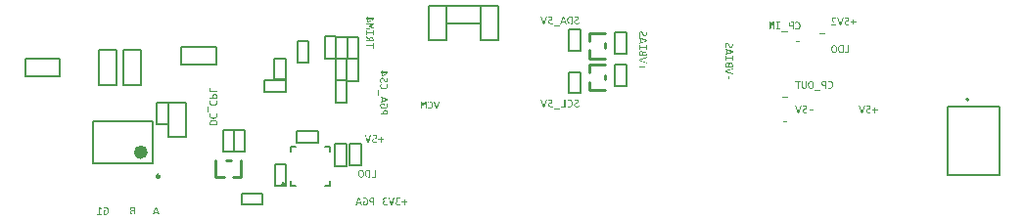
<source format=gbo>
G04*
G04 #@! TF.GenerationSoftware,Altium Limited,Altium Designer,23.10.1 (27)*
G04*
G04 Layer_Color=32896*
%FSAX25Y25*%
%MOIN*%
G70*
G04*
G04 #@! TF.SameCoordinates,DD09C1F2-BA3A-4F81-A9C7-6BB9A0416EC0*
G04*
G04*
G04 #@! TF.FilePolarity,Positive*
G04*
G01*
G75*
%ADD11C,0.00984*%
%ADD13C,0.02362*%
%ADD15C,0.01000*%
%ADD16C,0.00787*%
%ADD17C,0.00500*%
G36*
X0178719Y0071792D02*
X0180421D01*
Y0071297D01*
X0178719Y0070201D01*
X0178417D01*
Y0071441D01*
X0177847D01*
Y0071792D01*
X0178417D01*
Y0072232D01*
X0178719D01*
Y0071792D01*
D02*
G37*
G36*
X0180421Y0069896D02*
Y0069470D01*
X0179450Y0069103D01*
X0179122Y0068994D01*
X0179450Y0068883D01*
X0180421Y0068535D01*
Y0068119D01*
X0177847Y0067994D01*
Y0068325D01*
X0179427Y0068371D01*
X0180067Y0068378D01*
X0179670Y0068499D01*
X0178686Y0068860D01*
Y0069103D01*
X0179709Y0069483D01*
X0180067Y0069604D01*
X0179454Y0069627D01*
X0177847Y0069677D01*
Y0070021D01*
X0180421Y0069896D01*
D02*
G37*
G36*
Y0066019D02*
X0180126D01*
Y0066613D01*
X0178145D01*
Y0066019D01*
X0177847D01*
Y0067561D01*
X0178145D01*
Y0066967D01*
X0180126D01*
Y0067561D01*
X0180421D01*
Y0066019D01*
D02*
G37*
G36*
X0178693Y0065127D02*
X0178749Y0065098D01*
X0178798Y0065068D01*
X0178837Y0065042D01*
X0178873Y0065019D01*
X0178903Y0064999D01*
X0178922Y0064983D01*
X0178935Y0064973D01*
X0178939Y0064970D01*
X0178972Y0064940D01*
X0179001Y0064911D01*
X0179021Y0064878D01*
X0179040Y0064848D01*
X0179053Y0064825D01*
X0179063Y0064806D01*
X0179070Y0064789D01*
Y0064786D01*
X0179083Y0064835D01*
X0179099Y0064881D01*
X0179116Y0064921D01*
X0179129Y0064953D01*
X0179142Y0064983D01*
X0179155Y0065006D01*
X0179162Y0065019D01*
X0179165Y0065022D01*
X0179191Y0065058D01*
X0179218Y0065094D01*
X0179241Y0065124D01*
X0179267Y0065150D01*
X0179286Y0065170D01*
X0179303Y0065183D01*
X0179313Y0065193D01*
X0179316Y0065196D01*
X0179349Y0065222D01*
X0179385Y0065242D01*
X0179418Y0065262D01*
X0179447Y0065278D01*
X0179473Y0065288D01*
X0179493Y0065298D01*
X0179509Y0065304D01*
X0179513D01*
X0179555Y0065317D01*
X0179595Y0065324D01*
X0179634Y0065330D01*
X0179667Y0065337D01*
X0179700D01*
X0179723Y0065340D01*
X0179736D01*
X0179742D01*
X0179798Y0065337D01*
X0179851Y0065334D01*
X0179896Y0065324D01*
X0179936Y0065317D01*
X0179972Y0065308D01*
X0179995Y0065298D01*
X0180011Y0065294D01*
X0180018Y0065291D01*
X0180064Y0065272D01*
X0180103Y0065245D01*
X0180139Y0065222D01*
X0180172Y0065196D01*
X0180195Y0065173D01*
X0180215Y0065153D01*
X0180228Y0065140D01*
X0180231Y0065137D01*
X0180264Y0065098D01*
X0180290Y0065052D01*
X0180313Y0065009D01*
X0180333Y0064966D01*
X0180349Y0064927D01*
X0180359Y0064898D01*
X0180366Y0064878D01*
X0180369Y0064875D01*
Y0064871D01*
X0180385Y0064809D01*
X0180398Y0064743D01*
X0180408Y0064678D01*
X0180415Y0064619D01*
X0180418Y0064566D01*
X0180421Y0064543D01*
Y0063799D01*
X0177847D01*
Y0064150D01*
X0178991D01*
Y0064314D01*
X0178988Y0064366D01*
X0178985Y0064389D01*
Y0064412D01*
X0178981Y0064429D01*
X0178978Y0064442D01*
X0178975Y0064448D01*
Y0064451D01*
X0178958Y0064497D01*
X0178942Y0064534D01*
X0178935Y0064547D01*
X0178929Y0064556D01*
X0178926Y0064563D01*
X0178922Y0064566D01*
X0178893Y0064602D01*
X0178860Y0064635D01*
X0178847Y0064648D01*
X0178834Y0064658D01*
X0178827Y0064661D01*
X0178824Y0064665D01*
X0178775Y0064697D01*
X0178722Y0064727D01*
X0178699Y0064737D01*
X0178683Y0064747D01*
X0178670Y0064750D01*
X0178666Y0064753D01*
X0177847Y0065137D01*
Y0065534D01*
X0178693Y0065127D01*
D02*
G37*
G36*
X0180421Y0061418D02*
X0180123D01*
Y0062178D01*
X0177847D01*
Y0062533D01*
X0180123D01*
Y0063294D01*
X0180421D01*
Y0061418D01*
D02*
G37*
G36*
X0099161Y0004807D02*
X0098499D01*
X0098414Y0004810D01*
X0098338Y0004814D01*
X0098266Y0004823D01*
X0098207Y0004833D01*
X0098155Y0004840D01*
X0098135Y0004846D01*
X0098119Y0004850D01*
X0098105Y0004853D01*
X0098096D01*
X0098089Y0004856D01*
X0098086D01*
X0098017Y0004879D01*
X0097958Y0004902D01*
X0097902Y0004928D01*
X0097856Y0004951D01*
X0097820Y0004974D01*
X0097790Y0004991D01*
X0097774Y0005004D01*
X0097768Y0005007D01*
X0097722Y0005046D01*
X0097679Y0005086D01*
X0097646Y0005125D01*
X0097617Y0005165D01*
X0097594Y0005197D01*
X0097577Y0005224D01*
X0097567Y0005240D01*
X0097564Y0005247D01*
X0097541Y0005302D01*
X0097522Y0005358D01*
X0097508Y0005414D01*
X0097502Y0005466D01*
X0097495Y0005509D01*
X0097492Y0005545D01*
Y0005558D01*
Y0005568D01*
Y0005571D01*
Y0005575D01*
X0097495Y0005621D01*
X0097499Y0005663D01*
X0097505Y0005703D01*
X0097512Y0005739D01*
X0097522Y0005765D01*
X0097528Y0005788D01*
X0097531Y0005801D01*
X0097535Y0005804D01*
X0097551Y0005844D01*
X0097567Y0005876D01*
X0097587Y0005906D01*
X0097603Y0005932D01*
X0097620Y0005952D01*
X0097633Y0005968D01*
X0097643Y0005978D01*
X0097646Y0005981D01*
X0097702Y0006034D01*
X0097728Y0006053D01*
X0097754Y0006070D01*
X0097777Y0006083D01*
X0097794Y0006093D01*
X0097807Y0006099D01*
X0097810Y0006103D01*
X0097879Y0006135D01*
X0097912Y0006145D01*
X0097941Y0006155D01*
X0097968Y0006162D01*
X0097987Y0006168D01*
X0098000Y0006172D01*
X0098004D01*
X0097925Y0006201D01*
X0097859Y0006237D01*
X0097804Y0006273D01*
X0097758Y0006309D01*
X0097725Y0006342D01*
X0097702Y0006372D01*
X0097685Y0006388D01*
X0097682Y0006395D01*
X0097650Y0006454D01*
X0097627Y0006513D01*
X0097607Y0006575D01*
X0097597Y0006631D01*
X0097590Y0006680D01*
X0097587Y0006700D01*
X0097584Y0006716D01*
Y0006733D01*
Y0006742D01*
Y0006749D01*
Y0006752D01*
X0097587Y0006808D01*
X0097594Y0006864D01*
X0097603Y0006913D01*
X0097620Y0006959D01*
X0097640Y0007005D01*
X0097663Y0007044D01*
X0097718Y0007116D01*
X0097781Y0007179D01*
X0097853Y0007228D01*
X0097931Y0007270D01*
X0098010Y0007303D01*
X0098089Y0007329D01*
X0098168Y0007349D01*
X0098240Y0007362D01*
X0098302Y0007372D01*
X0098358Y0007379D01*
X0098381D01*
X0098401Y0007382D01*
X0099161D01*
Y0004807D01*
D02*
G37*
G36*
X0087963Y0006926D02*
X0087838Y0006634D01*
X0087218Y0006972D01*
Y0005089D01*
X0087881D01*
Y0004771D01*
X0086264D01*
Y0005089D01*
X0086838D01*
Y0007359D01*
X0087143D01*
X0087963Y0006926D01*
D02*
G37*
G36*
X0089189Y0007379D02*
X0089284Y0007369D01*
X0089370Y0007352D01*
X0089442Y0007336D01*
X0089475Y0007326D01*
X0089504Y0007320D01*
X0089527Y0007313D01*
X0089550Y0007303D01*
X0089567Y0007300D01*
X0089580Y0007293D01*
X0089586Y0007290D01*
X0089590D01*
X0089672Y0007251D01*
X0089747Y0007208D01*
X0089813Y0007165D01*
X0089868Y0007123D01*
X0089914Y0007083D01*
X0089947Y0007051D01*
X0089960Y0007038D01*
X0089970Y0007028D01*
X0089973Y0007024D01*
X0089977Y0007021D01*
X0090032Y0006952D01*
X0090082Y0006880D01*
X0090124Y0006811D01*
X0090157Y0006742D01*
X0090187Y0006683D01*
X0090196Y0006660D01*
X0090206Y0006637D01*
X0090213Y0006618D01*
X0090219Y0006605D01*
X0090223Y0006598D01*
Y0006595D01*
X0090252Y0006500D01*
X0090275Y0006401D01*
X0090288Y0006306D01*
X0090301Y0006217D01*
X0090305Y0006178D01*
X0090308Y0006142D01*
Y0006109D01*
X0090311Y0006080D01*
Y0006057D01*
Y0006040D01*
Y0006030D01*
Y0006027D01*
X0090308Y0005912D01*
X0090298Y0005804D01*
X0090285Y0005709D01*
X0090278Y0005666D01*
X0090272Y0005627D01*
X0090265Y0005591D01*
X0090259Y0005562D01*
X0090252Y0005532D01*
X0090246Y0005509D01*
X0090239Y0005489D01*
X0090236Y0005476D01*
X0090232Y0005470D01*
Y0005466D01*
X0090200Y0005378D01*
X0090164Y0005299D01*
X0090127Y0005230D01*
X0090088Y0005171D01*
X0090055Y0005125D01*
X0090042Y0005106D01*
X0090029Y0005089D01*
X0090019Y0005076D01*
X0090013Y0005066D01*
X0090006Y0005063D01*
Y0005060D01*
X0089947Y0005004D01*
X0089885Y0004955D01*
X0089826Y0004912D01*
X0089770Y0004879D01*
X0089721Y0004853D01*
X0089698Y0004840D01*
X0089681Y0004833D01*
X0089665Y0004827D01*
X0089655Y0004820D01*
X0089649Y0004817D01*
X0089645D01*
X0089563Y0004791D01*
X0089481Y0004771D01*
X0089403Y0004755D01*
X0089327Y0004745D01*
X0089294Y0004741D01*
X0089265Y0004738D01*
X0089239D01*
X0089212Y0004735D01*
X0089170D01*
X0089104Y0004738D01*
X0089075D01*
X0089045Y0004741D01*
X0089022Y0004745D01*
X0089006D01*
X0088993Y0004748D01*
X0088989D01*
X0088920Y0004758D01*
X0088891Y0004761D01*
X0088861Y0004764D01*
X0088838Y0004768D01*
X0088822Y0004771D01*
X0088809Y0004774D01*
X0088806D01*
X0088737Y0004791D01*
X0088707Y0004797D01*
X0088678Y0004807D01*
X0088655Y0004814D01*
X0088638Y0004820D01*
X0088625Y0004823D01*
X0088622D01*
X0088556Y0004846D01*
X0088527Y0004856D01*
X0088501Y0004866D01*
X0088478Y0004876D01*
X0088461Y0004882D01*
X0088451Y0004889D01*
X0088448D01*
Y0006208D01*
X0089321D01*
Y0005919D01*
X0088796D01*
Y0005096D01*
X0088822Y0005086D01*
X0088845Y0005079D01*
X0088865Y0005076D01*
X0088868Y0005073D01*
X0088871D01*
X0088901Y0005066D01*
X0088927Y0005060D01*
X0088947Y0005056D01*
X0088953D01*
X0088986Y0005053D01*
X0089012Y0005050D01*
X0089032Y0005046D01*
X0089038D01*
X0089068Y0005043D01*
X0089121D01*
X0089199Y0005046D01*
X0089271Y0005053D01*
X0089334Y0005066D01*
X0089389Y0005079D01*
X0089432Y0005089D01*
X0089465Y0005102D01*
X0089478Y0005106D01*
X0089488Y0005109D01*
X0089491Y0005112D01*
X0089494D01*
X0089550Y0005142D01*
X0089603Y0005171D01*
X0089645Y0005204D01*
X0089681Y0005237D01*
X0089714Y0005266D01*
X0089734Y0005289D01*
X0089750Y0005302D01*
X0089754Y0005309D01*
X0089786Y0005361D01*
X0089816Y0005414D01*
X0089842Y0005466D01*
X0089862Y0005519D01*
X0089878Y0005562D01*
X0089888Y0005598D01*
X0089891Y0005611D01*
X0089895Y0005621D01*
X0089898Y0005624D01*
Y0005627D01*
X0089914Y0005699D01*
X0089924Y0005771D01*
X0089934Y0005844D01*
X0089937Y0005909D01*
X0089941Y0005965D01*
X0089944Y0005991D01*
Y0006011D01*
Y0006027D01*
Y0006040D01*
Y0006047D01*
Y0006050D01*
X0089941Y0006135D01*
X0089934Y0006211D01*
X0089927Y0006283D01*
X0089914Y0006345D01*
X0089904Y0006395D01*
X0089901Y0006418D01*
X0089898Y0006434D01*
X0089895Y0006447D01*
X0089891Y0006457D01*
X0089888Y0006464D01*
Y0006467D01*
X0089865Y0006536D01*
X0089836Y0006595D01*
X0089809Y0006650D01*
X0089783Y0006696D01*
X0089757Y0006733D01*
X0089737Y0006762D01*
X0089724Y0006778D01*
X0089721Y0006785D01*
X0089678Y0006834D01*
X0089632Y0006874D01*
X0089590Y0006910D01*
X0089547Y0006939D01*
X0089508Y0006962D01*
X0089478Y0006978D01*
X0089458Y0006988D01*
X0089455Y0006992D01*
X0089452D01*
X0089389Y0007018D01*
X0089327Y0007034D01*
X0089265Y0007047D01*
X0089209Y0007057D01*
X0089160Y0007064D01*
X0089140D01*
X0089121Y0007067D01*
X0089088D01*
X0089022Y0007064D01*
X0088963Y0007061D01*
X0088907Y0007054D01*
X0088858Y0007047D01*
X0088815Y0007038D01*
X0088786Y0007031D01*
X0088766Y0007028D01*
X0088760Y0007024D01*
X0088704Y0007008D01*
X0088648Y0006988D01*
X0088599Y0006969D01*
X0088553Y0006949D01*
X0088514Y0006933D01*
X0088487Y0006919D01*
X0088468Y0006910D01*
X0088461Y0006906D01*
Y0007254D01*
X0088517Y0007277D01*
X0088569Y0007297D01*
X0088619Y0007313D01*
X0088665Y0007326D01*
X0088704Y0007336D01*
X0088737Y0007343D01*
X0088756Y0007349D01*
X0088763D01*
X0088881Y0007369D01*
X0088937Y0007375D01*
X0088986Y0007379D01*
X0089029Y0007382D01*
X0089091D01*
X0089189Y0007379D01*
D02*
G37*
G36*
X0183632Y0053448D02*
X0185334D01*
Y0052952D01*
X0183632Y0051857D01*
X0183330D01*
Y0053097D01*
X0182759D01*
Y0053448D01*
X0183330D01*
Y0053887D01*
X0183632D01*
Y0053448D01*
D02*
G37*
G36*
X0183511Y0051516D02*
X0183563Y0051509D01*
X0183606Y0051499D01*
X0183645Y0051490D01*
X0183678Y0051480D01*
X0183701Y0051470D01*
X0183714Y0051463D01*
X0183721Y0051460D01*
X0183760Y0051437D01*
X0183799Y0051411D01*
X0183832Y0051385D01*
X0183858Y0051362D01*
X0183881Y0051339D01*
X0183901Y0051322D01*
X0183911Y0051309D01*
X0183914Y0051306D01*
X0183973Y0051230D01*
X0183999Y0051194D01*
X0184019Y0051162D01*
X0184039Y0051132D01*
X0184052Y0051109D01*
X0184058Y0051096D01*
X0184062Y0051089D01*
X0184104Y0051001D01*
X0184124Y0050958D01*
X0184140Y0050922D01*
X0184153Y0050889D01*
X0184163Y0050866D01*
X0184170Y0050850D01*
X0184173Y0050843D01*
X0184209Y0050752D01*
X0184229Y0050712D01*
X0184242Y0050673D01*
X0184255Y0050643D01*
X0184265Y0050617D01*
X0184268Y0050604D01*
X0184272Y0050597D01*
X0184291Y0050555D01*
X0184311Y0050512D01*
X0184327Y0050476D01*
X0184344Y0050443D01*
X0184360Y0050417D01*
X0184370Y0050397D01*
X0184377Y0050384D01*
X0184380Y0050381D01*
X0184403Y0050348D01*
X0184426Y0050315D01*
X0184449Y0050289D01*
X0184468Y0050269D01*
X0184488Y0050250D01*
X0184501Y0050237D01*
X0184511Y0050230D01*
X0184514Y0050227D01*
X0184544Y0050207D01*
X0184573Y0050194D01*
X0184606Y0050184D01*
X0184632Y0050178D01*
X0184659Y0050174D01*
X0184678Y0050171D01*
X0184691D01*
X0184695D01*
X0184724Y0050174D01*
X0184754Y0050178D01*
X0184806Y0050194D01*
X0184852Y0050217D01*
X0184891Y0050243D01*
X0184924Y0050266D01*
X0184944Y0050289D01*
X0184960Y0050305D01*
X0184964Y0050312D01*
X0184980Y0050342D01*
X0184996Y0050371D01*
X0185023Y0050440D01*
X0185039Y0050515D01*
X0185052Y0050588D01*
X0185059Y0050653D01*
X0185062Y0050679D01*
X0185065Y0050706D01*
Y0050755D01*
X0185062Y0050863D01*
X0185059Y0050912D01*
X0185055Y0050958D01*
X0185049Y0050994D01*
X0185046Y0051024D01*
X0185042Y0051043D01*
Y0051050D01*
X0185032Y0051106D01*
X0185023Y0051162D01*
X0185013Y0051214D01*
X0185000Y0051260D01*
X0184993Y0051299D01*
X0184983Y0051329D01*
X0184980Y0051349D01*
X0184977Y0051352D01*
Y0051355D01*
X0185292D01*
X0185301Y0051306D01*
X0185311Y0051260D01*
X0185315Y0051240D01*
Y0051224D01*
X0185318Y0051214D01*
Y0051211D01*
X0185328Y0051155D01*
X0185334Y0051129D01*
X0185337Y0051106D01*
X0185341Y0051086D01*
Y0051070D01*
X0185344Y0051060D01*
Y0051057D01*
X0185354Y0051001D01*
X0185357Y0050975D01*
X0185361Y0050952D01*
Y0050932D01*
X0185364Y0050916D01*
Y0050902D01*
X0185367Y0050850D01*
X0185370Y0050827D01*
Y0050765D01*
X0185367Y0050673D01*
X0185361Y0050591D01*
X0185351Y0050515D01*
X0185341Y0050453D01*
X0185334Y0050424D01*
X0185328Y0050401D01*
X0185321Y0050378D01*
X0185318Y0050361D01*
X0185315Y0050348D01*
X0185311Y0050338D01*
X0185308Y0050332D01*
Y0050328D01*
X0185282Y0050263D01*
X0185256Y0050204D01*
X0185229Y0050151D01*
X0185203Y0050109D01*
X0185183Y0050073D01*
X0185164Y0050050D01*
X0185151Y0050033D01*
X0185147Y0050027D01*
X0185108Y0049987D01*
X0185069Y0049951D01*
X0185032Y0049922D01*
X0184996Y0049899D01*
X0184964Y0049879D01*
X0184941Y0049866D01*
X0184924Y0049859D01*
X0184918Y0049856D01*
X0184869Y0049840D01*
X0184823Y0049827D01*
X0184780Y0049817D01*
X0184741Y0049810D01*
X0184708Y0049807D01*
X0184681Y0049804D01*
X0184665D01*
X0184659D01*
X0184603Y0049807D01*
X0184554Y0049814D01*
X0184511Y0049820D01*
X0184472Y0049833D01*
X0184439Y0049843D01*
X0184416Y0049850D01*
X0184403Y0049856D01*
X0184396Y0049859D01*
X0184357Y0049882D01*
X0184321Y0049909D01*
X0184288Y0049935D01*
X0184262Y0049958D01*
X0184239Y0049981D01*
X0184219Y0049997D01*
X0184209Y0050010D01*
X0184206Y0050014D01*
X0184150Y0050089D01*
X0184124Y0050125D01*
X0184104Y0050158D01*
X0184085Y0050187D01*
X0184071Y0050210D01*
X0184065Y0050223D01*
X0184062Y0050230D01*
X0184019Y0050319D01*
X0183999Y0050361D01*
X0183983Y0050397D01*
X0183970Y0050430D01*
X0183960Y0050456D01*
X0183953Y0050469D01*
X0183950Y0050476D01*
X0183914Y0050568D01*
X0183898Y0050607D01*
X0183881Y0050647D01*
X0183871Y0050676D01*
X0183861Y0050702D01*
X0183855Y0050716D01*
X0183852Y0050722D01*
X0183832Y0050765D01*
X0183816Y0050807D01*
X0183796Y0050843D01*
X0183780Y0050876D01*
X0183766Y0050902D01*
X0183753Y0050922D01*
X0183747Y0050935D01*
X0183743Y0050938D01*
X0183721Y0050971D01*
X0183701Y0051004D01*
X0183678Y0051030D01*
X0183658Y0051050D01*
X0183639Y0051070D01*
X0183625Y0051083D01*
X0183616Y0051089D01*
X0183612Y0051093D01*
X0183583Y0051112D01*
X0183553Y0051126D01*
X0183524Y0051139D01*
X0183497Y0051145D01*
X0183471Y0051148D01*
X0183451Y0051152D01*
X0183438D01*
X0183435D01*
X0183399D01*
X0183370Y0051145D01*
X0183340Y0051142D01*
X0183314Y0051135D01*
X0183294Y0051129D01*
X0183278Y0051122D01*
X0183268Y0051119D01*
X0183265Y0051116D01*
X0183238Y0051099D01*
X0183212Y0051083D01*
X0183192Y0051063D01*
X0183173Y0051047D01*
X0183156Y0051030D01*
X0183147Y0051017D01*
X0183140Y0051007D01*
X0183137Y0051004D01*
X0183117Y0050975D01*
X0183104Y0050942D01*
X0183087Y0050909D01*
X0183078Y0050876D01*
X0183068Y0050850D01*
X0183064Y0050827D01*
X0183058Y0050814D01*
Y0050807D01*
X0183048Y0050761D01*
X0183042Y0050712D01*
X0183038Y0050666D01*
X0183035Y0050620D01*
X0183032Y0050581D01*
Y0050437D01*
X0183035Y0050358D01*
X0183042Y0050286D01*
X0183048Y0050223D01*
X0183051Y0050174D01*
X0183055Y0050151D01*
X0183058Y0050135D01*
Y0050122D01*
X0183061Y0050112D01*
Y0050102D01*
X0183074Y0050037D01*
X0183087Y0049974D01*
X0183104Y0049915D01*
X0183117Y0049869D01*
X0183130Y0049827D01*
X0183140Y0049797D01*
X0183147Y0049777D01*
X0183150Y0049774D01*
Y0049771D01*
X0182812D01*
X0182799Y0049823D01*
X0182786Y0049869D01*
X0182782Y0049889D01*
X0182779Y0049905D01*
X0182776Y0049915D01*
Y0049918D01*
X0182766Y0049981D01*
X0182763Y0050010D01*
X0182759Y0050037D01*
X0182756Y0050063D01*
Y0050079D01*
X0182753Y0050092D01*
Y0050096D01*
X0182743Y0050168D01*
X0182740Y0050200D01*
Y0050230D01*
X0182737Y0050256D01*
X0182733Y0050276D01*
Y0050292D01*
X0182727Y0050368D01*
Y0050401D01*
X0182723Y0050433D01*
Y0050496D01*
X0182727Y0050578D01*
X0182730Y0050656D01*
X0182737Y0050725D01*
X0182746Y0050788D01*
X0182753Y0050837D01*
X0182756Y0050860D01*
X0182759Y0050876D01*
X0182763Y0050889D01*
Y0050899D01*
X0182766Y0050906D01*
Y0050909D01*
X0182786Y0050978D01*
X0182809Y0051040D01*
X0182828Y0051096D01*
X0182851Y0051142D01*
X0182871Y0051181D01*
X0182887Y0051211D01*
X0182901Y0051227D01*
X0182904Y0051234D01*
X0182940Y0051283D01*
X0182979Y0051322D01*
X0183015Y0051358D01*
X0183055Y0051388D01*
X0183084Y0051414D01*
X0183110Y0051430D01*
X0183127Y0051440D01*
X0183133Y0051444D01*
X0183186Y0051470D01*
X0183242Y0051486D01*
X0183294Y0051499D01*
X0183347Y0051509D01*
X0183389Y0051516D01*
X0183425Y0051519D01*
X0183438D01*
X0183448D01*
X0183451D01*
X0183455D01*
X0183511Y0051516D01*
D02*
G37*
G36*
X0185282Y0049187D02*
X0185298Y0049138D01*
X0185311Y0049092D01*
X0185321Y0049053D01*
X0185328Y0049023D01*
X0185334Y0049003D01*
Y0048997D01*
X0185354Y0048882D01*
X0185361Y0048826D01*
X0185364Y0048774D01*
X0185367Y0048731D01*
Y0048665D01*
X0185364Y0048570D01*
X0185354Y0048482D01*
X0185337Y0048400D01*
X0185321Y0048331D01*
X0185311Y0048298D01*
X0185301Y0048272D01*
X0185295Y0048249D01*
X0185288Y0048226D01*
X0185282Y0048213D01*
X0185275Y0048200D01*
X0185272Y0048193D01*
Y0048190D01*
X0185233Y0048114D01*
X0185190Y0048042D01*
X0185144Y0047980D01*
X0185101Y0047927D01*
X0185062Y0047885D01*
X0185029Y0047852D01*
X0185016Y0047842D01*
X0185006Y0047832D01*
X0185003Y0047829D01*
X0185000Y0047826D01*
X0184931Y0047773D01*
X0184862Y0047727D01*
X0184790Y0047688D01*
X0184724Y0047655D01*
X0184665Y0047629D01*
X0184639Y0047619D01*
X0184619Y0047613D01*
X0184599Y0047606D01*
X0184586Y0047600D01*
X0184580Y0047596D01*
X0184577D01*
X0184481Y0047570D01*
X0184383Y0047550D01*
X0184291Y0047537D01*
X0184203Y0047527D01*
X0184163Y0047524D01*
X0184127Y0047521D01*
X0184094D01*
X0184068Y0047517D01*
X0184045D01*
X0184029D01*
X0184019D01*
X0184016D01*
X0183901Y0047521D01*
X0183793Y0047531D01*
X0183691Y0047544D01*
X0183596Y0047563D01*
X0183511Y0047586D01*
X0183432Y0047609D01*
X0183360Y0047636D01*
X0183294Y0047665D01*
X0183238Y0047691D01*
X0183189Y0047718D01*
X0183147Y0047741D01*
X0183114Y0047763D01*
X0183087Y0047783D01*
X0183068Y0047796D01*
X0183055Y0047806D01*
X0183051Y0047809D01*
X0182996Y0047868D01*
X0182943Y0047931D01*
X0182901Y0047996D01*
X0182864Y0048062D01*
X0182832Y0048134D01*
X0182805Y0048203D01*
X0182786Y0048272D01*
X0182766Y0048338D01*
X0182753Y0048400D01*
X0182743Y0048459D01*
X0182737Y0048511D01*
X0182733Y0048557D01*
X0182730Y0048593D01*
X0182727Y0048623D01*
Y0048646D01*
X0182733Y0048770D01*
X0182746Y0048888D01*
X0182766Y0049000D01*
X0182779Y0049049D01*
X0182792Y0049099D01*
X0182802Y0049141D01*
X0182815Y0049180D01*
X0182825Y0049213D01*
X0182835Y0049243D01*
X0182841Y0049266D01*
X0182848Y0049282D01*
X0182855Y0049292D01*
Y0049295D01*
X0183186D01*
X0183140Y0049190D01*
X0183120Y0049141D01*
X0183107Y0049095D01*
X0183094Y0049059D01*
X0183084Y0049030D01*
X0183081Y0049010D01*
X0183078Y0049007D01*
Y0049003D01*
X0183064Y0048948D01*
X0183058Y0048888D01*
X0183051Y0048836D01*
X0183045Y0048787D01*
Y0048748D01*
X0183042Y0048715D01*
Y0048685D01*
X0183045Y0048613D01*
X0183051Y0048547D01*
X0183064Y0048485D01*
X0183081Y0048429D01*
X0183101Y0048374D01*
X0183120Y0048324D01*
X0183143Y0048282D01*
X0183169Y0048242D01*
X0183192Y0048206D01*
X0183215Y0048177D01*
X0183235Y0048151D01*
X0183255Y0048131D01*
X0183271Y0048114D01*
X0183284Y0048101D01*
X0183291Y0048095D01*
X0183294Y0048092D01*
X0183343Y0048055D01*
X0183399Y0048026D01*
X0183458Y0048000D01*
X0183520Y0047977D01*
X0183583Y0047957D01*
X0183645Y0047941D01*
X0183766Y0047918D01*
X0183825Y0047908D01*
X0183878Y0047901D01*
X0183924Y0047898D01*
X0183967Y0047895D01*
X0183999Y0047891D01*
X0184026D01*
X0184042D01*
X0184048D01*
X0184137Y0047895D01*
X0184216Y0047901D01*
X0184288Y0047908D01*
X0184350Y0047918D01*
X0184399Y0047927D01*
X0184422Y0047931D01*
X0184439Y0047937D01*
X0184452Y0047941D01*
X0184462D01*
X0184468Y0047944D01*
X0184472D01*
X0184540Y0047967D01*
X0184599Y0047993D01*
X0184652Y0048019D01*
X0184698Y0048042D01*
X0184737Y0048065D01*
X0184764Y0048085D01*
X0184780Y0048098D01*
X0184786Y0048101D01*
X0184832Y0048141D01*
X0184872Y0048183D01*
X0184908Y0048226D01*
X0184937Y0048265D01*
X0184957Y0048298D01*
X0184973Y0048328D01*
X0184983Y0048344D01*
X0184987Y0048351D01*
X0185010Y0048406D01*
X0185026Y0048465D01*
X0185039Y0048518D01*
X0185046Y0048570D01*
X0185052Y0048613D01*
X0185055Y0048649D01*
Y0048679D01*
X0185052Y0048744D01*
X0185049Y0048803D01*
X0185042Y0048859D01*
X0185036Y0048908D01*
X0185026Y0048948D01*
X0185019Y0048977D01*
X0185016Y0048997D01*
X0185013Y0049003D01*
X0184996Y0049059D01*
X0184980Y0049112D01*
X0184960Y0049161D01*
X0184941Y0049207D01*
X0184924Y0049243D01*
X0184911Y0049272D01*
X0184901Y0049289D01*
X0184898Y0049295D01*
X0185242D01*
X0185282Y0049187D01*
D02*
G37*
G36*
X0182235Y0045120D02*
X0181953D01*
Y0047337D01*
X0182235D01*
Y0045120D01*
D02*
G37*
G36*
X0185334Y0044254D02*
Y0043775D01*
X0182759Y0042919D01*
Y0043283D01*
X0183320Y0043463D01*
Y0044539D01*
X0182759Y0044716D01*
Y0045100D01*
X0185334Y0044254D01*
D02*
G37*
G36*
X0184196Y0041807D02*
X0183907D01*
Y0042332D01*
X0183084D01*
X0183074Y0042306D01*
X0183068Y0042283D01*
X0183064Y0042263D01*
X0183061Y0042260D01*
Y0042256D01*
X0183055Y0042227D01*
X0183048Y0042201D01*
X0183045Y0042181D01*
Y0042174D01*
X0183042Y0042142D01*
X0183038Y0042115D01*
X0183035Y0042096D01*
Y0042089D01*
X0183032Y0042060D01*
Y0042007D01*
X0183035Y0041928D01*
X0183042Y0041856D01*
X0183055Y0041794D01*
X0183068Y0041738D01*
X0183078Y0041695D01*
X0183091Y0041663D01*
X0183094Y0041650D01*
X0183097Y0041640D01*
X0183101Y0041636D01*
Y0041633D01*
X0183130Y0041577D01*
X0183160Y0041525D01*
X0183192Y0041482D01*
X0183225Y0041446D01*
X0183255Y0041413D01*
X0183278Y0041394D01*
X0183291Y0041377D01*
X0183297Y0041374D01*
X0183350Y0041341D01*
X0183402Y0041312D01*
X0183455Y0041285D01*
X0183507Y0041266D01*
X0183550Y0041249D01*
X0183586Y0041240D01*
X0183599Y0041236D01*
X0183609Y0041233D01*
X0183612Y0041230D01*
X0183616D01*
X0183688Y0041213D01*
X0183760Y0041203D01*
X0183832Y0041194D01*
X0183898Y0041190D01*
X0183953Y0041187D01*
X0183980Y0041184D01*
X0183999D01*
X0184016D01*
X0184029D01*
X0184035D01*
X0184039D01*
X0184124Y0041187D01*
X0184199Y0041194D01*
X0184272Y0041200D01*
X0184334Y0041213D01*
X0184383Y0041223D01*
X0184406Y0041226D01*
X0184422Y0041230D01*
X0184435Y0041233D01*
X0184445Y0041236D01*
X0184452Y0041240D01*
X0184455D01*
X0184524Y0041263D01*
X0184583Y0041292D01*
X0184639Y0041318D01*
X0184685Y0041344D01*
X0184721Y0041371D01*
X0184750Y0041390D01*
X0184767Y0041404D01*
X0184773Y0041407D01*
X0184823Y0041449D01*
X0184862Y0041495D01*
X0184898Y0041538D01*
X0184927Y0041581D01*
X0184950Y0041620D01*
X0184967Y0041650D01*
X0184977Y0041669D01*
X0184980Y0041673D01*
Y0041676D01*
X0185006Y0041738D01*
X0185023Y0041800D01*
X0185036Y0041863D01*
X0185046Y0041919D01*
X0185052Y0041968D01*
Y0041987D01*
X0185055Y0042007D01*
Y0042040D01*
X0185052Y0042105D01*
X0185049Y0042164D01*
X0185042Y0042220D01*
X0185036Y0042270D01*
X0185026Y0042312D01*
X0185019Y0042342D01*
X0185016Y0042361D01*
X0185013Y0042368D01*
X0184996Y0042424D01*
X0184977Y0042479D01*
X0184957Y0042529D01*
X0184937Y0042575D01*
X0184921Y0042614D01*
X0184908Y0042640D01*
X0184898Y0042660D01*
X0184895Y0042666D01*
X0185242D01*
X0185265Y0042611D01*
X0185285Y0042558D01*
X0185301Y0042509D01*
X0185315Y0042463D01*
X0185324Y0042424D01*
X0185331Y0042391D01*
X0185337Y0042371D01*
Y0042365D01*
X0185357Y0042246D01*
X0185364Y0042191D01*
X0185367Y0042142D01*
X0185370Y0042099D01*
Y0042037D01*
X0185367Y0041938D01*
X0185357Y0041843D01*
X0185341Y0041758D01*
X0185324Y0041686D01*
X0185315Y0041653D01*
X0185308Y0041623D01*
X0185301Y0041600D01*
X0185292Y0041577D01*
X0185288Y0041561D01*
X0185282Y0041548D01*
X0185278Y0041541D01*
Y0041538D01*
X0185239Y0041456D01*
X0185196Y0041381D01*
X0185154Y0041315D01*
X0185111Y0041259D01*
X0185072Y0041213D01*
X0185039Y0041181D01*
X0185026Y0041167D01*
X0185016Y0041158D01*
X0185013Y0041154D01*
X0185010Y0041151D01*
X0184941Y0041095D01*
X0184869Y0041046D01*
X0184800Y0041003D01*
X0184731Y0040971D01*
X0184672Y0040941D01*
X0184649Y0040931D01*
X0184626Y0040921D01*
X0184606Y0040915D01*
X0184593Y0040908D01*
X0184586Y0040905D01*
X0184583D01*
X0184488Y0040876D01*
X0184390Y0040852D01*
X0184294Y0040839D01*
X0184206Y0040826D01*
X0184167Y0040823D01*
X0184131Y0040820D01*
X0184098D01*
X0184068Y0040816D01*
X0184045D01*
X0184029D01*
X0184019D01*
X0184016D01*
X0183901Y0040820D01*
X0183793Y0040830D01*
X0183697Y0040843D01*
X0183655Y0040849D01*
X0183616Y0040856D01*
X0183579Y0040862D01*
X0183550Y0040869D01*
X0183520Y0040876D01*
X0183497Y0040882D01*
X0183478Y0040889D01*
X0183465Y0040892D01*
X0183458Y0040895D01*
X0183455D01*
X0183366Y0040928D01*
X0183288Y0040964D01*
X0183219Y0041000D01*
X0183160Y0041039D01*
X0183114Y0041072D01*
X0183094Y0041085D01*
X0183078Y0041098D01*
X0183064Y0041108D01*
X0183055Y0041115D01*
X0183051Y0041122D01*
X0183048D01*
X0182992Y0041181D01*
X0182943Y0041243D01*
X0182901Y0041302D01*
X0182868Y0041358D01*
X0182841Y0041407D01*
X0182828Y0041430D01*
X0182822Y0041446D01*
X0182815Y0041463D01*
X0182809Y0041472D01*
X0182805Y0041479D01*
Y0041482D01*
X0182779Y0041564D01*
X0182759Y0041646D01*
X0182743Y0041725D01*
X0182733Y0041800D01*
X0182730Y0041833D01*
X0182727Y0041863D01*
Y0041889D01*
X0182723Y0041915D01*
Y0041958D01*
X0182727Y0042024D01*
Y0042053D01*
X0182730Y0042083D01*
X0182733Y0042105D01*
Y0042122D01*
X0182737Y0042135D01*
Y0042138D01*
X0182746Y0042207D01*
X0182750Y0042237D01*
X0182753Y0042266D01*
X0182756Y0042289D01*
X0182759Y0042306D01*
X0182763Y0042319D01*
Y0042322D01*
X0182779Y0042391D01*
X0182786Y0042420D01*
X0182796Y0042450D01*
X0182802Y0042473D01*
X0182809Y0042489D01*
X0182812Y0042502D01*
Y0042506D01*
X0182835Y0042571D01*
X0182845Y0042601D01*
X0182855Y0042627D01*
X0182864Y0042650D01*
X0182871Y0042666D01*
X0182878Y0042676D01*
Y0042680D01*
X0184196D01*
Y0041807D01*
D02*
G37*
G36*
X0184623Y0040466D02*
X0184691Y0040456D01*
X0184754Y0040442D01*
X0184806Y0040429D01*
X0184849Y0040413D01*
X0184882Y0040400D01*
X0184901Y0040390D01*
X0184908Y0040387D01*
X0184960Y0040354D01*
X0185010Y0040321D01*
X0185052Y0040285D01*
X0185088Y0040252D01*
X0185115Y0040220D01*
X0185137Y0040196D01*
X0185151Y0040180D01*
X0185154Y0040174D01*
X0185187Y0040124D01*
X0185216Y0040072D01*
X0185239Y0040019D01*
X0185259Y0039974D01*
X0185272Y0039931D01*
X0185285Y0039898D01*
X0185288Y0039885D01*
Y0039875D01*
X0185292Y0039872D01*
Y0039869D01*
X0185305Y0039803D01*
X0185318Y0039737D01*
X0185324Y0039675D01*
X0185328Y0039619D01*
X0185331Y0039570D01*
X0185334Y0039550D01*
Y0038780D01*
X0182759D01*
Y0039130D01*
X0183684D01*
Y0039449D01*
X0183688Y0039544D01*
X0183697Y0039632D01*
X0183707Y0039711D01*
X0183724Y0039777D01*
X0183730Y0039806D01*
X0183737Y0039832D01*
X0183743Y0039855D01*
X0183747Y0039875D01*
X0183753Y0039888D01*
X0183757Y0039898D01*
X0183760Y0039905D01*
Y0039908D01*
X0183789Y0039977D01*
X0183822Y0040039D01*
X0183855Y0040095D01*
X0183888Y0040141D01*
X0183914Y0040177D01*
X0183937Y0040203D01*
X0183950Y0040220D01*
X0183957Y0040226D01*
X0184003Y0040269D01*
X0184052Y0040308D01*
X0184098Y0040338D01*
X0184140Y0040364D01*
X0184176Y0040383D01*
X0184206Y0040400D01*
X0184226Y0040407D01*
X0184229Y0040410D01*
X0184232D01*
X0184291Y0040429D01*
X0184347Y0040442D01*
X0184399Y0040456D01*
X0184445Y0040462D01*
X0184485Y0040466D01*
X0184518Y0040469D01*
X0184537D01*
X0184540D01*
X0184544D01*
X0184623Y0040466D01*
D02*
G37*
G36*
X0107488Y0004807D02*
X0107124D01*
X0106944Y0005368D01*
X0105868D01*
X0105691Y0004807D01*
X0105307D01*
X0106153Y0007382D01*
X0106632D01*
X0107488Y0004807D01*
D02*
G37*
G36*
X0124955Y0046926D02*
X0127231D01*
Y0046569D01*
X0124656D01*
Y0048051D01*
X0124955D01*
Y0046926D01*
D02*
G37*
G36*
X0126519Y0045890D02*
X0126588Y0045880D01*
X0126650Y0045867D01*
X0126703Y0045854D01*
X0126745Y0045837D01*
X0126778Y0045824D01*
X0126798Y0045814D01*
X0126805Y0045811D01*
X0126857Y0045778D01*
X0126906Y0045745D01*
X0126949Y0045709D01*
X0126985Y0045676D01*
X0127011Y0045644D01*
X0127034Y0045621D01*
X0127047Y0045604D01*
X0127051Y0045598D01*
X0127083Y0045548D01*
X0127113Y0045496D01*
X0127136Y0045444D01*
X0127155Y0045398D01*
X0127169Y0045355D01*
X0127182Y0045322D01*
X0127185Y0045309D01*
Y0045299D01*
X0127188Y0045296D01*
Y0045293D01*
X0127201Y0045227D01*
X0127215Y0045162D01*
X0127221Y0045099D01*
X0127224Y0045043D01*
X0127228Y0044994D01*
X0127231Y0044974D01*
Y0044204D01*
X0124656D01*
Y0044555D01*
X0125581D01*
Y0044873D01*
X0125584Y0044968D01*
X0125594Y0045057D01*
X0125604Y0045135D01*
X0125620Y0045201D01*
X0125627Y0045230D01*
X0125634Y0045257D01*
X0125640Y0045280D01*
X0125644Y0045299D01*
X0125650Y0045312D01*
X0125653Y0045322D01*
X0125657Y0045329D01*
Y0045332D01*
X0125686Y0045401D01*
X0125719Y0045463D01*
X0125752Y0045519D01*
X0125785Y0045565D01*
X0125811Y0045601D01*
X0125834Y0045627D01*
X0125847Y0045644D01*
X0125853Y0045650D01*
X0125899Y0045693D01*
X0125949Y0045732D01*
X0125994Y0045762D01*
X0126037Y0045788D01*
X0126073Y0045808D01*
X0126103Y0045824D01*
X0126122Y0045831D01*
X0126126Y0045834D01*
X0126129D01*
X0126188Y0045854D01*
X0126244Y0045867D01*
X0126296Y0045880D01*
X0126342Y0045886D01*
X0126382Y0045890D01*
X0126414Y0045893D01*
X0126434D01*
X0126437D01*
X0126441D01*
X0126519Y0045890D01*
D02*
G37*
G36*
X0127179Y0043525D02*
X0127195Y0043476D01*
X0127208Y0043430D01*
X0127218Y0043390D01*
X0127224Y0043361D01*
X0127231Y0043341D01*
Y0043334D01*
X0127251Y0043220D01*
X0127257Y0043164D01*
X0127260Y0043112D01*
X0127264Y0043069D01*
Y0043003D01*
X0127260Y0042908D01*
X0127251Y0042820D01*
X0127234Y0042738D01*
X0127218Y0042669D01*
X0127208Y0042636D01*
X0127198Y0042610D01*
X0127192Y0042587D01*
X0127185Y0042564D01*
X0127179Y0042551D01*
X0127172Y0042538D01*
X0127169Y0042531D01*
Y0042528D01*
X0127129Y0042452D01*
X0127087Y0042380D01*
X0127041Y0042318D01*
X0126998Y0042265D01*
X0126959Y0042223D01*
X0126926Y0042190D01*
X0126913Y0042180D01*
X0126903Y0042170D01*
X0126900Y0042167D01*
X0126896Y0042164D01*
X0126828Y0042111D01*
X0126759Y0042065D01*
X0126687Y0042026D01*
X0126621Y0041993D01*
X0126562Y0041967D01*
X0126536Y0041957D01*
X0126516Y0041950D01*
X0126496Y0041944D01*
X0126483Y0041937D01*
X0126477Y0041934D01*
X0126473D01*
X0126378Y0041908D01*
X0126280Y0041888D01*
X0126188Y0041875D01*
X0126099Y0041865D01*
X0126060Y0041862D01*
X0126024Y0041859D01*
X0125991D01*
X0125965Y0041855D01*
X0125942D01*
X0125926D01*
X0125916D01*
X0125912D01*
X0125798Y0041859D01*
X0125689Y0041868D01*
X0125588Y0041881D01*
X0125493Y0041901D01*
X0125407Y0041924D01*
X0125329Y0041947D01*
X0125256Y0041973D01*
X0125191Y0042003D01*
X0125135Y0042029D01*
X0125086Y0042055D01*
X0125043Y0042078D01*
X0125010Y0042101D01*
X0124984Y0042121D01*
X0124964Y0042134D01*
X0124951Y0042144D01*
X0124948Y0042147D01*
X0124892Y0042206D01*
X0124840Y0042268D01*
X0124797Y0042334D01*
X0124761Y0042400D01*
X0124728Y0042472D01*
X0124702Y0042541D01*
X0124682Y0042610D01*
X0124663Y0042675D01*
X0124650Y0042738D01*
X0124640Y0042797D01*
X0124633Y0042849D01*
X0124630Y0042895D01*
X0124627Y0042931D01*
X0124623Y0042961D01*
Y0042984D01*
X0124630Y0043108D01*
X0124643Y0043226D01*
X0124663Y0043338D01*
X0124676Y0043387D01*
X0124689Y0043436D01*
X0124699Y0043479D01*
X0124712Y0043518D01*
X0124722Y0043551D01*
X0124732Y0043580D01*
X0124738Y0043604D01*
X0124745Y0043620D01*
X0124751Y0043630D01*
Y0043633D01*
X0125083D01*
X0125037Y0043528D01*
X0125017Y0043479D01*
X0125004Y0043433D01*
X0124991Y0043397D01*
X0124981Y0043367D01*
X0124978Y0043348D01*
X0124974Y0043344D01*
Y0043341D01*
X0124961Y0043285D01*
X0124955Y0043226D01*
X0124948Y0043174D01*
X0124942Y0043125D01*
Y0043085D01*
X0124938Y0043052D01*
Y0043023D01*
X0124942Y0042951D01*
X0124948Y0042885D01*
X0124961Y0042823D01*
X0124978Y0042767D01*
X0124997Y0042711D01*
X0125017Y0042662D01*
X0125040Y0042619D01*
X0125066Y0042580D01*
X0125089Y0042544D01*
X0125112Y0042515D01*
X0125132Y0042488D01*
X0125152Y0042469D01*
X0125168Y0042452D01*
X0125181Y0042439D01*
X0125188Y0042432D01*
X0125191Y0042429D01*
X0125240Y0042393D01*
X0125296Y0042364D01*
X0125355Y0042337D01*
X0125417Y0042314D01*
X0125479Y0042295D01*
X0125542Y0042278D01*
X0125663Y0042255D01*
X0125722Y0042246D01*
X0125775Y0042239D01*
X0125821Y0042236D01*
X0125863Y0042232D01*
X0125896Y0042229D01*
X0125922D01*
X0125939D01*
X0125945D01*
X0126034Y0042232D01*
X0126112Y0042239D01*
X0126185Y0042246D01*
X0126247Y0042255D01*
X0126296Y0042265D01*
X0126319Y0042268D01*
X0126336Y0042275D01*
X0126349Y0042278D01*
X0126358D01*
X0126365Y0042282D01*
X0126368D01*
X0126437Y0042305D01*
X0126496Y0042331D01*
X0126549Y0042357D01*
X0126595Y0042380D01*
X0126634Y0042403D01*
X0126660Y0042423D01*
X0126677Y0042436D01*
X0126683Y0042439D01*
X0126729Y0042478D01*
X0126769Y0042521D01*
X0126805Y0042564D01*
X0126834Y0042603D01*
X0126854Y0042636D01*
X0126870Y0042665D01*
X0126880Y0042682D01*
X0126883Y0042688D01*
X0126906Y0042744D01*
X0126923Y0042803D01*
X0126936Y0042856D01*
X0126942Y0042908D01*
X0126949Y0042951D01*
X0126952Y0042987D01*
Y0043016D01*
X0126949Y0043082D01*
X0126946Y0043141D01*
X0126939Y0043197D01*
X0126933Y0043246D01*
X0126923Y0043285D01*
X0126916Y0043315D01*
X0126913Y0043334D01*
X0126909Y0043341D01*
X0126893Y0043397D01*
X0126877Y0043449D01*
X0126857Y0043499D01*
X0126837Y0043544D01*
X0126821Y0043580D01*
X0126808Y0043610D01*
X0126798Y0043626D01*
X0126795Y0043633D01*
X0127139D01*
X0127179Y0043525D01*
D02*
G37*
G36*
X0124131Y0039458D02*
X0123849D01*
Y0041675D01*
X0124131D01*
Y0039458D01*
D02*
G37*
G36*
X0127179Y0039090D02*
X0127195Y0039041D01*
X0127208Y0038995D01*
X0127218Y0038956D01*
X0127224Y0038926D01*
X0127231Y0038906D01*
Y0038900D01*
X0127251Y0038785D01*
X0127257Y0038729D01*
X0127260Y0038677D01*
X0127264Y0038634D01*
Y0038569D01*
X0127260Y0038474D01*
X0127251Y0038385D01*
X0127234Y0038303D01*
X0127218Y0038234D01*
X0127208Y0038201D01*
X0127198Y0038175D01*
X0127192Y0038152D01*
X0127185Y0038129D01*
X0127179Y0038116D01*
X0127172Y0038103D01*
X0127169Y0038096D01*
Y0038093D01*
X0127129Y0038018D01*
X0127087Y0037946D01*
X0127041Y0037883D01*
X0126998Y0037831D01*
X0126959Y0037788D01*
X0126926Y0037755D01*
X0126913Y0037745D01*
X0126903Y0037736D01*
X0126900Y0037732D01*
X0126896Y0037729D01*
X0126828Y0037677D01*
X0126759Y0037631D01*
X0126687Y0037591D01*
X0126621Y0037558D01*
X0126562Y0037532D01*
X0126536Y0037522D01*
X0126516Y0037516D01*
X0126496Y0037509D01*
X0126483Y0037503D01*
X0126477Y0037499D01*
X0126473D01*
X0126378Y0037473D01*
X0126280Y0037453D01*
X0126188Y0037440D01*
X0126099Y0037431D01*
X0126060Y0037427D01*
X0126024Y0037424D01*
X0125991D01*
X0125965Y0037421D01*
X0125942D01*
X0125926D01*
X0125916D01*
X0125912D01*
X0125798Y0037424D01*
X0125689Y0037434D01*
X0125588Y0037447D01*
X0125493Y0037467D01*
X0125407Y0037490D01*
X0125329Y0037512D01*
X0125256Y0037539D01*
X0125191Y0037568D01*
X0125135Y0037595D01*
X0125086Y0037621D01*
X0125043Y0037644D01*
X0125010Y0037667D01*
X0124984Y0037686D01*
X0124964Y0037699D01*
X0124951Y0037709D01*
X0124948Y0037713D01*
X0124892Y0037772D01*
X0124840Y0037834D01*
X0124797Y0037900D01*
X0124761Y0037965D01*
X0124728Y0038037D01*
X0124702Y0038106D01*
X0124682Y0038175D01*
X0124663Y0038241D01*
X0124650Y0038303D01*
X0124640Y0038362D01*
X0124633Y0038414D01*
X0124630Y0038460D01*
X0124627Y0038497D01*
X0124623Y0038526D01*
Y0038549D01*
X0124630Y0038674D01*
X0124643Y0038792D01*
X0124663Y0038903D01*
X0124676Y0038952D01*
X0124689Y0039002D01*
X0124699Y0039044D01*
X0124712Y0039084D01*
X0124722Y0039116D01*
X0124732Y0039146D01*
X0124738Y0039169D01*
X0124745Y0039185D01*
X0124751Y0039195D01*
Y0039198D01*
X0125083D01*
X0125037Y0039094D01*
X0125017Y0039044D01*
X0125004Y0038998D01*
X0124991Y0038962D01*
X0124981Y0038933D01*
X0124978Y0038913D01*
X0124974Y0038910D01*
Y0038906D01*
X0124961Y0038851D01*
X0124955Y0038792D01*
X0124948Y0038739D01*
X0124942Y0038690D01*
Y0038651D01*
X0124938Y0038618D01*
Y0038588D01*
X0124942Y0038516D01*
X0124948Y0038451D01*
X0124961Y0038388D01*
X0124978Y0038333D01*
X0124997Y0038277D01*
X0125017Y0038228D01*
X0125040Y0038185D01*
X0125066Y0038146D01*
X0125089Y0038109D01*
X0125112Y0038080D01*
X0125132Y0038054D01*
X0125152Y0038034D01*
X0125168Y0038018D01*
X0125181Y0038004D01*
X0125188Y0037998D01*
X0125191Y0037995D01*
X0125240Y0037959D01*
X0125296Y0037929D01*
X0125355Y0037903D01*
X0125417Y0037880D01*
X0125479Y0037860D01*
X0125542Y0037844D01*
X0125663Y0037821D01*
X0125722Y0037811D01*
X0125775Y0037804D01*
X0125821Y0037801D01*
X0125863Y0037798D01*
X0125896Y0037795D01*
X0125922D01*
X0125939D01*
X0125945D01*
X0126034Y0037798D01*
X0126112Y0037804D01*
X0126185Y0037811D01*
X0126247Y0037821D01*
X0126296Y0037831D01*
X0126319Y0037834D01*
X0126336Y0037841D01*
X0126349Y0037844D01*
X0126358D01*
X0126365Y0037847D01*
X0126368D01*
X0126437Y0037870D01*
X0126496Y0037896D01*
X0126549Y0037922D01*
X0126595Y0037946D01*
X0126634Y0037968D01*
X0126660Y0037988D01*
X0126677Y0038001D01*
X0126683Y0038004D01*
X0126729Y0038044D01*
X0126769Y0038087D01*
X0126805Y0038129D01*
X0126834Y0038168D01*
X0126854Y0038201D01*
X0126870Y0038231D01*
X0126880Y0038247D01*
X0126883Y0038254D01*
X0126906Y0038310D01*
X0126923Y0038369D01*
X0126936Y0038421D01*
X0126942Y0038474D01*
X0126949Y0038516D01*
X0126952Y0038552D01*
Y0038582D01*
X0126949Y0038647D01*
X0126946Y0038706D01*
X0126939Y0038762D01*
X0126933Y0038811D01*
X0126923Y0038851D01*
X0126916Y0038880D01*
X0126913Y0038900D01*
X0126909Y0038906D01*
X0126893Y0038962D01*
X0126877Y0039015D01*
X0126857Y0039064D01*
X0126837Y0039110D01*
X0126821Y0039146D01*
X0126808Y0039176D01*
X0126798Y0039192D01*
X0126795Y0039198D01*
X0127139D01*
X0127179Y0039090D01*
D02*
G37*
G36*
X0126086Y0037093D02*
X0126195Y0037083D01*
X0126296Y0037070D01*
X0126388Y0037050D01*
X0126473Y0037027D01*
X0126552Y0037001D01*
X0126621Y0036975D01*
X0126683Y0036948D01*
X0126739Y0036919D01*
X0126788Y0036893D01*
X0126828Y0036866D01*
X0126860Y0036843D01*
X0126887Y0036824D01*
X0126906Y0036811D01*
X0126916Y0036801D01*
X0126919Y0036797D01*
X0126975Y0036738D01*
X0127021Y0036673D01*
X0127064Y0036604D01*
X0127100Y0036532D01*
X0127129Y0036460D01*
X0127155Y0036384D01*
X0127175Y0036309D01*
X0127192Y0036237D01*
X0127205Y0036168D01*
X0127215Y0036105D01*
X0127221Y0036046D01*
X0127228Y0035997D01*
Y0035958D01*
X0127231Y0035925D01*
Y0035236D01*
X0124656D01*
Y0035787D01*
X0124660Y0035876D01*
X0124663Y0035958D01*
X0124669Y0036033D01*
X0124679Y0036099D01*
X0124689Y0036151D01*
X0124692Y0036171D01*
X0124696Y0036191D01*
X0124699Y0036204D01*
Y0036214D01*
X0124702Y0036220D01*
Y0036224D01*
X0124722Y0036292D01*
X0124741Y0036358D01*
X0124764Y0036417D01*
X0124784Y0036466D01*
X0124801Y0036506D01*
X0124817Y0036535D01*
X0124827Y0036555D01*
X0124830Y0036561D01*
X0124863Y0036614D01*
X0124899Y0036663D01*
X0124932Y0036706D01*
X0124964Y0036742D01*
X0124991Y0036771D01*
X0125014Y0036791D01*
X0125027Y0036807D01*
X0125033Y0036811D01*
X0125079Y0036847D01*
X0125125Y0036880D01*
X0125171Y0036906D01*
X0125210Y0036932D01*
X0125247Y0036948D01*
X0125276Y0036965D01*
X0125293Y0036971D01*
X0125299Y0036975D01*
X0125411Y0037014D01*
X0125463Y0037030D01*
X0125512Y0037043D01*
X0125555Y0037053D01*
X0125584Y0037060D01*
X0125598Y0037063D01*
X0125607Y0037066D01*
X0125611D01*
X0125614D01*
X0125742Y0037083D01*
X0125801Y0037089D01*
X0125857Y0037093D01*
X0125903Y0037096D01*
X0125939D01*
X0125952D01*
X0125962D01*
X0125968D01*
X0125971D01*
X0126086Y0037093D01*
D02*
G37*
G36*
X0189011Y0010564D02*
X0189031Y0010561D01*
X0189044D01*
X0189054Y0010557D01*
X0189057D01*
X0189113Y0010551D01*
X0189139Y0010548D01*
X0189162Y0010544D01*
X0189178Y0010541D01*
X0189195D01*
X0189205Y0010538D01*
X0189208D01*
X0189264Y0010528D01*
X0189290Y0010521D01*
X0189313Y0010518D01*
X0189329Y0010511D01*
X0189346Y0010508D01*
X0189355Y0010505D01*
X0189359D01*
X0189411Y0010492D01*
X0189437Y0010485D01*
X0189457Y0010479D01*
X0189473Y0010475D01*
X0189487Y0010469D01*
X0189496Y0010465D01*
X0189500D01*
Y0010167D01*
X0189441Y0010183D01*
X0189388Y0010200D01*
X0189336Y0010213D01*
X0189293Y0010223D01*
X0189257Y0010233D01*
X0189227Y0010239D01*
X0189211Y0010242D01*
X0189205D01*
X0189152Y0010252D01*
X0189106Y0010259D01*
X0189060Y0010262D01*
X0189021Y0010265D01*
X0188988Y0010269D01*
X0188939D01*
X0188854Y0010265D01*
X0188778Y0010255D01*
X0188713Y0010239D01*
X0188660Y0010223D01*
X0188621Y0010203D01*
X0188591Y0010190D01*
X0188575Y0010177D01*
X0188568Y0010174D01*
X0188525Y0010134D01*
X0188493Y0010085D01*
X0188470Y0010036D01*
X0188457Y0009987D01*
X0188447Y0009941D01*
X0188444Y0009905D01*
X0188440Y0009892D01*
Y0009882D01*
Y0009875D01*
Y0009872D01*
Y0009832D01*
X0188447Y0009796D01*
X0188453Y0009767D01*
X0188460Y0009737D01*
X0188467Y0009714D01*
X0188473Y0009698D01*
X0188476Y0009685D01*
X0188480Y0009682D01*
X0188512Y0009626D01*
X0188529Y0009600D01*
X0188545Y0009580D01*
X0188562Y0009563D01*
X0188575Y0009550D01*
X0188581Y0009544D01*
X0188585Y0009540D01*
X0188637Y0009504D01*
X0188690Y0009478D01*
X0188713Y0009468D01*
X0188729Y0009462D01*
X0188742Y0009455D01*
X0188745D01*
X0188818Y0009439D01*
X0188854Y0009432D01*
X0188886Y0009429D01*
X0188916D01*
X0188939Y0009426D01*
X0189254D01*
Y0009144D01*
X0188909D01*
X0188860Y0009140D01*
X0188818Y0009134D01*
X0188778Y0009131D01*
X0188749Y0009124D01*
X0188722Y0009117D01*
X0188709Y0009114D01*
X0188703D01*
X0188660Y0009104D01*
X0188621Y0009091D01*
X0188585Y0009078D01*
X0188555Y0009065D01*
X0188529Y0009055D01*
X0188512Y0009045D01*
X0188499Y0009039D01*
X0188496Y0009035D01*
X0188463Y0009016D01*
X0188437Y0008993D01*
X0188414Y0008970D01*
X0188394Y0008950D01*
X0188381Y0008930D01*
X0188371Y0008917D01*
X0188365Y0008907D01*
X0188362Y0008904D01*
X0188345Y0008875D01*
X0188332Y0008842D01*
X0188326Y0008809D01*
X0188319Y0008783D01*
X0188316Y0008757D01*
X0188312Y0008737D01*
Y0008721D01*
Y0008717D01*
X0188316Y0008675D01*
X0188319Y0008635D01*
X0188326Y0008599D01*
X0188332Y0008570D01*
X0188342Y0008543D01*
X0188348Y0008524D01*
X0188352Y0008511D01*
X0188355Y0008507D01*
X0188371Y0008474D01*
X0188391Y0008445D01*
X0188411Y0008419D01*
X0188430Y0008396D01*
X0188450Y0008376D01*
X0188467Y0008363D01*
X0188476Y0008353D01*
X0188480Y0008350D01*
X0188512Y0008327D01*
X0188552Y0008307D01*
X0188588Y0008291D01*
X0188624Y0008278D01*
X0188654Y0008268D01*
X0188680Y0008258D01*
X0188696Y0008255D01*
X0188703Y0008252D01*
X0188755Y0008242D01*
X0188811Y0008232D01*
X0188867Y0008225D01*
X0188919Y0008222D01*
X0188965D01*
X0189001Y0008219D01*
X0189086D01*
X0189136Y0008222D01*
X0189185D01*
X0189227Y0008225D01*
X0189260D01*
X0189290Y0008229D01*
X0189313D01*
X0189362Y0008235D01*
X0189408Y0008238D01*
X0189454Y0008245D01*
X0189490Y0008252D01*
X0189523Y0008258D01*
X0189549Y0008261D01*
X0189562Y0008265D01*
X0189569D01*
Y0007956D01*
X0189490Y0007946D01*
X0189451Y0007943D01*
X0189414Y0007940D01*
X0189385Y0007937D01*
X0189362D01*
X0189349Y0007933D01*
X0189342D01*
X0189247Y0007927D01*
X0189201Y0007924D01*
X0189159D01*
X0189122Y0007920D01*
X0189067D01*
X0188965Y0007924D01*
X0188873Y0007930D01*
X0188791Y0007940D01*
X0188719Y0007953D01*
X0188690Y0007956D01*
X0188660Y0007963D01*
X0188637Y0007969D01*
X0188617Y0007973D01*
X0188601Y0007976D01*
X0188591Y0007979D01*
X0188585Y0007982D01*
X0188581D01*
X0188506Y0008009D01*
X0188437Y0008038D01*
X0188378Y0008068D01*
X0188329Y0008097D01*
X0188289Y0008120D01*
X0188260Y0008140D01*
X0188240Y0008156D01*
X0188234Y0008160D01*
X0188184Y0008202D01*
X0188142Y0008248D01*
X0188109Y0008291D01*
X0188080Y0008330D01*
X0188057Y0008366D01*
X0188040Y0008393D01*
X0188030Y0008412D01*
X0188027Y0008419D01*
X0188004Y0008474D01*
X0187984Y0008530D01*
X0187971Y0008583D01*
X0187965Y0008632D01*
X0187958Y0008675D01*
X0187955Y0008707D01*
Y0008721D01*
Y0008730D01*
Y0008734D01*
Y0008737D01*
X0187958Y0008783D01*
X0187961Y0008822D01*
X0187971Y0008862D01*
X0187978Y0008894D01*
X0187988Y0008921D01*
X0187997Y0008944D01*
X0188001Y0008957D01*
X0188004Y0008960D01*
X0188024Y0008996D01*
X0188043Y0009029D01*
X0188066Y0009058D01*
X0188086Y0009085D01*
X0188106Y0009104D01*
X0188119Y0009121D01*
X0188129Y0009131D01*
X0188132Y0009134D01*
X0188191Y0009186D01*
X0188221Y0009206D01*
X0188247Y0009222D01*
X0188270Y0009235D01*
X0188289Y0009245D01*
X0188303Y0009252D01*
X0188306Y0009255D01*
X0188378Y0009285D01*
X0188411Y0009298D01*
X0188444Y0009308D01*
X0188470Y0009314D01*
X0188489Y0009318D01*
X0188503Y0009321D01*
X0188506D01*
X0188437Y0009357D01*
X0188375Y0009396D01*
X0188322Y0009436D01*
X0188276Y0009472D01*
X0188240Y0009504D01*
X0188214Y0009534D01*
X0188201Y0009550D01*
X0188194Y0009557D01*
X0188155Y0009616D01*
X0188129Y0009678D01*
X0188109Y0009741D01*
X0188093Y0009800D01*
X0188086Y0009849D01*
X0188083Y0009872D01*
Y0009892D01*
X0188080Y0009908D01*
Y0009918D01*
Y0009924D01*
Y0009928D01*
X0188083Y0009980D01*
X0188089Y0010033D01*
X0188096Y0010075D01*
X0188106Y0010114D01*
X0188119Y0010147D01*
X0188125Y0010174D01*
X0188132Y0010187D01*
X0188135Y0010193D01*
X0188158Y0010236D01*
X0188181Y0010275D01*
X0188207Y0010308D01*
X0188234Y0010338D01*
X0188257Y0010361D01*
X0188276Y0010380D01*
X0188289Y0010390D01*
X0188293Y0010393D01*
X0188335Y0010423D01*
X0188378Y0010449D01*
X0188421Y0010472D01*
X0188460Y0010488D01*
X0188496Y0010505D01*
X0188525Y0010515D01*
X0188545Y0010518D01*
X0188549Y0010521D01*
X0188552D01*
X0188611Y0010538D01*
X0188673Y0010548D01*
X0188732Y0010557D01*
X0188791Y0010561D01*
X0188840Y0010564D01*
X0188860Y0010567D01*
X0188965D01*
X0189011Y0010564D01*
D02*
G37*
G36*
X0184576D02*
X0184596Y0010561D01*
X0184609D01*
X0184619Y0010557D01*
X0184622D01*
X0184678Y0010551D01*
X0184704Y0010548D01*
X0184727Y0010544D01*
X0184744Y0010541D01*
X0184760D01*
X0184770Y0010538D01*
X0184773D01*
X0184829Y0010528D01*
X0184855Y0010521D01*
X0184878Y0010518D01*
X0184895Y0010511D01*
X0184911Y0010508D01*
X0184921Y0010505D01*
X0184924D01*
X0184977Y0010492D01*
X0185003Y0010485D01*
X0185022Y0010479D01*
X0185039Y0010475D01*
X0185052Y0010469D01*
X0185062Y0010465D01*
X0185065D01*
Y0010167D01*
X0185006Y0010183D01*
X0184954Y0010200D01*
X0184901Y0010213D01*
X0184859Y0010223D01*
X0184822Y0010233D01*
X0184793Y0010239D01*
X0184776Y0010242D01*
X0184770D01*
X0184718Y0010252D01*
X0184672Y0010259D01*
X0184626Y0010262D01*
X0184586Y0010265D01*
X0184554Y0010269D01*
X0184504D01*
X0184419Y0010265D01*
X0184344Y0010255D01*
X0184278Y0010239D01*
X0184225Y0010223D01*
X0184186Y0010203D01*
X0184157Y0010190D01*
X0184140Y0010177D01*
X0184134Y0010174D01*
X0184091Y0010134D01*
X0184058Y0010085D01*
X0184035Y0010036D01*
X0184022Y0009987D01*
X0184012Y0009941D01*
X0184009Y0009905D01*
X0184006Y0009892D01*
Y0009882D01*
Y0009875D01*
Y0009872D01*
Y0009832D01*
X0184012Y0009796D01*
X0184019Y0009767D01*
X0184025Y0009737D01*
X0184032Y0009714D01*
X0184038Y0009698D01*
X0184042Y0009685D01*
X0184045Y0009682D01*
X0184078Y0009626D01*
X0184094Y0009600D01*
X0184111Y0009580D01*
X0184127Y0009563D01*
X0184140Y0009550D01*
X0184147Y0009544D01*
X0184150Y0009540D01*
X0184203Y0009504D01*
X0184255Y0009478D01*
X0184278Y0009468D01*
X0184294Y0009462D01*
X0184308Y0009455D01*
X0184311D01*
X0184383Y0009439D01*
X0184419Y0009432D01*
X0184452Y0009429D01*
X0184481D01*
X0184504Y0009426D01*
X0184819D01*
Y0009144D01*
X0184475D01*
X0184425Y0009140D01*
X0184383Y0009134D01*
X0184344Y0009131D01*
X0184314Y0009124D01*
X0184288Y0009117D01*
X0184275Y0009114D01*
X0184268D01*
X0184225Y0009104D01*
X0184186Y0009091D01*
X0184150Y0009078D01*
X0184121Y0009065D01*
X0184094Y0009055D01*
X0184078Y0009045D01*
X0184065Y0009039D01*
X0184062Y0009035D01*
X0184029Y0009016D01*
X0184002Y0008993D01*
X0183979Y0008970D01*
X0183960Y0008950D01*
X0183947Y0008930D01*
X0183937Y0008917D01*
X0183930Y0008907D01*
X0183927Y0008904D01*
X0183911Y0008875D01*
X0183897Y0008842D01*
X0183891Y0008809D01*
X0183884Y0008783D01*
X0183881Y0008757D01*
X0183878Y0008737D01*
Y0008721D01*
Y0008717D01*
X0183881Y0008675D01*
X0183884Y0008635D01*
X0183891Y0008599D01*
X0183897Y0008570D01*
X0183907Y0008543D01*
X0183914Y0008524D01*
X0183917Y0008511D01*
X0183920Y0008507D01*
X0183937Y0008474D01*
X0183957Y0008445D01*
X0183976Y0008419D01*
X0183996Y0008396D01*
X0184016Y0008376D01*
X0184032Y0008363D01*
X0184042Y0008353D01*
X0184045Y0008350D01*
X0184078Y0008327D01*
X0184117Y0008307D01*
X0184153Y0008291D01*
X0184189Y0008278D01*
X0184219Y0008268D01*
X0184245Y0008258D01*
X0184262Y0008255D01*
X0184268Y0008252D01*
X0184321Y0008242D01*
X0184376Y0008232D01*
X0184432Y0008225D01*
X0184485Y0008222D01*
X0184530D01*
X0184567Y0008219D01*
X0184652D01*
X0184701Y0008222D01*
X0184750D01*
X0184793Y0008225D01*
X0184826D01*
X0184855Y0008229D01*
X0184878D01*
X0184927Y0008235D01*
X0184973Y0008238D01*
X0185019Y0008245D01*
X0185055Y0008252D01*
X0185088Y0008258D01*
X0185114Y0008261D01*
X0185127Y0008265D01*
X0185134D01*
Y0007956D01*
X0185055Y0007946D01*
X0185016Y0007943D01*
X0184980Y0007940D01*
X0184950Y0007937D01*
X0184927D01*
X0184914Y0007933D01*
X0184908D01*
X0184813Y0007927D01*
X0184767Y0007924D01*
X0184724D01*
X0184688Y0007920D01*
X0184632D01*
X0184530Y0007924D01*
X0184439Y0007930D01*
X0184357Y0007940D01*
X0184284Y0007953D01*
X0184255Y0007956D01*
X0184225Y0007963D01*
X0184203Y0007969D01*
X0184183Y0007973D01*
X0184166Y0007976D01*
X0184157Y0007979D01*
X0184150Y0007982D01*
X0184147D01*
X0184071Y0008009D01*
X0184002Y0008038D01*
X0183943Y0008068D01*
X0183894Y0008097D01*
X0183855Y0008120D01*
X0183825Y0008140D01*
X0183806Y0008156D01*
X0183799Y0008160D01*
X0183750Y0008202D01*
X0183707Y0008248D01*
X0183674Y0008291D01*
X0183645Y0008330D01*
X0183622Y0008366D01*
X0183606Y0008393D01*
X0183596Y0008412D01*
X0183592Y0008419D01*
X0183570Y0008474D01*
X0183550Y0008530D01*
X0183537Y0008583D01*
X0183530Y0008632D01*
X0183524Y0008675D01*
X0183520Y0008707D01*
Y0008721D01*
Y0008730D01*
Y0008734D01*
Y0008737D01*
X0183524Y0008783D01*
X0183527Y0008822D01*
X0183537Y0008862D01*
X0183543Y0008894D01*
X0183553Y0008921D01*
X0183563Y0008944D01*
X0183566Y0008957D01*
X0183570Y0008960D01*
X0183589Y0008996D01*
X0183609Y0009029D01*
X0183632Y0009058D01*
X0183651Y0009085D01*
X0183671Y0009104D01*
X0183684Y0009121D01*
X0183694Y0009131D01*
X0183697Y0009134D01*
X0183756Y0009186D01*
X0183786Y0009206D01*
X0183812Y0009222D01*
X0183835Y0009235D01*
X0183855Y0009245D01*
X0183868Y0009252D01*
X0183871Y0009255D01*
X0183943Y0009285D01*
X0183976Y0009298D01*
X0184009Y0009308D01*
X0184035Y0009314D01*
X0184055Y0009318D01*
X0184068Y0009321D01*
X0184071D01*
X0184002Y0009357D01*
X0183940Y0009396D01*
X0183888Y0009436D01*
X0183842Y0009472D01*
X0183806Y0009504D01*
X0183779Y0009534D01*
X0183766Y0009550D01*
X0183760Y0009557D01*
X0183720Y0009616D01*
X0183694Y0009678D01*
X0183674Y0009741D01*
X0183658Y0009800D01*
X0183651Y0009849D01*
X0183648Y0009872D01*
Y0009892D01*
X0183645Y0009908D01*
Y0009918D01*
Y0009924D01*
Y0009928D01*
X0183648Y0009980D01*
X0183655Y0010033D01*
X0183661Y0010075D01*
X0183671Y0010114D01*
X0183684Y0010147D01*
X0183691Y0010174D01*
X0183697Y0010187D01*
X0183701Y0010193D01*
X0183724Y0010236D01*
X0183747Y0010275D01*
X0183773Y0010308D01*
X0183799Y0010338D01*
X0183822Y0010361D01*
X0183842Y0010380D01*
X0183855Y0010390D01*
X0183858Y0010393D01*
X0183901Y0010423D01*
X0183943Y0010449D01*
X0183986Y0010472D01*
X0184025Y0010488D01*
X0184062Y0010505D01*
X0184091Y0010515D01*
X0184111Y0010518D01*
X0184114Y0010521D01*
X0184117D01*
X0184176Y0010538D01*
X0184239Y0010548D01*
X0184298Y0010557D01*
X0184357Y0010561D01*
X0184406Y0010564D01*
X0184425Y0010567D01*
X0184530D01*
X0184576Y0010564D01*
D02*
G37*
G36*
X0186813Y0007956D02*
X0186341D01*
X0185469Y0010531D01*
X0185843D01*
X0186400Y0008793D01*
X0186561Y0008284D01*
X0186718Y0008793D01*
X0187273Y0010531D01*
X0187670D01*
X0186813Y0007956D01*
D02*
G37*
G36*
X0177554Y0010564D02*
X0177649Y0010554D01*
X0177734Y0010538D01*
X0177806Y0010521D01*
X0177839Y0010511D01*
X0177869Y0010505D01*
X0177892Y0010498D01*
X0177915Y0010488D01*
X0177931Y0010485D01*
X0177944Y0010479D01*
X0177951Y0010475D01*
X0177954D01*
X0178036Y0010436D01*
X0178112Y0010393D01*
X0178177Y0010351D01*
X0178233Y0010308D01*
X0178279Y0010269D01*
X0178312Y0010236D01*
X0178325Y0010223D01*
X0178335Y0010213D01*
X0178338Y0010210D01*
X0178341Y0010206D01*
X0178397Y0010137D01*
X0178446Y0010065D01*
X0178489Y0009996D01*
X0178522Y0009928D01*
X0178551Y0009868D01*
X0178561Y0009846D01*
X0178571Y0009823D01*
X0178577Y0009803D01*
X0178584Y0009790D01*
X0178587Y0009783D01*
Y0009780D01*
X0178617Y0009685D01*
X0178640Y0009586D01*
X0178653Y0009491D01*
X0178666Y0009403D01*
X0178669Y0009363D01*
X0178672Y0009327D01*
Y0009295D01*
X0178676Y0009265D01*
Y0009242D01*
Y0009226D01*
Y0009216D01*
Y0009212D01*
X0178672Y0009098D01*
X0178663Y0008990D01*
X0178649Y0008894D01*
X0178643Y0008852D01*
X0178636Y0008812D01*
X0178630Y0008776D01*
X0178623Y0008747D01*
X0178617Y0008717D01*
X0178610Y0008694D01*
X0178603Y0008675D01*
X0178600Y0008662D01*
X0178597Y0008655D01*
Y0008652D01*
X0178564Y0008563D01*
X0178528Y0008484D01*
X0178492Y0008416D01*
X0178453Y0008356D01*
X0178420Y0008310D01*
X0178407Y0008291D01*
X0178394Y0008274D01*
X0178384Y0008261D01*
X0178377Y0008252D01*
X0178371Y0008248D01*
Y0008245D01*
X0178312Y0008189D01*
X0178249Y0008140D01*
X0178190Y0008097D01*
X0178135Y0008065D01*
X0178085Y0008038D01*
X0178062Y0008025D01*
X0178046Y0008019D01*
X0178030Y0008012D01*
X0178020Y0008005D01*
X0178013Y0008002D01*
X0178010D01*
X0177928Y0007976D01*
X0177846Y0007956D01*
X0177767Y0007940D01*
X0177692Y0007930D01*
X0177659Y0007927D01*
X0177629Y0007924D01*
X0177603D01*
X0177577Y0007920D01*
X0177534D01*
X0177469Y0007924D01*
X0177439D01*
X0177410Y0007927D01*
X0177387Y0007930D01*
X0177370D01*
X0177357Y0007933D01*
X0177354D01*
X0177285Y0007943D01*
X0177255Y0007946D01*
X0177226Y0007950D01*
X0177203Y0007953D01*
X0177187Y0007956D01*
X0177173Y0007960D01*
X0177170D01*
X0177101Y0007976D01*
X0177072Y0007982D01*
X0177042Y0007992D01*
X0177019Y0007999D01*
X0177003Y0008005D01*
X0176990Y0008009D01*
X0176987D01*
X0176921Y0008032D01*
X0176891Y0008042D01*
X0176865Y0008051D01*
X0176842Y0008061D01*
X0176826Y0008068D01*
X0176816Y0008074D01*
X0176813D01*
Y0009393D01*
X0177685D01*
Y0009104D01*
X0177160D01*
Y0008281D01*
X0177187Y0008271D01*
X0177209Y0008265D01*
X0177229Y0008261D01*
X0177233Y0008258D01*
X0177236D01*
X0177265Y0008252D01*
X0177292Y0008245D01*
X0177311Y0008242D01*
X0177318D01*
X0177351Y0008238D01*
X0177377Y0008235D01*
X0177397Y0008232D01*
X0177403D01*
X0177433Y0008229D01*
X0177485D01*
X0177564Y0008232D01*
X0177636Y0008238D01*
X0177698Y0008252D01*
X0177754Y0008265D01*
X0177797Y0008274D01*
X0177830Y0008288D01*
X0177843Y0008291D01*
X0177852Y0008294D01*
X0177856Y0008297D01*
X0177859D01*
X0177915Y0008327D01*
X0177967Y0008356D01*
X0178010Y0008389D01*
X0178046Y0008422D01*
X0178079Y0008452D01*
X0178098Y0008474D01*
X0178115Y0008488D01*
X0178118Y0008494D01*
X0178151Y0008547D01*
X0178180Y0008599D01*
X0178207Y0008652D01*
X0178226Y0008704D01*
X0178243Y0008747D01*
X0178253Y0008783D01*
X0178256Y0008796D01*
X0178259Y0008806D01*
X0178262Y0008809D01*
Y0008812D01*
X0178279Y0008884D01*
X0178289Y0008957D01*
X0178298Y0009029D01*
X0178302Y0009094D01*
X0178305Y0009150D01*
X0178308Y0009176D01*
Y0009196D01*
Y0009212D01*
Y0009226D01*
Y0009232D01*
Y0009235D01*
X0178305Y0009321D01*
X0178298Y0009396D01*
X0178292Y0009468D01*
X0178279Y0009531D01*
X0178269Y0009580D01*
X0178266Y0009603D01*
X0178262Y0009619D01*
X0178259Y0009632D01*
X0178256Y0009642D01*
X0178253Y0009649D01*
Y0009652D01*
X0178230Y0009721D01*
X0178200Y0009780D01*
X0178174Y0009836D01*
X0178148Y0009882D01*
X0178121Y0009918D01*
X0178102Y0009947D01*
X0178089Y0009964D01*
X0178085Y0009970D01*
X0178043Y0010019D01*
X0177997Y0010059D01*
X0177954Y0010095D01*
X0177911Y0010124D01*
X0177872Y0010147D01*
X0177843Y0010164D01*
X0177823Y0010174D01*
X0177820Y0010177D01*
X0177816D01*
X0177754Y0010203D01*
X0177692Y0010220D01*
X0177629Y0010233D01*
X0177574Y0010242D01*
X0177524Y0010249D01*
X0177505D01*
X0177485Y0010252D01*
X0177452D01*
X0177387Y0010249D01*
X0177328Y0010246D01*
X0177272Y0010239D01*
X0177223Y0010233D01*
X0177180Y0010223D01*
X0177150Y0010216D01*
X0177131Y0010213D01*
X0177124Y0010210D01*
X0177068Y0010193D01*
X0177013Y0010174D01*
X0176964Y0010154D01*
X0176918Y0010134D01*
X0176878Y0010118D01*
X0176852Y0010105D01*
X0176832Y0010095D01*
X0176826Y0010091D01*
Y0010439D01*
X0176882Y0010462D01*
X0176934Y0010482D01*
X0176983Y0010498D01*
X0177029Y0010511D01*
X0177068Y0010521D01*
X0177101Y0010528D01*
X0177121Y0010534D01*
X0177128D01*
X0177246Y0010554D01*
X0177301Y0010561D01*
X0177351Y0010564D01*
X0177393Y0010567D01*
X0177455D01*
X0177554Y0010564D01*
D02*
G37*
G36*
X0191176Y0009180D02*
X0191947D01*
Y0008881D01*
X0191173D01*
Y0008078D01*
X0190835D01*
Y0008881D01*
X0190061D01*
Y0009180D01*
X0190835D01*
Y0009977D01*
X0191176D01*
Y0009180D01*
D02*
G37*
G36*
X0180713Y0007956D02*
X0180362D01*
Y0008881D01*
X0180043D01*
X0179948Y0008884D01*
X0179860Y0008894D01*
X0179781Y0008904D01*
X0179716Y0008921D01*
X0179686Y0008927D01*
X0179660Y0008934D01*
X0179637Y0008940D01*
X0179617Y0008944D01*
X0179604Y0008950D01*
X0179594Y0008953D01*
X0179588Y0008957D01*
X0179584D01*
X0179515Y0008986D01*
X0179453Y0009019D01*
X0179397Y0009052D01*
X0179351Y0009085D01*
X0179315Y0009111D01*
X0179289Y0009134D01*
X0179273Y0009147D01*
X0179266Y0009154D01*
X0179224Y0009199D01*
X0179184Y0009249D01*
X0179155Y0009295D01*
X0179128Y0009337D01*
X0179109Y0009373D01*
X0179092Y0009403D01*
X0179086Y0009422D01*
X0179082Y0009426D01*
Y0009429D01*
X0179063Y0009488D01*
X0179050Y0009544D01*
X0179036Y0009596D01*
X0179030Y0009642D01*
X0179027Y0009682D01*
X0179023Y0009714D01*
Y0009734D01*
Y0009737D01*
Y0009741D01*
X0179027Y0009819D01*
X0179036Y0009888D01*
X0179050Y0009950D01*
X0179063Y0010003D01*
X0179079Y0010046D01*
X0179092Y0010078D01*
X0179102Y0010098D01*
X0179105Y0010105D01*
X0179138Y0010157D01*
X0179171Y0010206D01*
X0179207Y0010249D01*
X0179240Y0010285D01*
X0179273Y0010311D01*
X0179296Y0010334D01*
X0179312Y0010347D01*
X0179319Y0010351D01*
X0179368Y0010384D01*
X0179420Y0010413D01*
X0179473Y0010436D01*
X0179519Y0010456D01*
X0179561Y0010469D01*
X0179594Y0010482D01*
X0179607Y0010485D01*
X0179617D01*
X0179620Y0010488D01*
X0179624D01*
X0179689Y0010502D01*
X0179755Y0010515D01*
X0179817Y0010521D01*
X0179873Y0010525D01*
X0179922Y0010528D01*
X0179942Y0010531D01*
X0180713D01*
Y0007956D01*
D02*
G37*
G36*
X0176573D02*
X0176209D01*
X0176029Y0008517D01*
X0174953D01*
X0174776Y0007956D01*
X0174392D01*
X0175238Y0010531D01*
X0175717D01*
X0176573Y0007956D01*
D02*
G37*
G36*
X0183241Y0007149D02*
X0181024D01*
Y0007431D01*
X0183241D01*
Y0007149D01*
D02*
G37*
G36*
X0181317Y0017413D02*
X0179834D01*
Y0017712D01*
X0180959D01*
Y0019988D01*
X0181317D01*
Y0017413D01*
D02*
G37*
G36*
X0179345D02*
X0178794D01*
X0178706Y0017417D01*
X0178624Y0017420D01*
X0178548Y0017426D01*
X0178483Y0017436D01*
X0178430Y0017446D01*
X0178411Y0017449D01*
X0178391Y0017453D01*
X0178378Y0017456D01*
X0178368D01*
X0178361Y0017459D01*
X0178358D01*
X0178289Y0017479D01*
X0178224Y0017499D01*
X0178165Y0017522D01*
X0178115Y0017541D01*
X0178076Y0017558D01*
X0178047Y0017574D01*
X0178027Y0017584D01*
X0178020Y0017587D01*
X0177968Y0017620D01*
X0177919Y0017656D01*
X0177876Y0017689D01*
X0177840Y0017722D01*
X0177810Y0017748D01*
X0177791Y0017771D01*
X0177774Y0017784D01*
X0177771Y0017791D01*
X0177735Y0017837D01*
X0177702Y0017882D01*
X0177676Y0017928D01*
X0177650Y0017968D01*
X0177633Y0018004D01*
X0177617Y0018033D01*
X0177610Y0018050D01*
X0177607Y0018056D01*
X0177568Y0018168D01*
X0177551Y0018220D01*
X0177538Y0018270D01*
X0177528Y0018312D01*
X0177522Y0018342D01*
X0177518Y0018355D01*
X0177515Y0018365D01*
Y0018368D01*
Y0018371D01*
X0177499Y0018499D01*
X0177492Y0018558D01*
X0177489Y0018614D01*
X0177486Y0018660D01*
Y0018696D01*
Y0018709D01*
Y0018719D01*
Y0018725D01*
Y0018729D01*
X0177489Y0018844D01*
X0177499Y0018952D01*
X0177512Y0019053D01*
X0177532Y0019145D01*
X0177555Y0019230D01*
X0177581Y0019309D01*
X0177607Y0019378D01*
X0177633Y0019440D01*
X0177663Y0019496D01*
X0177689Y0019545D01*
X0177715Y0019585D01*
X0177738Y0019617D01*
X0177758Y0019644D01*
X0177771Y0019663D01*
X0177781Y0019673D01*
X0177784Y0019677D01*
X0177843Y0019732D01*
X0177909Y0019778D01*
X0177978Y0019821D01*
X0178050Y0019857D01*
X0178122Y0019886D01*
X0178197Y0019913D01*
X0178273Y0019932D01*
X0178345Y0019949D01*
X0178414Y0019962D01*
X0178476Y0019972D01*
X0178535Y0019978D01*
X0178584Y0019985D01*
X0178624D01*
X0178657Y0019988D01*
X0179345D01*
Y0017413D01*
D02*
G37*
G36*
X0176292Y0020021D02*
X0176364Y0020011D01*
X0176433Y0019998D01*
X0176492Y0019985D01*
X0176541Y0019969D01*
X0176561Y0019962D01*
X0176577Y0019955D01*
X0176590Y0019949D01*
X0176600Y0019946D01*
X0176607Y0019942D01*
X0176610D01*
X0176675Y0019909D01*
X0176738Y0019870D01*
X0176794Y0019831D01*
X0176839Y0019791D01*
X0176879Y0019752D01*
X0176908Y0019723D01*
X0176925Y0019703D01*
X0176928Y0019700D01*
X0176931Y0019696D01*
X0176980Y0019631D01*
X0177023Y0019562D01*
X0177062Y0019493D01*
X0177092Y0019427D01*
X0177118Y0019368D01*
X0177128Y0019342D01*
X0177135Y0019322D01*
X0177141Y0019303D01*
X0177148Y0019289D01*
X0177151Y0019283D01*
Y0019280D01*
X0177177Y0019181D01*
X0177197Y0019083D01*
X0177210Y0018981D01*
X0177220Y0018889D01*
X0177223Y0018847D01*
X0177226Y0018807D01*
Y0018775D01*
X0177230Y0018745D01*
Y0018719D01*
Y0018702D01*
Y0018689D01*
Y0018686D01*
X0177226Y0018575D01*
X0177220Y0018473D01*
X0177210Y0018378D01*
X0177207Y0018335D01*
X0177200Y0018299D01*
X0177194Y0018263D01*
X0177190Y0018230D01*
X0177184Y0018204D01*
X0177181Y0018181D01*
X0177177Y0018161D01*
X0177174Y0018148D01*
X0177171Y0018142D01*
Y0018138D01*
X0177145Y0018050D01*
X0177118Y0017971D01*
X0177089Y0017902D01*
X0177059Y0017840D01*
X0177033Y0017791D01*
X0177023Y0017771D01*
X0177013Y0017754D01*
X0177004Y0017741D01*
X0177000Y0017731D01*
X0176994Y0017728D01*
Y0017725D01*
X0176944Y0017666D01*
X0176895Y0017614D01*
X0176843Y0017568D01*
X0176797Y0017531D01*
X0176754Y0017502D01*
X0176718Y0017482D01*
X0176705Y0017476D01*
X0176695Y0017469D01*
X0176692Y0017466D01*
X0176689D01*
X0176616Y0017436D01*
X0176541Y0017413D01*
X0176469Y0017400D01*
X0176403Y0017387D01*
X0176344Y0017381D01*
X0176318D01*
X0176298Y0017377D01*
X0176256D01*
X0176180Y0017381D01*
X0176108Y0017390D01*
X0176039Y0017404D01*
X0175980Y0017417D01*
X0175931Y0017430D01*
X0175911Y0017436D01*
X0175895Y0017443D01*
X0175882Y0017449D01*
X0175872Y0017453D01*
X0175865Y0017456D01*
X0175862D01*
X0175793Y0017489D01*
X0175731Y0017528D01*
X0175678Y0017568D01*
X0175629Y0017607D01*
X0175590Y0017643D01*
X0175560Y0017673D01*
X0175544Y0017692D01*
X0175537Y0017695D01*
Y0017699D01*
X0175488Y0017764D01*
X0175442Y0017833D01*
X0175406Y0017905D01*
X0175373Y0017971D01*
X0175347Y0018027D01*
X0175337Y0018053D01*
X0175331Y0018073D01*
X0175324Y0018092D01*
X0175318Y0018105D01*
X0175314Y0018112D01*
Y0018115D01*
X0175288Y0018214D01*
X0175268Y0018315D01*
X0175252Y0018417D01*
X0175242Y0018509D01*
X0175239Y0018552D01*
X0175235Y0018591D01*
Y0018627D01*
X0175232Y0018656D01*
Y0018683D01*
Y0018699D01*
Y0018712D01*
Y0018715D01*
X0175235Y0018827D01*
X0175242Y0018929D01*
X0175252Y0019021D01*
X0175259Y0019063D01*
X0175262Y0019103D01*
X0175268Y0019139D01*
X0175275Y0019168D01*
X0175282Y0019194D01*
X0175285Y0019217D01*
X0175288Y0019237D01*
X0175291Y0019250D01*
X0175295Y0019257D01*
Y0019260D01*
X0175321Y0019349D01*
X0175347Y0019427D01*
X0175380Y0019496D01*
X0175409Y0019555D01*
X0175436Y0019604D01*
X0175449Y0019624D01*
X0175459Y0019640D01*
X0175465Y0019654D01*
X0175472Y0019663D01*
X0175478Y0019667D01*
Y0019670D01*
X0175528Y0019729D01*
X0175577Y0019782D01*
X0175629Y0019827D01*
X0175675Y0019867D01*
X0175718Y0019893D01*
X0175754Y0019916D01*
X0175767Y0019923D01*
X0175774Y0019929D01*
X0175780Y0019932D01*
X0175783D01*
X0175856Y0019962D01*
X0175928Y0019985D01*
X0176000Y0020001D01*
X0176069Y0020014D01*
X0176128Y0020021D01*
X0176154D01*
X0176174Y0020024D01*
X0176216D01*
X0176292Y0020021D01*
D02*
G37*
G36*
X0198555Y0040839D02*
X0198224D01*
X0198178Y0042419D01*
X0198171Y0043059D01*
X0198050Y0042662D01*
X0197689Y0041678D01*
X0197447D01*
X0197066Y0042702D01*
X0196945Y0043059D01*
X0196922Y0042446D01*
X0196872Y0040839D01*
X0196528D01*
X0196653Y0043413D01*
X0197079D01*
X0197447Y0042443D01*
X0197555Y0042114D01*
X0197666Y0042443D01*
X0198014Y0043413D01*
X0198431D01*
X0198555Y0040839D01*
D02*
G37*
G36*
X0202222D02*
X0201750D01*
X0200877Y0043413D01*
X0201251D01*
X0201809Y0041675D01*
X0201970Y0041167D01*
X0202127Y0041675D01*
X0202681Y0043413D01*
X0203078D01*
X0202222Y0040839D01*
D02*
G37*
G36*
X0199634Y0043443D02*
X0199723Y0043433D01*
X0199805Y0043417D01*
X0199874Y0043400D01*
X0199907Y0043390D01*
X0199933Y0043381D01*
X0199956Y0043374D01*
X0199979Y0043367D01*
X0199992Y0043361D01*
X0200005Y0043354D01*
X0200011Y0043351D01*
X0200015D01*
X0200090Y0043312D01*
X0200162Y0043269D01*
X0200225Y0043223D01*
X0200277Y0043181D01*
X0200320Y0043141D01*
X0200353Y0043108D01*
X0200362Y0043095D01*
X0200372Y0043085D01*
X0200376Y0043082D01*
X0200379Y0043079D01*
X0200431Y0043010D01*
X0200477Y0042941D01*
X0200517Y0042869D01*
X0200549Y0042803D01*
X0200576Y0042744D01*
X0200585Y0042718D01*
X0200592Y0042698D01*
X0200599Y0042679D01*
X0200605Y0042665D01*
X0200608Y0042659D01*
Y0042656D01*
X0200635Y0042561D01*
X0200654Y0042462D01*
X0200667Y0042370D01*
X0200677Y0042282D01*
X0200680Y0042242D01*
X0200684Y0042206D01*
Y0042173D01*
X0200687Y0042147D01*
Y0042124D01*
Y0042108D01*
Y0042098D01*
Y0042095D01*
X0200684Y0041980D01*
X0200674Y0041872D01*
X0200661Y0041770D01*
X0200641Y0041675D01*
X0200618Y0041590D01*
X0200595Y0041511D01*
X0200569Y0041439D01*
X0200539Y0041373D01*
X0200513Y0041317D01*
X0200487Y0041268D01*
X0200464Y0041226D01*
X0200441Y0041193D01*
X0200421Y0041167D01*
X0200408Y0041147D01*
X0200398Y0041134D01*
X0200395Y0041131D01*
X0200336Y0041075D01*
X0200274Y0041022D01*
X0200208Y0040980D01*
X0200143Y0040944D01*
X0200071Y0040911D01*
X0200002Y0040885D01*
X0199933Y0040865D01*
X0199867Y0040845D01*
X0199805Y0040832D01*
X0199746Y0040822D01*
X0199693Y0040816D01*
X0199647Y0040812D01*
X0199611Y0040809D01*
X0199582Y0040806D01*
X0199559D01*
X0199434Y0040812D01*
X0199316Y0040826D01*
X0199205Y0040845D01*
X0199155Y0040858D01*
X0199106Y0040871D01*
X0199064Y0040881D01*
X0199024Y0040894D01*
X0198991Y0040904D01*
X0198962Y0040914D01*
X0198939Y0040921D01*
X0198923Y0040927D01*
X0198913Y0040934D01*
X0198909D01*
Y0041265D01*
X0199014Y0041219D01*
X0199064Y0041199D01*
X0199109Y0041186D01*
X0199145Y0041173D01*
X0199175Y0041163D01*
X0199195Y0041160D01*
X0199198Y0041157D01*
X0199201D01*
X0199257Y0041144D01*
X0199316Y0041137D01*
X0199369Y0041131D01*
X0199418Y0041124D01*
X0199457D01*
X0199490Y0041121D01*
X0199519D01*
X0199592Y0041124D01*
X0199657Y0041131D01*
X0199720Y0041144D01*
X0199775Y0041160D01*
X0199831Y0041180D01*
X0199880Y0041199D01*
X0199923Y0041222D01*
X0199962Y0041249D01*
X0199998Y0041271D01*
X0200028Y0041295D01*
X0200054Y0041314D01*
X0200074Y0041334D01*
X0200090Y0041350D01*
X0200103Y0041363D01*
X0200110Y0041370D01*
X0200113Y0041373D01*
X0200149Y0041422D01*
X0200179Y0041478D01*
X0200205Y0041537D01*
X0200228Y0041600D01*
X0200248Y0041662D01*
X0200264Y0041724D01*
X0200287Y0041846D01*
X0200297Y0041905D01*
X0200303Y0041957D01*
X0200307Y0042003D01*
X0200310Y0042046D01*
X0200313Y0042078D01*
Y0042105D01*
Y0042121D01*
Y0042128D01*
X0200310Y0042216D01*
X0200303Y0042295D01*
X0200297Y0042367D01*
X0200287Y0042429D01*
X0200277Y0042479D01*
X0200274Y0042502D01*
X0200267Y0042518D01*
X0200264Y0042531D01*
Y0042541D01*
X0200261Y0042548D01*
Y0042551D01*
X0200238Y0042620D01*
X0200212Y0042679D01*
X0200185Y0042731D01*
X0200162Y0042777D01*
X0200139Y0042816D01*
X0200120Y0042843D01*
X0200107Y0042859D01*
X0200103Y0042866D01*
X0200064Y0042911D01*
X0200021Y0042951D01*
X0199979Y0042987D01*
X0199939Y0043016D01*
X0199907Y0043036D01*
X0199877Y0043053D01*
X0199861Y0043062D01*
X0199854Y0043066D01*
X0199798Y0043089D01*
X0199739Y0043105D01*
X0199687Y0043118D01*
X0199634Y0043125D01*
X0199592Y0043131D01*
X0199556Y0043135D01*
X0199526D01*
X0199460Y0043131D01*
X0199401Y0043128D01*
X0199346Y0043121D01*
X0199296Y0043115D01*
X0199257Y0043105D01*
X0199227Y0043099D01*
X0199208Y0043095D01*
X0199201Y0043092D01*
X0199145Y0043075D01*
X0199093Y0043059D01*
X0199044Y0043040D01*
X0198998Y0043020D01*
X0198962Y0043003D01*
X0198932Y0042990D01*
X0198916Y0042980D01*
X0198909Y0042977D01*
Y0043321D01*
X0199018Y0043361D01*
X0199067Y0043377D01*
X0199113Y0043390D01*
X0199152Y0043400D01*
X0199182Y0043407D01*
X0199201Y0043413D01*
X0199208D01*
X0199323Y0043433D01*
X0199378Y0043440D01*
X0199431Y0043443D01*
X0199474Y0043446D01*
X0199539D01*
X0199634Y0043443D01*
D02*
G37*
G36*
X0178814Y0029243D02*
X0178342D01*
X0177470Y0031817D01*
X0177844D01*
X0178401Y0030079D01*
X0178562Y0029570D01*
X0178719Y0030079D01*
X0179274Y0031817D01*
X0179671D01*
X0178814Y0029243D01*
D02*
G37*
G36*
X0183177Y0030466D02*
X0183948D01*
Y0030167D01*
X0183174D01*
Y0029364D01*
X0182836D01*
Y0030167D01*
X0182062D01*
Y0030466D01*
X0182836D01*
Y0031263D01*
X0183177D01*
Y0030466D01*
D02*
G37*
G36*
X0181498Y0030502D02*
X0180953D01*
X0180897Y0030499D01*
X0180845Y0030492D01*
X0180799Y0030486D01*
X0180753Y0030476D01*
X0180714Y0030466D01*
X0180674Y0030456D01*
X0180641Y0030446D01*
X0180612Y0030436D01*
X0180589Y0030426D01*
X0180566Y0030417D01*
X0180550Y0030407D01*
X0180533Y0030400D01*
X0180523Y0030394D01*
X0180520Y0030390D01*
X0180517D01*
X0180487Y0030367D01*
X0180458Y0030345D01*
X0180435Y0030318D01*
X0180415Y0030292D01*
X0180386Y0030233D01*
X0180366Y0030177D01*
X0180353Y0030125D01*
X0180350Y0030102D01*
X0180346Y0030082D01*
X0180343Y0030066D01*
Y0030053D01*
Y0030046D01*
Y0030043D01*
X0180346Y0029997D01*
X0180350Y0029954D01*
X0180359Y0029918D01*
X0180366Y0029882D01*
X0180376Y0029856D01*
X0180386Y0029833D01*
X0180389Y0029820D01*
X0180392Y0029816D01*
X0180412Y0029780D01*
X0180431Y0029748D01*
X0180455Y0029718D01*
X0180477Y0029695D01*
X0180497Y0029675D01*
X0180514Y0029659D01*
X0180523Y0029649D01*
X0180527Y0029646D01*
X0180563Y0029623D01*
X0180599Y0029600D01*
X0180635Y0029584D01*
X0180668Y0029567D01*
X0180697Y0029557D01*
X0180720Y0029548D01*
X0180737Y0029544D01*
X0180743Y0029541D01*
X0180792Y0029528D01*
X0180838Y0029521D01*
X0180887Y0029515D01*
X0180930Y0029508D01*
X0180969D01*
X0180999Y0029505D01*
X0181078D01*
X0181127Y0029508D01*
X0181176D01*
X0181219Y0029511D01*
X0181252D01*
X0181281Y0029515D01*
X0181304D01*
X0181353Y0029521D01*
X0181399Y0029528D01*
X0181439Y0029534D01*
X0181475Y0029541D01*
X0181504Y0029544D01*
X0181524Y0029551D01*
X0181540Y0029554D01*
X0181543D01*
Y0029243D01*
X0181504Y0029239D01*
X0181471Y0029233D01*
X0181455D01*
X0181445Y0029229D01*
X0181435D01*
X0181389Y0029226D01*
X0181347Y0029223D01*
X0181330Y0029219D01*
X0181307D01*
X0181258Y0029216D01*
X0181215Y0029213D01*
X0181199Y0029210D01*
X0181176D01*
X0181130Y0029206D01*
X0181055D01*
X0180969Y0029210D01*
X0180891Y0029216D01*
X0180819Y0029226D01*
X0180756Y0029239D01*
X0180704Y0029249D01*
X0180681Y0029256D01*
X0180661Y0029259D01*
X0180648Y0029262D01*
X0180638Y0029265D01*
X0180632Y0029269D01*
X0180628D01*
X0180556Y0029295D01*
X0180491Y0029321D01*
X0180435Y0029351D01*
X0180382Y0029380D01*
X0180343Y0029403D01*
X0180313Y0029423D01*
X0180294Y0029439D01*
X0180287Y0029443D01*
X0180235Y0029489D01*
X0180192Y0029534D01*
X0180153Y0029580D01*
X0180120Y0029623D01*
X0180094Y0029659D01*
X0180077Y0029689D01*
X0180064Y0029708D01*
X0180061Y0029711D01*
Y0029715D01*
X0180031Y0029774D01*
X0180012Y0029836D01*
X0179995Y0029895D01*
X0179985Y0029948D01*
X0179979Y0029994D01*
X0179976Y0030030D01*
Y0030043D01*
Y0030053D01*
Y0030059D01*
Y0030062D01*
X0179979Y0030138D01*
X0179989Y0030207D01*
X0180002Y0030269D01*
X0180018Y0030318D01*
X0180035Y0030361D01*
X0180048Y0030390D01*
X0180058Y0030410D01*
X0180061Y0030417D01*
X0180094Y0030466D01*
X0180130Y0030512D01*
X0180166Y0030548D01*
X0180202Y0030581D01*
X0180231Y0030607D01*
X0180258Y0030623D01*
X0180274Y0030637D01*
X0180281Y0030640D01*
X0180333Y0030669D01*
X0180389Y0030696D01*
X0180438Y0030715D01*
X0180487Y0030732D01*
X0180530Y0030741D01*
X0180563Y0030751D01*
X0180576Y0030755D01*
X0180586Y0030758D01*
X0180592D01*
X0180658Y0030771D01*
X0180720Y0030777D01*
X0180782Y0030784D01*
X0180835Y0030791D01*
X0180881D01*
X0180917Y0030794D01*
X0181173D01*
Y0031519D01*
X0180113D01*
Y0031817D01*
X0181498D01*
Y0030502D01*
D02*
G37*
G36*
X0271609Y0067169D02*
X0271662Y0067162D01*
X0271705Y0067152D01*
X0271744Y0067142D01*
X0271777Y0067133D01*
X0271800Y0067123D01*
X0271813Y0067116D01*
X0271819Y0067113D01*
X0271859Y0067090D01*
X0271898Y0067064D01*
X0271931Y0067037D01*
X0271957Y0067014D01*
X0271980Y0066992D01*
X0272000Y0066975D01*
X0272009Y0066962D01*
X0272013Y0066959D01*
X0272072Y0066883D01*
X0272098Y0066847D01*
X0272118Y0066814D01*
X0272137Y0066785D01*
X0272151Y0066762D01*
X0272157Y0066749D01*
X0272160Y0066742D01*
X0272203Y0066654D01*
X0272223Y0066611D01*
X0272239Y0066575D01*
X0272252Y0066542D01*
X0272262Y0066519D01*
X0272269Y0066503D01*
X0272272Y0066496D01*
X0272308Y0066404D01*
X0272328Y0066365D01*
X0272341Y0066326D01*
X0272354Y0066296D01*
X0272364Y0066270D01*
X0272367Y0066257D01*
X0272370Y0066250D01*
X0272390Y0066208D01*
X0272410Y0066165D01*
X0272426Y0066129D01*
X0272443Y0066096D01*
X0272459Y0066070D01*
X0272469Y0066050D01*
X0272475Y0066037D01*
X0272479Y0066034D01*
X0272501Y0066001D01*
X0272524Y0065968D01*
X0272548Y0065942D01*
X0272567Y0065922D01*
X0272587Y0065903D01*
X0272600Y0065889D01*
X0272610Y0065883D01*
X0272613Y0065880D01*
X0272643Y0065860D01*
X0272672Y0065847D01*
X0272705Y0065837D01*
X0272731Y0065830D01*
X0272757Y0065827D01*
X0272777Y0065824D01*
X0272790D01*
X0272794D01*
X0272823Y0065827D01*
X0272852Y0065830D01*
X0272905Y0065847D01*
X0272951Y0065870D01*
X0272990Y0065896D01*
X0273023Y0065919D01*
X0273043Y0065942D01*
X0273059Y0065958D01*
X0273062Y0065965D01*
X0273079Y0065994D01*
X0273095Y0066024D01*
X0273122Y0066093D01*
X0273138Y0066168D01*
X0273151Y0066240D01*
X0273158Y0066306D01*
X0273161Y0066332D01*
X0273164Y0066359D01*
Y0066408D01*
X0273161Y0066516D01*
X0273158Y0066565D01*
X0273154Y0066611D01*
X0273148Y0066647D01*
X0273144Y0066677D01*
X0273141Y0066696D01*
Y0066703D01*
X0273131Y0066759D01*
X0273122Y0066814D01*
X0273112Y0066867D01*
X0273098Y0066913D01*
X0273092Y0066952D01*
X0273082Y0066982D01*
X0273079Y0067001D01*
X0273076Y0067005D01*
Y0067008D01*
X0273390D01*
X0273400Y0066959D01*
X0273410Y0066913D01*
X0273413Y0066893D01*
Y0066877D01*
X0273417Y0066867D01*
Y0066864D01*
X0273427Y0066808D01*
X0273433Y0066782D01*
X0273436Y0066759D01*
X0273440Y0066739D01*
Y0066723D01*
X0273443Y0066713D01*
Y0066709D01*
X0273453Y0066654D01*
X0273456Y0066627D01*
X0273459Y0066605D01*
Y0066585D01*
X0273463Y0066568D01*
Y0066555D01*
X0273466Y0066503D01*
X0273469Y0066480D01*
Y0066417D01*
X0273466Y0066326D01*
X0273459Y0066244D01*
X0273449Y0066168D01*
X0273440Y0066106D01*
X0273433Y0066076D01*
X0273427Y0066053D01*
X0273420Y0066031D01*
X0273417Y0066014D01*
X0273413Y0066001D01*
X0273410Y0065991D01*
X0273407Y0065985D01*
Y0065981D01*
X0273381Y0065916D01*
X0273354Y0065857D01*
X0273328Y0065804D01*
X0273302Y0065762D01*
X0273282Y0065725D01*
X0273263Y0065702D01*
X0273249Y0065686D01*
X0273246Y0065680D01*
X0273207Y0065640D01*
X0273167Y0065604D01*
X0273131Y0065575D01*
X0273095Y0065552D01*
X0273062Y0065532D01*
X0273040Y0065519D01*
X0273023Y0065512D01*
X0273017Y0065509D01*
X0272967Y0065493D01*
X0272921Y0065479D01*
X0272879Y0065470D01*
X0272839Y0065463D01*
X0272807Y0065460D01*
X0272780Y0065456D01*
X0272764D01*
X0272757D01*
X0272702Y0065460D01*
X0272652Y0065466D01*
X0272610Y0065473D01*
X0272570Y0065486D01*
X0272538Y0065496D01*
X0272515Y0065502D01*
X0272501Y0065509D01*
X0272495Y0065512D01*
X0272456Y0065535D01*
X0272420Y0065561D01*
X0272387Y0065588D01*
X0272360Y0065611D01*
X0272338Y0065634D01*
X0272318Y0065650D01*
X0272308Y0065663D01*
X0272305Y0065666D01*
X0272249Y0065742D01*
X0272223Y0065778D01*
X0272203Y0065811D01*
X0272183Y0065840D01*
X0272170Y0065863D01*
X0272164Y0065876D01*
X0272160Y0065883D01*
X0272118Y0065971D01*
X0272098Y0066014D01*
X0272082Y0066050D01*
X0272069Y0066083D01*
X0272059Y0066109D01*
X0272052Y0066122D01*
X0272049Y0066129D01*
X0272013Y0066221D01*
X0271996Y0066260D01*
X0271980Y0066299D01*
X0271970Y0066329D01*
X0271960Y0066355D01*
X0271954Y0066368D01*
X0271951Y0066375D01*
X0271931Y0066417D01*
X0271914Y0066460D01*
X0271895Y0066496D01*
X0271878Y0066529D01*
X0271865Y0066555D01*
X0271852Y0066575D01*
X0271846Y0066588D01*
X0271842Y0066591D01*
X0271819Y0066624D01*
X0271800Y0066657D01*
X0271777Y0066683D01*
X0271757Y0066703D01*
X0271737Y0066723D01*
X0271724Y0066736D01*
X0271714Y0066742D01*
X0271711Y0066746D01*
X0271682Y0066765D01*
X0271652Y0066778D01*
X0271622Y0066791D01*
X0271596Y0066798D01*
X0271570Y0066801D01*
X0271550Y0066804D01*
X0271537D01*
X0271534D01*
X0271498D01*
X0271468Y0066798D01*
X0271439Y0066795D01*
X0271413Y0066788D01*
X0271393Y0066782D01*
X0271376Y0066775D01*
X0271367Y0066772D01*
X0271363Y0066768D01*
X0271337Y0066752D01*
X0271311Y0066736D01*
X0271291Y0066716D01*
X0271271Y0066700D01*
X0271255Y0066683D01*
X0271245Y0066670D01*
X0271239Y0066660D01*
X0271235Y0066657D01*
X0271216Y0066627D01*
X0271203Y0066595D01*
X0271186Y0066562D01*
X0271176Y0066529D01*
X0271167Y0066503D01*
X0271163Y0066480D01*
X0271157Y0066467D01*
Y0066460D01*
X0271147Y0066414D01*
X0271140Y0066365D01*
X0271137Y0066319D01*
X0271134Y0066273D01*
X0271130Y0066234D01*
Y0066089D01*
X0271134Y0066011D01*
X0271140Y0065939D01*
X0271147Y0065876D01*
X0271150Y0065827D01*
X0271153Y0065804D01*
X0271157Y0065788D01*
Y0065775D01*
X0271160Y0065765D01*
Y0065755D01*
X0271173Y0065689D01*
X0271186Y0065627D01*
X0271203Y0065568D01*
X0271216Y0065522D01*
X0271229Y0065479D01*
X0271239Y0065450D01*
X0271245Y0065430D01*
X0271249Y0065427D01*
Y0065424D01*
X0270911D01*
X0270898Y0065476D01*
X0270884Y0065522D01*
X0270881Y0065542D01*
X0270878Y0065558D01*
X0270875Y0065568D01*
Y0065571D01*
X0270865Y0065634D01*
X0270862Y0065663D01*
X0270858Y0065689D01*
X0270855Y0065716D01*
Y0065732D01*
X0270852Y0065745D01*
Y0065748D01*
X0270842Y0065821D01*
X0270839Y0065853D01*
Y0065883D01*
X0270835Y0065909D01*
X0270832Y0065929D01*
Y0065945D01*
X0270826Y0066021D01*
Y0066053D01*
X0270822Y0066086D01*
Y0066149D01*
X0270826Y0066231D01*
X0270829Y0066309D01*
X0270835Y0066378D01*
X0270845Y0066440D01*
X0270852Y0066490D01*
X0270855Y0066513D01*
X0270858Y0066529D01*
X0270862Y0066542D01*
Y0066552D01*
X0270865Y0066559D01*
Y0066562D01*
X0270884Y0066631D01*
X0270907Y0066693D01*
X0270927Y0066749D01*
X0270950Y0066795D01*
X0270970Y0066834D01*
X0270986Y0066864D01*
X0270999Y0066880D01*
X0271003Y0066887D01*
X0271039Y0066936D01*
X0271078Y0066975D01*
X0271114Y0067011D01*
X0271153Y0067041D01*
X0271183Y0067067D01*
X0271209Y0067083D01*
X0271226Y0067093D01*
X0271232Y0067097D01*
X0271285Y0067123D01*
X0271340Y0067139D01*
X0271393Y0067152D01*
X0271445Y0067162D01*
X0271488Y0067169D01*
X0271524Y0067172D01*
X0271537D01*
X0271547D01*
X0271550D01*
X0271554D01*
X0271609Y0067169D01*
D02*
G37*
G36*
X0273433Y0064341D02*
Y0063862D01*
X0270858Y0063006D01*
Y0063370D01*
X0271419Y0063551D01*
Y0064627D01*
X0270858Y0064804D01*
Y0065188D01*
X0273433Y0064341D01*
D02*
G37*
G36*
Y0061111D02*
X0273138D01*
Y0061704D01*
X0271157D01*
Y0061111D01*
X0270858D01*
Y0062652D01*
X0271157D01*
Y0062058D01*
X0273138D01*
Y0062652D01*
X0273433D01*
Y0061111D01*
D02*
G37*
G36*
X0271672Y0060533D02*
X0271714Y0060530D01*
X0271754Y0060523D01*
X0271790Y0060517D01*
X0271816Y0060507D01*
X0271839Y0060500D01*
X0271852Y0060497D01*
X0271855Y0060494D01*
X0271895Y0060477D01*
X0271928Y0060461D01*
X0271957Y0060441D01*
X0271983Y0060425D01*
X0272003Y0060409D01*
X0272019Y0060395D01*
X0272029Y0060386D01*
X0272032Y0060382D01*
X0272085Y0060326D01*
X0272105Y0060300D01*
X0272121Y0060274D01*
X0272134Y0060251D01*
X0272144Y0060235D01*
X0272151Y0060222D01*
X0272154Y0060218D01*
X0272187Y0060149D01*
X0272197Y0060117D01*
X0272206Y0060087D01*
X0272213Y0060061D01*
X0272219Y0060041D01*
X0272223Y0060028D01*
Y0060025D01*
X0272252Y0060103D01*
X0272288Y0060169D01*
X0272324Y0060225D01*
X0272360Y0060271D01*
X0272393Y0060304D01*
X0272423Y0060326D01*
X0272439Y0060343D01*
X0272446Y0060346D01*
X0272505Y0060379D01*
X0272564Y0060402D01*
X0272626Y0060422D01*
X0272682Y0060431D01*
X0272731Y0060438D01*
X0272751Y0060441D01*
X0272767Y0060445D01*
X0272784D01*
X0272794D01*
X0272800D01*
X0272803D01*
X0272859Y0060441D01*
X0272915Y0060435D01*
X0272964Y0060425D01*
X0273010Y0060409D01*
X0273056Y0060389D01*
X0273095Y0060366D01*
X0273167Y0060310D01*
X0273230Y0060248D01*
X0273279Y0060176D01*
X0273322Y0060097D01*
X0273354Y0060018D01*
X0273381Y0059939D01*
X0273400Y0059861D01*
X0273413Y0059789D01*
X0273423Y0059726D01*
X0273430Y0059671D01*
Y0059648D01*
X0273433Y0059628D01*
Y0058867D01*
X0270858D01*
Y0059530D01*
X0270862Y0059615D01*
X0270865Y0059690D01*
X0270875Y0059762D01*
X0270884Y0059821D01*
X0270891Y0059874D01*
X0270898Y0059894D01*
X0270901Y0059910D01*
X0270904Y0059923D01*
Y0059933D01*
X0270907Y0059939D01*
Y0059943D01*
X0270930Y0060012D01*
X0270953Y0060071D01*
X0270980Y0060127D01*
X0271003Y0060172D01*
X0271026Y0060208D01*
X0271042Y0060238D01*
X0271055Y0060254D01*
X0271058Y0060261D01*
X0271098Y0060307D01*
X0271137Y0060350D01*
X0271176Y0060382D01*
X0271216Y0060412D01*
X0271249Y0060435D01*
X0271275Y0060451D01*
X0271291Y0060461D01*
X0271298Y0060464D01*
X0271354Y0060487D01*
X0271409Y0060507D01*
X0271465Y0060520D01*
X0271517Y0060527D01*
X0271560Y0060533D01*
X0271596Y0060536D01*
X0271609D01*
X0271619D01*
X0271622D01*
X0271626D01*
X0271672Y0060533D01*
D02*
G37*
G36*
X0273433Y0058172D02*
X0271695Y0057614D01*
X0271186Y0057453D01*
X0271695Y0057296D01*
X0273433Y0056741D01*
Y0056345D01*
X0270858Y0057201D01*
Y0057673D01*
X0273433Y0058546D01*
Y0058172D01*
D02*
G37*
G36*
X0272082Y0055397D02*
X0272879D01*
Y0055056D01*
X0272082D01*
Y0054285D01*
X0271783D01*
Y0055059D01*
X0270980D01*
Y0055397D01*
X0271783D01*
Y0056171D01*
X0272082D01*
Y0055397D01*
D02*
G37*
G36*
X0238704Y0041421D02*
X0238231D01*
X0237359Y0043996D01*
X0237733D01*
X0238291Y0042257D01*
X0238451Y0041749D01*
X0238609Y0042257D01*
X0239163Y0043996D01*
X0239560D01*
X0238704Y0041421D01*
D02*
G37*
G36*
X0247202Y0044025D02*
X0247291Y0044015D01*
X0247373Y0043999D01*
X0247442Y0043982D01*
X0247475Y0043973D01*
X0247501Y0043963D01*
X0247524Y0043956D01*
X0247547Y0043950D01*
X0247560Y0043943D01*
X0247573Y0043937D01*
X0247580Y0043933D01*
X0247583D01*
X0247658Y0043894D01*
X0247730Y0043851D01*
X0247793Y0043805D01*
X0247845Y0043763D01*
X0247888Y0043723D01*
X0247921Y0043691D01*
X0247930Y0043677D01*
X0247940Y0043668D01*
X0247943Y0043664D01*
X0247947Y0043661D01*
X0247999Y0043592D01*
X0248045Y0043523D01*
X0248085Y0043451D01*
X0248117Y0043386D01*
X0248144Y0043327D01*
X0248153Y0043300D01*
X0248160Y0043281D01*
X0248167Y0043261D01*
X0248173Y0043248D01*
X0248176Y0043241D01*
Y0043238D01*
X0248203Y0043143D01*
X0248222Y0043044D01*
X0248236Y0042953D01*
X0248245Y0042864D01*
X0248249Y0042825D01*
X0248252Y0042789D01*
Y0042756D01*
X0248255Y0042730D01*
Y0042707D01*
Y0042690D01*
Y0042680D01*
Y0042677D01*
X0248252Y0042562D01*
X0248242Y0042454D01*
X0248229Y0042352D01*
X0248209Y0042257D01*
X0248186Y0042172D01*
X0248163Y0042093D01*
X0248137Y0042021D01*
X0248108Y0041956D01*
X0248081Y0041900D01*
X0248055Y0041851D01*
X0248032Y0041808D01*
X0248009Y0041775D01*
X0247990Y0041749D01*
X0247976Y0041729D01*
X0247967Y0041716D01*
X0247963Y0041713D01*
X0247904Y0041657D01*
X0247842Y0041605D01*
X0247776Y0041562D01*
X0247711Y0041526D01*
X0247639Y0041493D01*
X0247570Y0041467D01*
X0247501Y0041447D01*
X0247435Y0041427D01*
X0247373Y0041414D01*
X0247314Y0041404D01*
X0247261Y0041398D01*
X0247215Y0041395D01*
X0247179Y0041391D01*
X0247150Y0041388D01*
X0247127D01*
X0247002Y0041395D01*
X0246884Y0041408D01*
X0246773Y0041427D01*
X0246723Y0041440D01*
X0246674Y0041454D01*
X0246632Y0041464D01*
X0246592Y0041477D01*
X0246559Y0041486D01*
X0246530Y0041496D01*
X0246507Y0041503D01*
X0246491Y0041509D01*
X0246481Y0041516D01*
X0246477D01*
Y0041847D01*
X0246582Y0041801D01*
X0246632Y0041782D01*
X0246677Y0041769D01*
X0246713Y0041755D01*
X0246743Y0041745D01*
X0246763Y0041742D01*
X0246766Y0041739D01*
X0246769D01*
X0246825Y0041726D01*
X0246884Y0041719D01*
X0246937Y0041713D01*
X0246986Y0041706D01*
X0247025D01*
X0247058Y0041703D01*
X0247088D01*
X0247160Y0041706D01*
X0247225Y0041713D01*
X0247288Y0041726D01*
X0247343Y0041742D01*
X0247399Y0041762D01*
X0247448Y0041782D01*
X0247491Y0041805D01*
X0247530Y0041831D01*
X0247566Y0041854D01*
X0247596Y0041877D01*
X0247622Y0041896D01*
X0247642Y0041916D01*
X0247658Y0041932D01*
X0247671Y0041946D01*
X0247678Y0041952D01*
X0247681Y0041956D01*
X0247717Y0042005D01*
X0247747Y0042060D01*
X0247773Y0042120D01*
X0247796Y0042182D01*
X0247816Y0042244D01*
X0247832Y0042306D01*
X0247855Y0042428D01*
X0247865Y0042487D01*
X0247871Y0042539D01*
X0247875Y0042585D01*
X0247878Y0042628D01*
X0247881Y0042661D01*
Y0042687D01*
Y0042703D01*
Y0042710D01*
X0247878Y0042798D01*
X0247871Y0042877D01*
X0247865Y0042949D01*
X0247855Y0043012D01*
X0247845Y0043061D01*
X0247842Y0043084D01*
X0247835Y0043100D01*
X0247832Y0043113D01*
Y0043123D01*
X0247829Y0043130D01*
Y0043133D01*
X0247806Y0043202D01*
X0247779Y0043261D01*
X0247753Y0043313D01*
X0247730Y0043359D01*
X0247707Y0043399D01*
X0247688Y0043425D01*
X0247675Y0043441D01*
X0247671Y0043448D01*
X0247632Y0043494D01*
X0247589Y0043533D01*
X0247547Y0043569D01*
X0247507Y0043599D01*
X0247475Y0043618D01*
X0247445Y0043635D01*
X0247429Y0043645D01*
X0247422Y0043648D01*
X0247366Y0043671D01*
X0247307Y0043687D01*
X0247255Y0043700D01*
X0247202Y0043707D01*
X0247160Y0043714D01*
X0247124Y0043717D01*
X0247094D01*
X0247028Y0043714D01*
X0246969Y0043710D01*
X0246914Y0043704D01*
X0246864Y0043697D01*
X0246825Y0043687D01*
X0246796Y0043681D01*
X0246776Y0043677D01*
X0246769Y0043674D01*
X0246713Y0043658D01*
X0246661Y0043641D01*
X0246612Y0043622D01*
X0246566Y0043602D01*
X0246530Y0043586D01*
X0246500Y0043573D01*
X0246484Y0043563D01*
X0246477Y0043559D01*
Y0043904D01*
X0246586Y0043943D01*
X0246635Y0043960D01*
X0246681Y0043973D01*
X0246720Y0043982D01*
X0246750Y0043989D01*
X0246769Y0043996D01*
X0246776D01*
X0246891Y0044015D01*
X0246946Y0044022D01*
X0246999Y0044025D01*
X0247042Y0044028D01*
X0247107D01*
X0247202Y0044025D01*
D02*
G37*
G36*
X0245759Y0041421D02*
X0244276D01*
Y0041719D01*
X0245402D01*
Y0043996D01*
X0245759D01*
Y0041421D01*
D02*
G37*
G36*
X0249534Y0044028D02*
X0249616Y0044022D01*
X0249692Y0044012D01*
X0249754Y0044002D01*
X0249784Y0043996D01*
X0249807Y0043989D01*
X0249830Y0043982D01*
X0249846Y0043979D01*
X0249859Y0043976D01*
X0249869Y0043973D01*
X0249875Y0043969D01*
X0249879D01*
X0249944Y0043943D01*
X0250003Y0043917D01*
X0250056Y0043891D01*
X0250098Y0043864D01*
X0250135Y0043845D01*
X0250157Y0043825D01*
X0250174Y0043812D01*
X0250181Y0043809D01*
X0250220Y0043769D01*
X0250256Y0043730D01*
X0250286Y0043694D01*
X0250308Y0043658D01*
X0250328Y0043625D01*
X0250341Y0043602D01*
X0250348Y0043586D01*
X0250351Y0043579D01*
X0250367Y0043530D01*
X0250381Y0043484D01*
X0250390Y0043441D01*
X0250397Y0043402D01*
X0250400Y0043369D01*
X0250403Y0043343D01*
Y0043327D01*
Y0043320D01*
X0250400Y0043264D01*
X0250394Y0043215D01*
X0250387Y0043172D01*
X0250374Y0043133D01*
X0250364Y0043100D01*
X0250358Y0043077D01*
X0250351Y0043064D01*
X0250348Y0043058D01*
X0250325Y0043018D01*
X0250299Y0042982D01*
X0250272Y0042949D01*
X0250249Y0042923D01*
X0250226Y0042900D01*
X0250210Y0042880D01*
X0250197Y0042871D01*
X0250194Y0042867D01*
X0250118Y0042812D01*
X0250082Y0042785D01*
X0250049Y0042766D01*
X0250020Y0042746D01*
X0249997Y0042733D01*
X0249984Y0042726D01*
X0249977Y0042723D01*
X0249889Y0042680D01*
X0249846Y0042661D01*
X0249810Y0042644D01*
X0249777Y0042631D01*
X0249751Y0042621D01*
X0249738Y0042615D01*
X0249731Y0042612D01*
X0249639Y0042575D01*
X0249600Y0042559D01*
X0249561Y0042543D01*
X0249531Y0042533D01*
X0249505Y0042523D01*
X0249492Y0042516D01*
X0249485Y0042513D01*
X0249443Y0042493D01*
X0249400Y0042477D01*
X0249364Y0042457D01*
X0249331Y0042441D01*
X0249305Y0042428D01*
X0249285Y0042415D01*
X0249272Y0042408D01*
X0249269Y0042405D01*
X0249236Y0042382D01*
X0249203Y0042362D01*
X0249177Y0042339D01*
X0249157Y0042320D01*
X0249137Y0042300D01*
X0249124Y0042287D01*
X0249118Y0042277D01*
X0249114Y0042274D01*
X0249095Y0042244D01*
X0249082Y0042215D01*
X0249069Y0042185D01*
X0249062Y0042159D01*
X0249059Y0042133D01*
X0249056Y0042113D01*
Y0042100D01*
Y0042096D01*
Y0042060D01*
X0249062Y0042031D01*
X0249065Y0042001D01*
X0249072Y0041975D01*
X0249078Y0041956D01*
X0249085Y0041939D01*
X0249088Y0041929D01*
X0249092Y0041926D01*
X0249108Y0041900D01*
X0249124Y0041873D01*
X0249144Y0041854D01*
X0249160Y0041834D01*
X0249177Y0041818D01*
X0249190Y0041808D01*
X0249200Y0041801D01*
X0249203Y0041798D01*
X0249233Y0041778D01*
X0249265Y0041765D01*
X0249298Y0041749D01*
X0249331Y0041739D01*
X0249357Y0041729D01*
X0249380Y0041726D01*
X0249393Y0041719D01*
X0249400D01*
X0249446Y0041710D01*
X0249495Y0041703D01*
X0249541Y0041700D01*
X0249587Y0041696D01*
X0249626Y0041693D01*
X0249770D01*
X0249849Y0041696D01*
X0249921Y0041703D01*
X0249984Y0041710D01*
X0250033Y0041713D01*
X0250056Y0041716D01*
X0250072Y0041719D01*
X0250085D01*
X0250095Y0041723D01*
X0250105D01*
X0250171Y0041736D01*
X0250233Y0041749D01*
X0250292Y0041765D01*
X0250338Y0041778D01*
X0250381Y0041791D01*
X0250410Y0041801D01*
X0250430Y0041808D01*
X0250433Y0041811D01*
X0250436D01*
Y0041473D01*
X0250384Y0041460D01*
X0250338Y0041447D01*
X0250318Y0041444D01*
X0250302Y0041440D01*
X0250292Y0041437D01*
X0250289D01*
X0250226Y0041427D01*
X0250197Y0041424D01*
X0250171Y0041421D01*
X0250144Y0041418D01*
X0250128D01*
X0250115Y0041414D01*
X0250112D01*
X0250040Y0041404D01*
X0250007Y0041401D01*
X0249977D01*
X0249951Y0041398D01*
X0249931Y0041395D01*
X0249915D01*
X0249839Y0041388D01*
X0249807D01*
X0249774Y0041385D01*
X0249711D01*
X0249629Y0041388D01*
X0249551Y0041391D01*
X0249482Y0041398D01*
X0249419Y0041408D01*
X0249370Y0041414D01*
X0249347Y0041418D01*
X0249331Y0041421D01*
X0249318Y0041424D01*
X0249308D01*
X0249302Y0041427D01*
X0249298D01*
X0249229Y0041447D01*
X0249167Y0041470D01*
X0249111Y0041490D01*
X0249065Y0041513D01*
X0249026Y0041532D01*
X0248996Y0041549D01*
X0248980Y0041562D01*
X0248973Y0041565D01*
X0248924Y0041601D01*
X0248885Y0041641D01*
X0248849Y0041677D01*
X0248819Y0041716D01*
X0248793Y0041745D01*
X0248777Y0041772D01*
X0248767Y0041788D01*
X0248763Y0041795D01*
X0248737Y0041847D01*
X0248721Y0041903D01*
X0248708Y0041956D01*
X0248698Y0042008D01*
X0248691Y0042051D01*
X0248688Y0042087D01*
Y0042100D01*
Y0042110D01*
Y0042113D01*
Y0042116D01*
X0248691Y0042172D01*
X0248698Y0042224D01*
X0248708Y0042267D01*
X0248718Y0042306D01*
X0248727Y0042339D01*
X0248737Y0042362D01*
X0248744Y0042375D01*
X0248747Y0042382D01*
X0248770Y0042421D01*
X0248796Y0042461D01*
X0248823Y0042493D01*
X0248846Y0042520D01*
X0248868Y0042543D01*
X0248885Y0042562D01*
X0248898Y0042572D01*
X0248901Y0042575D01*
X0248977Y0042634D01*
X0249013Y0042661D01*
X0249046Y0042680D01*
X0249075Y0042700D01*
X0249098Y0042713D01*
X0249111Y0042720D01*
X0249118Y0042723D01*
X0249206Y0042766D01*
X0249249Y0042785D01*
X0249285Y0042802D01*
X0249318Y0042815D01*
X0249341Y0042825D01*
X0249357Y0042831D01*
X0249364Y0042834D01*
X0249456Y0042871D01*
X0249495Y0042890D01*
X0249534Y0042903D01*
X0249564Y0042917D01*
X0249590Y0042926D01*
X0249603Y0042930D01*
X0249610Y0042933D01*
X0249652Y0042953D01*
X0249695Y0042972D01*
X0249731Y0042989D01*
X0249764Y0043005D01*
X0249790Y0043022D01*
X0249810Y0043031D01*
X0249823Y0043038D01*
X0249826Y0043041D01*
X0249859Y0043064D01*
X0249892Y0043087D01*
X0249918Y0043110D01*
X0249938Y0043130D01*
X0249957Y0043149D01*
X0249971Y0043163D01*
X0249977Y0043172D01*
X0249980Y0043176D01*
X0250000Y0043205D01*
X0250013Y0043235D01*
X0250023Y0043268D01*
X0250030Y0043294D01*
X0250033Y0043320D01*
X0250036Y0043340D01*
Y0043353D01*
Y0043356D01*
X0250033Y0043386D01*
X0250030Y0043415D01*
X0250013Y0043468D01*
X0249990Y0043514D01*
X0249964Y0043553D01*
X0249941Y0043586D01*
X0249918Y0043605D01*
X0249902Y0043622D01*
X0249895Y0043625D01*
X0249866Y0043641D01*
X0249836Y0043658D01*
X0249767Y0043684D01*
X0249692Y0043700D01*
X0249620Y0043714D01*
X0249554Y0043720D01*
X0249528Y0043723D01*
X0249501Y0043727D01*
X0249452D01*
X0249344Y0043723D01*
X0249295Y0043720D01*
X0249249Y0043717D01*
X0249213Y0043710D01*
X0249183Y0043707D01*
X0249164Y0043704D01*
X0249157D01*
X0249101Y0043694D01*
X0249046Y0043684D01*
X0248993Y0043674D01*
X0248947Y0043661D01*
X0248908Y0043655D01*
X0248878Y0043645D01*
X0248859Y0043641D01*
X0248855Y0043638D01*
X0248852D01*
Y0043953D01*
X0248901Y0043963D01*
X0248947Y0043973D01*
X0248967Y0043976D01*
X0248983D01*
X0248993Y0043979D01*
X0248996D01*
X0249052Y0043989D01*
X0249078Y0043996D01*
X0249101Y0043999D01*
X0249121Y0044002D01*
X0249137D01*
X0249147Y0044006D01*
X0249151D01*
X0249206Y0044015D01*
X0249233Y0044019D01*
X0249255Y0044022D01*
X0249275D01*
X0249292Y0044025D01*
X0249305D01*
X0249357Y0044028D01*
X0249380Y0044032D01*
X0249443D01*
X0249534Y0044028D01*
D02*
G37*
G36*
X0241387Y0042680D02*
X0240842D01*
X0240787Y0042677D01*
X0240734Y0042671D01*
X0240688Y0042664D01*
X0240642Y0042654D01*
X0240603Y0042644D01*
X0240564Y0042634D01*
X0240531Y0042625D01*
X0240501Y0042615D01*
X0240478Y0042605D01*
X0240455Y0042595D01*
X0240439Y0042585D01*
X0240423Y0042579D01*
X0240413Y0042572D01*
X0240409Y0042569D01*
X0240406D01*
X0240377Y0042546D01*
X0240347Y0042523D01*
X0240324Y0042497D01*
X0240304Y0042470D01*
X0240275Y0042411D01*
X0240255Y0042356D01*
X0240242Y0042303D01*
X0240239Y0042280D01*
X0240235Y0042261D01*
X0240232Y0042244D01*
Y0042231D01*
Y0042224D01*
Y0042221D01*
X0240235Y0042175D01*
X0240239Y0042133D01*
X0240249Y0042096D01*
X0240255Y0042060D01*
X0240265Y0042034D01*
X0240275Y0042011D01*
X0240278Y0041998D01*
X0240282Y0041995D01*
X0240301Y0041959D01*
X0240321Y0041926D01*
X0240344Y0041896D01*
X0240367Y0041873D01*
X0240386Y0041854D01*
X0240403Y0041837D01*
X0240413Y0041828D01*
X0240416Y0041824D01*
X0240452Y0041801D01*
X0240488Y0041778D01*
X0240524Y0041762D01*
X0240557Y0041745D01*
X0240586Y0041736D01*
X0240610Y0041726D01*
X0240626Y0041723D01*
X0240632Y0041719D01*
X0240682Y0041706D01*
X0240727Y0041700D01*
X0240777Y0041693D01*
X0240819Y0041686D01*
X0240859D01*
X0240888Y0041683D01*
X0240967D01*
X0241016Y0041686D01*
X0241065D01*
X0241108Y0041690D01*
X0241141D01*
X0241170Y0041693D01*
X0241193D01*
X0241243Y0041700D01*
X0241288Y0041706D01*
X0241328Y0041713D01*
X0241364Y0041719D01*
X0241393Y0041723D01*
X0241413Y0041729D01*
X0241429Y0041732D01*
X0241433D01*
Y0041421D01*
X0241393Y0041418D01*
X0241361Y0041411D01*
X0241344D01*
X0241334Y0041408D01*
X0241324D01*
X0241279Y0041404D01*
X0241236Y0041401D01*
X0241219Y0041398D01*
X0241197D01*
X0241147Y0041395D01*
X0241105Y0041391D01*
X0241088Y0041388D01*
X0241065D01*
X0241020Y0041385D01*
X0240944D01*
X0240859Y0041388D01*
X0240780Y0041395D01*
X0240708Y0041404D01*
X0240646Y0041418D01*
X0240593Y0041427D01*
X0240570Y0041434D01*
X0240550Y0041437D01*
X0240537Y0041440D01*
X0240528Y0041444D01*
X0240521Y0041447D01*
X0240518D01*
X0240445Y0041473D01*
X0240380Y0041500D01*
X0240324Y0041529D01*
X0240272Y0041559D01*
X0240232Y0041581D01*
X0240203Y0041601D01*
X0240183Y0041618D01*
X0240177Y0041621D01*
X0240124Y0041667D01*
X0240081Y0041713D01*
X0240042Y0041759D01*
X0240009Y0041801D01*
X0239983Y0041837D01*
X0239967Y0041867D01*
X0239953Y0041887D01*
X0239950Y0041890D01*
Y0041893D01*
X0239921Y0041952D01*
X0239901Y0042015D01*
X0239885Y0042074D01*
X0239875Y0042126D01*
X0239868Y0042172D01*
X0239865Y0042208D01*
Y0042221D01*
Y0042231D01*
Y0042237D01*
Y0042241D01*
X0239868Y0042316D01*
X0239878Y0042385D01*
X0239891Y0042448D01*
X0239908Y0042497D01*
X0239924Y0042539D01*
X0239937Y0042569D01*
X0239947Y0042588D01*
X0239950Y0042595D01*
X0239983Y0042644D01*
X0240019Y0042690D01*
X0240055Y0042726D01*
X0240091Y0042759D01*
X0240121Y0042785D01*
X0240147Y0042802D01*
X0240163Y0042815D01*
X0240170Y0042818D01*
X0240222Y0042848D01*
X0240278Y0042874D01*
X0240327Y0042893D01*
X0240377Y0042910D01*
X0240419Y0042920D01*
X0240452Y0042930D01*
X0240465Y0042933D01*
X0240475Y0042936D01*
X0240481D01*
X0240547Y0042949D01*
X0240610Y0042956D01*
X0240672Y0042962D01*
X0240724Y0042969D01*
X0240770D01*
X0240806Y0042972D01*
X0241062D01*
Y0043697D01*
X0240003D01*
Y0043996D01*
X0241387D01*
Y0042680D01*
D02*
G37*
G36*
X0244001Y0040614D02*
X0241784D01*
Y0040896D01*
X0244001D01*
Y0040614D01*
D02*
G37*
G36*
X0320723Y0044854D02*
X0321520D01*
Y0044513D01*
X0320723D01*
Y0043742D01*
X0320425D01*
Y0044516D01*
X0319621D01*
Y0044854D01*
X0320425D01*
Y0045628D01*
X0320723D01*
Y0044854D01*
D02*
G37*
G36*
X0325589Y0063520D02*
X0324411D01*
Y0063842D01*
X0325589D01*
Y0063520D01*
D02*
G37*
G36*
X0321160Y0036257D02*
X0319982D01*
Y0036578D01*
X0321160D01*
Y0036257D01*
D02*
G37*
G36*
X0316887Y0067899D02*
X0316536D01*
Y0068722D01*
Y0070021D01*
X0316330Y0069503D01*
X0315612Y0067899D01*
X0315136D01*
Y0070474D01*
X0315487D01*
Y0069739D01*
Y0068361D01*
X0315736Y0068949D01*
X0316418Y0070474D01*
X0316887D01*
Y0067899D01*
D02*
G37*
G36*
X0324756Y0070503D02*
X0324845Y0070493D01*
X0324927Y0070477D01*
X0324996Y0070460D01*
X0325028Y0070451D01*
X0325055Y0070441D01*
X0325078Y0070434D01*
X0325101Y0070428D01*
X0325114Y0070421D01*
X0325127Y0070415D01*
X0325133Y0070411D01*
X0325137D01*
X0325212Y0070372D01*
X0325284Y0070329D01*
X0325346Y0070283D01*
X0325399Y0070241D01*
X0325442Y0070201D01*
X0325475Y0070169D01*
X0325484Y0070156D01*
X0325494Y0070146D01*
X0325497Y0070142D01*
X0325501Y0070139D01*
X0325553Y0070070D01*
X0325599Y0070001D01*
X0325639Y0069929D01*
X0325671Y0069864D01*
X0325697Y0069805D01*
X0325707Y0069778D01*
X0325714Y0069759D01*
X0325721Y0069739D01*
X0325727Y0069726D01*
X0325730Y0069719D01*
Y0069716D01*
X0325757Y0069621D01*
X0325776Y0069523D01*
X0325789Y0069431D01*
X0325799Y0069342D01*
X0325802Y0069303D01*
X0325806Y0069267D01*
Y0069234D01*
X0325809Y0069208D01*
Y0069185D01*
Y0069168D01*
Y0069158D01*
Y0069155D01*
X0325806Y0069040D01*
X0325796Y0068932D01*
X0325783Y0068830D01*
X0325763Y0068735D01*
X0325740Y0068650D01*
X0325717Y0068571D01*
X0325691Y0068499D01*
X0325661Y0068433D01*
X0325635Y0068378D01*
X0325609Y0068328D01*
X0325586Y0068286D01*
X0325563Y0068253D01*
X0325543Y0068227D01*
X0325530Y0068207D01*
X0325520Y0068194D01*
X0325517Y0068191D01*
X0325458Y0068135D01*
X0325396Y0068082D01*
X0325330Y0068040D01*
X0325265Y0068004D01*
X0325192Y0067971D01*
X0325124Y0067945D01*
X0325055Y0067925D01*
X0324989Y0067905D01*
X0324927Y0067892D01*
X0324868Y0067882D01*
X0324815Y0067876D01*
X0324769Y0067873D01*
X0324733Y0067869D01*
X0324704Y0067866D01*
X0324681D01*
X0324556Y0067873D01*
X0324438Y0067886D01*
X0324326Y0067905D01*
X0324277Y0067918D01*
X0324228Y0067932D01*
X0324185Y0067941D01*
X0324146Y0067955D01*
X0324113Y0067964D01*
X0324084Y0067974D01*
X0324061Y0067981D01*
X0324044Y0067987D01*
X0324035Y0067994D01*
X0324031D01*
Y0068325D01*
X0324136Y0068279D01*
X0324185Y0068260D01*
X0324231Y0068247D01*
X0324267Y0068233D01*
X0324297Y0068224D01*
X0324317Y0068220D01*
X0324320Y0068217D01*
X0324323D01*
X0324379Y0068204D01*
X0324438Y0068197D01*
X0324490Y0068191D01*
X0324540Y0068184D01*
X0324579D01*
X0324612Y0068181D01*
X0324641D01*
X0324713Y0068184D01*
X0324779Y0068191D01*
X0324841Y0068204D01*
X0324897Y0068220D01*
X0324953Y0068240D01*
X0325002Y0068260D01*
X0325045Y0068283D01*
X0325084Y0068309D01*
X0325120Y0068332D01*
X0325150Y0068355D01*
X0325176Y0068375D01*
X0325196Y0068394D01*
X0325212Y0068410D01*
X0325225Y0068424D01*
X0325232Y0068430D01*
X0325235Y0068433D01*
X0325271Y0068483D01*
X0325301Y0068538D01*
X0325327Y0068598D01*
X0325350Y0068660D01*
X0325370Y0068722D01*
X0325386Y0068784D01*
X0325409Y0068906D01*
X0325419Y0068965D01*
X0325425Y0069017D01*
X0325429Y0069063D01*
X0325432Y0069106D01*
X0325435Y0069139D01*
Y0069165D01*
Y0069181D01*
Y0069188D01*
X0325432Y0069276D01*
X0325425Y0069355D01*
X0325419Y0069427D01*
X0325409Y0069490D01*
X0325399Y0069539D01*
X0325396Y0069562D01*
X0325389Y0069578D01*
X0325386Y0069591D01*
Y0069601D01*
X0325383Y0069608D01*
Y0069611D01*
X0325360Y0069680D01*
X0325333Y0069739D01*
X0325307Y0069791D01*
X0325284Y0069837D01*
X0325261Y0069877D01*
X0325242Y0069903D01*
X0325229Y0069919D01*
X0325225Y0069926D01*
X0325186Y0069972D01*
X0325143Y0070011D01*
X0325101Y0070047D01*
X0325061Y0070077D01*
X0325028Y0070096D01*
X0324999Y0070113D01*
X0324983Y0070123D01*
X0324976Y0070126D01*
X0324920Y0070149D01*
X0324861Y0070165D01*
X0324809Y0070178D01*
X0324756Y0070185D01*
X0324713Y0070192D01*
X0324677Y0070195D01*
X0324648D01*
X0324582Y0070192D01*
X0324523Y0070188D01*
X0324467Y0070182D01*
X0324418Y0070175D01*
X0324379Y0070165D01*
X0324349Y0070159D01*
X0324330Y0070156D01*
X0324323Y0070152D01*
X0324267Y0070136D01*
X0324215Y0070119D01*
X0324166Y0070100D01*
X0324120Y0070080D01*
X0324084Y0070064D01*
X0324054Y0070051D01*
X0324038Y0070041D01*
X0324031Y0070037D01*
Y0070382D01*
X0324139Y0070421D01*
X0324189Y0070438D01*
X0324235Y0070451D01*
X0324274Y0070460D01*
X0324304Y0070467D01*
X0324323Y0070474D01*
X0324330D01*
X0324445Y0070493D01*
X0324500Y0070500D01*
X0324553Y0070503D01*
X0324595Y0070506D01*
X0324661D01*
X0324756Y0070503D01*
D02*
G37*
G36*
X0323461Y0067899D02*
X0323110D01*
Y0068824D01*
X0322791D01*
X0322696Y0068827D01*
X0322608Y0068837D01*
X0322529Y0068847D01*
X0322463Y0068863D01*
X0322434Y0068870D01*
X0322408Y0068876D01*
X0322385Y0068883D01*
X0322365Y0068886D01*
X0322352Y0068893D01*
X0322342Y0068896D01*
X0322336Y0068899D01*
X0322332D01*
X0322263Y0068929D01*
X0322201Y0068962D01*
X0322145Y0068994D01*
X0322099Y0069027D01*
X0322063Y0069053D01*
X0322037Y0069076D01*
X0322021Y0069090D01*
X0322014Y0069096D01*
X0321971Y0069142D01*
X0321932Y0069191D01*
X0321903Y0069237D01*
X0321876Y0069280D01*
X0321857Y0069316D01*
X0321840Y0069345D01*
X0321834Y0069365D01*
X0321830Y0069368D01*
Y0069372D01*
X0321811Y0069431D01*
X0321798Y0069486D01*
X0321784Y0069539D01*
X0321778Y0069585D01*
X0321775Y0069624D01*
X0321771Y0069657D01*
Y0069677D01*
Y0069680D01*
Y0069683D01*
X0321775Y0069762D01*
X0321784Y0069831D01*
X0321798Y0069893D01*
X0321811Y0069946D01*
X0321827Y0069988D01*
X0321840Y0070021D01*
X0321850Y0070041D01*
X0321853Y0070047D01*
X0321886Y0070100D01*
X0321919Y0070149D01*
X0321955Y0070192D01*
X0321988Y0070228D01*
X0322021Y0070254D01*
X0322044Y0070277D01*
X0322060Y0070290D01*
X0322067Y0070293D01*
X0322116Y0070326D01*
X0322168Y0070356D01*
X0322221Y0070379D01*
X0322267Y0070398D01*
X0322309Y0070411D01*
X0322342Y0070424D01*
X0322355Y0070428D01*
X0322365D01*
X0322368Y0070431D01*
X0322372D01*
X0322437Y0070444D01*
X0322503Y0070457D01*
X0322565Y0070464D01*
X0322621Y0070467D01*
X0322670Y0070470D01*
X0322690Y0070474D01*
X0323461D01*
Y0067899D01*
D02*
G37*
G36*
X0319000Y0070178D02*
X0318406D01*
Y0068197D01*
X0319000D01*
Y0067899D01*
X0317458D01*
Y0068197D01*
X0318052D01*
Y0070178D01*
X0317458D01*
Y0070474D01*
X0319000D01*
Y0070178D01*
D02*
G37*
G36*
X0321555Y0067092D02*
X0319338D01*
Y0067374D01*
X0321555D01*
Y0067092D01*
D02*
G37*
G36*
X0335911Y0050342D02*
X0335999Y0050332D01*
X0336081Y0050316D01*
X0336150Y0050300D01*
X0336183Y0050290D01*
X0336209Y0050280D01*
X0336232Y0050274D01*
X0336255Y0050267D01*
X0336268Y0050260D01*
X0336281Y0050254D01*
X0336288Y0050251D01*
X0336291D01*
X0336367Y0050211D01*
X0336439Y0050169D01*
X0336501Y0050123D01*
X0336554Y0050080D01*
X0336596Y0050041D01*
X0336629Y0050008D01*
X0336639Y0049995D01*
X0336649Y0049985D01*
X0336652Y0049982D01*
X0336655Y0049978D01*
X0336708Y0049909D01*
X0336754Y0049841D01*
X0336793Y0049768D01*
X0336826Y0049703D01*
X0336852Y0049644D01*
X0336862Y0049617D01*
X0336869Y0049598D01*
X0336875Y0049578D01*
X0336882Y0049565D01*
X0336885Y0049558D01*
Y0049555D01*
X0336911Y0049460D01*
X0336931Y0049362D01*
X0336944Y0049270D01*
X0336954Y0049181D01*
X0336957Y0049142D01*
X0336960Y0049106D01*
Y0049073D01*
X0336964Y0049047D01*
Y0049024D01*
Y0049007D01*
Y0048998D01*
Y0048994D01*
X0336960Y0048880D01*
X0336951Y0048771D01*
X0336937Y0048670D01*
X0336918Y0048575D01*
X0336895Y0048489D01*
X0336872Y0048410D01*
X0336846Y0048338D01*
X0336816Y0048273D01*
X0336790Y0048217D01*
X0336764Y0048168D01*
X0336741Y0048125D01*
X0336718Y0048092D01*
X0336698Y0048066D01*
X0336685Y0048046D01*
X0336675Y0048033D01*
X0336672Y0048030D01*
X0336613Y0047974D01*
X0336550Y0047922D01*
X0336485Y0047879D01*
X0336419Y0047843D01*
X0336347Y0047810D01*
X0336278Y0047784D01*
X0336209Y0047764D01*
X0336144Y0047745D01*
X0336081Y0047732D01*
X0336022Y0047722D01*
X0335970Y0047715D01*
X0335924Y0047712D01*
X0335888Y0047708D01*
X0335858Y0047705D01*
X0335835D01*
X0335711Y0047712D01*
X0335593Y0047725D01*
X0335481Y0047745D01*
X0335432Y0047758D01*
X0335383Y0047771D01*
X0335340Y0047781D01*
X0335301Y0047794D01*
X0335268Y0047804D01*
X0335238Y0047813D01*
X0335215Y0047820D01*
X0335199Y0047827D01*
X0335189Y0047833D01*
X0335186D01*
Y0048164D01*
X0335291Y0048118D01*
X0335340Y0048099D01*
X0335386Y0048086D01*
X0335422Y0048073D01*
X0335452Y0048063D01*
X0335471Y0048059D01*
X0335475Y0048056D01*
X0335478D01*
X0335534Y0048043D01*
X0335593Y0048037D01*
X0335645Y0048030D01*
X0335694Y0048023D01*
X0335734D01*
X0335767Y0048020D01*
X0335796D01*
X0335868Y0048023D01*
X0335934Y0048030D01*
X0335996Y0048043D01*
X0336052Y0048059D01*
X0336108Y0048079D01*
X0336157Y0048099D01*
X0336199Y0048122D01*
X0336239Y0048148D01*
X0336275Y0048171D01*
X0336304Y0048194D01*
X0336331Y0048214D01*
X0336350Y0048233D01*
X0336367Y0048250D01*
X0336380Y0048263D01*
X0336386Y0048269D01*
X0336390Y0048273D01*
X0336426Y0048322D01*
X0336455Y0048378D01*
X0336481Y0048437D01*
X0336505Y0048499D01*
X0336524Y0048561D01*
X0336541Y0048624D01*
X0336563Y0048745D01*
X0336573Y0048804D01*
X0336580Y0048856D01*
X0336583Y0048902D01*
X0336586Y0048945D01*
X0336590Y0048978D01*
Y0049004D01*
Y0049020D01*
Y0049027D01*
X0336586Y0049116D01*
X0336580Y0049194D01*
X0336573Y0049266D01*
X0336563Y0049329D01*
X0336554Y0049378D01*
X0336550Y0049401D01*
X0336544Y0049417D01*
X0336541Y0049431D01*
Y0049440D01*
X0336537Y0049447D01*
Y0049450D01*
X0336514Y0049519D01*
X0336488Y0049578D01*
X0336462Y0049631D01*
X0336439Y0049676D01*
X0336416Y0049716D01*
X0336396Y0049742D01*
X0336383Y0049758D01*
X0336380Y0049765D01*
X0336340Y0049811D01*
X0336298Y0049850D01*
X0336255Y0049887D01*
X0336216Y0049916D01*
X0336183Y0049936D01*
X0336154Y0049952D01*
X0336137Y0049962D01*
X0336131Y0049965D01*
X0336075Y0049988D01*
X0336016Y0050005D01*
X0335963Y0050018D01*
X0335911Y0050024D01*
X0335868Y0050031D01*
X0335832Y0050034D01*
X0335803D01*
X0335737Y0050031D01*
X0335678Y0050028D01*
X0335622Y0050021D01*
X0335573Y0050014D01*
X0335534Y0050005D01*
X0335504Y0049998D01*
X0335484Y0049995D01*
X0335478Y0049991D01*
X0335422Y0049975D01*
X0335370Y0049959D01*
X0335320Y0049939D01*
X0335275Y0049919D01*
X0335238Y0049903D01*
X0335209Y0049890D01*
X0335192Y0049880D01*
X0335186Y0049877D01*
Y0050221D01*
X0335294Y0050260D01*
X0335343Y0050277D01*
X0335389Y0050290D01*
X0335429Y0050300D01*
X0335458Y0050306D01*
X0335478Y0050313D01*
X0335484D01*
X0335599Y0050332D01*
X0335655Y0050339D01*
X0335707Y0050342D01*
X0335750Y0050346D01*
X0335816D01*
X0335911Y0050342D01*
D02*
G37*
G36*
X0328062Y0048578D02*
X0328059Y0048506D01*
X0328055Y0048440D01*
X0328049Y0048378D01*
X0328039Y0048325D01*
X0328029Y0048279D01*
X0328022Y0048246D01*
X0328019Y0048233D01*
Y0048224D01*
X0328016Y0048220D01*
Y0048217D01*
X0327996Y0048158D01*
X0327970Y0048105D01*
X0327947Y0048059D01*
X0327921Y0048020D01*
X0327898Y0047987D01*
X0327878Y0047961D01*
X0327865Y0047948D01*
X0327862Y0047941D01*
X0327819Y0047902D01*
X0327773Y0047866D01*
X0327730Y0047837D01*
X0327685Y0047810D01*
X0327648Y0047791D01*
X0327616Y0047777D01*
X0327596Y0047768D01*
X0327593Y0047764D01*
X0327589D01*
X0327524Y0047745D01*
X0327455Y0047728D01*
X0327386Y0047718D01*
X0327321Y0047708D01*
X0327265Y0047705D01*
X0327242D01*
X0327219Y0047702D01*
X0327179D01*
X0327101Y0047705D01*
X0327029Y0047712D01*
X0326963Y0047722D01*
X0326907Y0047735D01*
X0326861Y0047748D01*
X0326825Y0047758D01*
X0326812Y0047761D01*
X0326802Y0047764D01*
X0326799Y0047768D01*
X0326796D01*
X0326733Y0047794D01*
X0326678Y0047823D01*
X0326632Y0047856D01*
X0326589Y0047886D01*
X0326556Y0047912D01*
X0326530Y0047935D01*
X0326517Y0047948D01*
X0326510Y0047954D01*
X0326468Y0048000D01*
X0326432Y0048053D01*
X0326402Y0048099D01*
X0326376Y0048145D01*
X0326359Y0048187D01*
X0326343Y0048217D01*
X0326340Y0048230D01*
X0326337Y0048240D01*
X0326333Y0048243D01*
Y0048246D01*
X0326313Y0048312D01*
X0326297Y0048381D01*
X0326287Y0048447D01*
X0326277Y0048506D01*
X0326274Y0048558D01*
Y0048578D01*
X0326271Y0048597D01*
Y0048614D01*
Y0048624D01*
Y0048630D01*
Y0048634D01*
Y0050313D01*
X0326622D01*
Y0048610D01*
X0326628Y0048506D01*
X0326635Y0048460D01*
X0326642Y0048414D01*
X0326651Y0048374D01*
X0326664Y0048338D01*
X0326678Y0048302D01*
X0326687Y0048273D01*
X0326701Y0048243D01*
X0326714Y0048220D01*
X0326724Y0048201D01*
X0326737Y0048184D01*
X0326743Y0048171D01*
X0326750Y0048161D01*
X0326756Y0048158D01*
Y0048155D01*
X0326783Y0048125D01*
X0326812Y0048102D01*
X0326845Y0048079D01*
X0326878Y0048063D01*
X0326947Y0048033D01*
X0327012Y0048014D01*
X0327075Y0048004D01*
X0327101Y0048000D01*
X0327124Y0047997D01*
X0327143Y0047994D01*
X0327170D01*
X0327222Y0047997D01*
X0327271Y0048000D01*
X0327314Y0048007D01*
X0327350Y0048014D01*
X0327379Y0048020D01*
X0327402Y0048027D01*
X0327419Y0048033D01*
X0327422D01*
X0327458Y0048050D01*
X0327491Y0048069D01*
X0327521Y0048086D01*
X0327543Y0048105D01*
X0327563Y0048122D01*
X0327576Y0048135D01*
X0327586Y0048145D01*
X0327589Y0048148D01*
X0327612Y0048178D01*
X0327632Y0048210D01*
X0327648Y0048240D01*
X0327662Y0048273D01*
X0327671Y0048299D01*
X0327678Y0048319D01*
X0327685Y0048332D01*
Y0048338D01*
X0327694Y0048384D01*
X0327701Y0048427D01*
X0327704Y0048473D01*
X0327708Y0048515D01*
X0327711Y0048551D01*
Y0048578D01*
Y0048597D01*
Y0048604D01*
Y0050313D01*
X0328062D01*
Y0048578D01*
D02*
G37*
G36*
X0334615Y0047738D02*
X0334264D01*
Y0048663D01*
X0333946D01*
X0333851Y0048666D01*
X0333762Y0048676D01*
X0333684Y0048686D01*
X0333618Y0048702D01*
X0333589Y0048709D01*
X0333562Y0048715D01*
X0333539Y0048722D01*
X0333520Y0048725D01*
X0333507Y0048732D01*
X0333497Y0048735D01*
X0333490Y0048739D01*
X0333487D01*
X0333418Y0048768D01*
X0333356Y0048801D01*
X0333300Y0048834D01*
X0333254Y0048866D01*
X0333218Y0048893D01*
X0333192Y0048916D01*
X0333175Y0048929D01*
X0333169Y0048935D01*
X0333126Y0048981D01*
X0333087Y0049030D01*
X0333057Y0049076D01*
X0333031Y0049119D01*
X0333011Y0049155D01*
X0332995Y0049185D01*
X0332988Y0049204D01*
X0332985Y0049207D01*
Y0049211D01*
X0332965Y0049270D01*
X0332952Y0049326D01*
X0332939Y0049378D01*
X0332933Y0049424D01*
X0332929Y0049463D01*
X0332926Y0049496D01*
Y0049516D01*
Y0049519D01*
Y0049522D01*
X0332929Y0049601D01*
X0332939Y0049670D01*
X0332952Y0049732D01*
X0332965Y0049785D01*
X0332982Y0049827D01*
X0332995Y0049860D01*
X0333005Y0049880D01*
X0333008Y0049887D01*
X0333041Y0049939D01*
X0333074Y0049988D01*
X0333110Y0050031D01*
X0333142Y0050067D01*
X0333175Y0050093D01*
X0333198Y0050116D01*
X0333215Y0050129D01*
X0333221Y0050133D01*
X0333270Y0050165D01*
X0333323Y0050195D01*
X0333375Y0050218D01*
X0333421Y0050237D01*
X0333464Y0050251D01*
X0333497Y0050264D01*
X0333510Y0050267D01*
X0333520D01*
X0333523Y0050270D01*
X0333526D01*
X0333592Y0050283D01*
X0333657Y0050296D01*
X0333720Y0050303D01*
X0333775Y0050306D01*
X0333825Y0050310D01*
X0333844Y0050313D01*
X0334615D01*
Y0047738D01*
D02*
G37*
G36*
X0325887Y0050014D02*
X0325126D01*
Y0047738D01*
X0324772D01*
Y0050014D01*
X0324011D01*
Y0050313D01*
X0325887D01*
Y0050014D01*
D02*
G37*
G36*
X0329443Y0050346D02*
X0329515Y0050336D01*
X0329584Y0050323D01*
X0329643Y0050310D01*
X0329692Y0050293D01*
X0329712Y0050287D01*
X0329728Y0050280D01*
X0329741Y0050274D01*
X0329751Y0050270D01*
X0329757Y0050267D01*
X0329761D01*
X0329826Y0050234D01*
X0329889Y0050195D01*
X0329944Y0050155D01*
X0329990Y0050116D01*
X0330030Y0050077D01*
X0330059Y0050047D01*
X0330076Y0050028D01*
X0330079Y0050024D01*
X0330082Y0050021D01*
X0330131Y0049955D01*
X0330174Y0049887D01*
X0330213Y0049818D01*
X0330243Y0049752D01*
X0330269Y0049693D01*
X0330279Y0049667D01*
X0330286Y0049647D01*
X0330292Y0049627D01*
X0330299Y0049614D01*
X0330302Y0049608D01*
Y0049604D01*
X0330328Y0049506D01*
X0330348Y0049408D01*
X0330361Y0049306D01*
X0330371Y0049214D01*
X0330374Y0049171D01*
X0330377Y0049132D01*
Y0049099D01*
X0330381Y0049070D01*
Y0049044D01*
Y0049027D01*
Y0049014D01*
Y0049011D01*
X0330377Y0048899D01*
X0330371Y0048798D01*
X0330361Y0048702D01*
X0330358Y0048660D01*
X0330351Y0048624D01*
X0330345Y0048588D01*
X0330341Y0048555D01*
X0330335Y0048529D01*
X0330331Y0048506D01*
X0330328Y0048486D01*
X0330325Y0048473D01*
X0330322Y0048466D01*
Y0048463D01*
X0330295Y0048374D01*
X0330269Y0048296D01*
X0330240Y0048227D01*
X0330210Y0048164D01*
X0330184Y0048115D01*
X0330174Y0048096D01*
X0330164Y0048079D01*
X0330154Y0048066D01*
X0330151Y0048056D01*
X0330145Y0048053D01*
Y0048050D01*
X0330095Y0047991D01*
X0330046Y0047938D01*
X0329994Y0047892D01*
X0329948Y0047856D01*
X0329905Y0047827D01*
X0329869Y0047807D01*
X0329856Y0047800D01*
X0329846Y0047794D01*
X0329843Y0047791D01*
X0329839D01*
X0329767Y0047761D01*
X0329692Y0047738D01*
X0329620Y0047725D01*
X0329554Y0047712D01*
X0329495Y0047705D01*
X0329469D01*
X0329449Y0047702D01*
X0329407D01*
X0329331Y0047705D01*
X0329259Y0047715D01*
X0329190Y0047728D01*
X0329131Y0047741D01*
X0329082Y0047754D01*
X0329062Y0047761D01*
X0329046Y0047768D01*
X0329033Y0047774D01*
X0329023Y0047777D01*
X0329016Y0047781D01*
X0329013D01*
X0328944Y0047813D01*
X0328882Y0047853D01*
X0328829Y0047892D01*
X0328780Y0047932D01*
X0328741Y0047968D01*
X0328711Y0047997D01*
X0328695Y0048017D01*
X0328688Y0048020D01*
Y0048023D01*
X0328639Y0048089D01*
X0328593Y0048158D01*
X0328557Y0048230D01*
X0328524Y0048296D01*
X0328498Y0048351D01*
X0328488Y0048378D01*
X0328482Y0048397D01*
X0328475Y0048417D01*
X0328468Y0048430D01*
X0328465Y0048437D01*
Y0048440D01*
X0328439Y0048538D01*
X0328419Y0048640D01*
X0328403Y0048742D01*
X0328393Y0048834D01*
X0328390Y0048876D01*
X0328386Y0048916D01*
Y0048952D01*
X0328383Y0048981D01*
Y0049007D01*
Y0049024D01*
Y0049037D01*
Y0049040D01*
X0328386Y0049152D01*
X0328393Y0049253D01*
X0328403Y0049345D01*
X0328409Y0049388D01*
X0328413Y0049427D01*
X0328419Y0049463D01*
X0328426Y0049493D01*
X0328432Y0049519D01*
X0328436Y0049542D01*
X0328439Y0049562D01*
X0328442Y0049575D01*
X0328446Y0049581D01*
Y0049585D01*
X0328472Y0049673D01*
X0328498Y0049752D01*
X0328531Y0049821D01*
X0328560Y0049880D01*
X0328587Y0049929D01*
X0328600Y0049949D01*
X0328609Y0049965D01*
X0328616Y0049978D01*
X0328623Y0049988D01*
X0328629Y0049991D01*
Y0049995D01*
X0328678Y0050054D01*
X0328728Y0050106D01*
X0328780Y0050152D01*
X0328826Y0050191D01*
X0328869Y0050218D01*
X0328905Y0050241D01*
X0328918Y0050247D01*
X0328924Y0050254D01*
X0328931Y0050257D01*
X0328934D01*
X0329006Y0050287D01*
X0329079Y0050310D01*
X0329151Y0050326D01*
X0329220Y0050339D01*
X0329279Y0050346D01*
X0329305D01*
X0329325Y0050349D01*
X0329367D01*
X0329443Y0050346D01*
D02*
G37*
G36*
X0332710Y0046931D02*
X0330492D01*
Y0047213D01*
X0332710D01*
Y0046931D01*
D02*
G37*
G36*
X0330131Y0040194D02*
X0328954D01*
Y0040515D01*
X0330131D01*
Y0040194D01*
D02*
G37*
G36*
X0325356Y0039282D02*
X0324883D01*
X0324011Y0041857D01*
X0324385D01*
X0324942Y0040118D01*
X0325103Y0039610D01*
X0325261Y0040118D01*
X0325815Y0041857D01*
X0326212D01*
X0325356Y0039282D01*
D02*
G37*
G36*
X0328039Y0040541D02*
X0327494D01*
X0327439Y0040538D01*
X0327386Y0040532D01*
X0327340Y0040525D01*
X0327294Y0040515D01*
X0327255Y0040505D01*
X0327216Y0040495D01*
X0327183Y0040486D01*
X0327153Y0040476D01*
X0327130Y0040466D01*
X0327107Y0040456D01*
X0327091Y0040446D01*
X0327075Y0040440D01*
X0327065Y0040433D01*
X0327061Y0040430D01*
X0327058D01*
X0327029Y0040407D01*
X0326999Y0040384D01*
X0326976Y0040358D01*
X0326956Y0040331D01*
X0326927Y0040272D01*
X0326907Y0040217D01*
X0326894Y0040164D01*
X0326891Y0040141D01*
X0326887Y0040121D01*
X0326884Y0040105D01*
Y0040092D01*
Y0040085D01*
Y0040082D01*
X0326887Y0040036D01*
X0326891Y0039994D01*
X0326901Y0039957D01*
X0326907Y0039921D01*
X0326917Y0039895D01*
X0326927Y0039872D01*
X0326930Y0039859D01*
X0326933Y0039856D01*
X0326953Y0039820D01*
X0326973Y0039787D01*
X0326996Y0039757D01*
X0327019Y0039735D01*
X0327038Y0039715D01*
X0327055Y0039698D01*
X0327065Y0039689D01*
X0327068Y0039685D01*
X0327104Y0039662D01*
X0327140Y0039639D01*
X0327176Y0039623D01*
X0327209Y0039606D01*
X0327238Y0039597D01*
X0327261Y0039587D01*
X0327278Y0039584D01*
X0327284Y0039580D01*
X0327334Y0039567D01*
X0327379Y0039561D01*
X0327429Y0039554D01*
X0327471Y0039548D01*
X0327511D01*
X0327540Y0039544D01*
X0327619D01*
X0327668Y0039548D01*
X0327717D01*
X0327760Y0039551D01*
X0327793D01*
X0327822Y0039554D01*
X0327845D01*
X0327894Y0039561D01*
X0327940Y0039567D01*
X0327980Y0039574D01*
X0328016Y0039580D01*
X0328045Y0039584D01*
X0328065Y0039590D01*
X0328081Y0039593D01*
X0328085D01*
Y0039282D01*
X0328045Y0039279D01*
X0328013Y0039272D01*
X0327996D01*
X0327986Y0039269D01*
X0327976D01*
X0327931Y0039265D01*
X0327888Y0039262D01*
X0327871Y0039259D01*
X0327849D01*
X0327799Y0039256D01*
X0327757Y0039252D01*
X0327740Y0039249D01*
X0327717D01*
X0327671Y0039246D01*
X0327596D01*
X0327511Y0039249D01*
X0327432Y0039256D01*
X0327360Y0039265D01*
X0327297Y0039279D01*
X0327245Y0039288D01*
X0327222Y0039295D01*
X0327202Y0039298D01*
X0327189Y0039301D01*
X0327179Y0039305D01*
X0327173Y0039308D01*
X0327170D01*
X0327097Y0039334D01*
X0327032Y0039360D01*
X0326976Y0039390D01*
X0326924Y0039420D01*
X0326884Y0039443D01*
X0326855Y0039462D01*
X0326835Y0039479D01*
X0326829Y0039482D01*
X0326776Y0039528D01*
X0326733Y0039574D01*
X0326694Y0039620D01*
X0326661Y0039662D01*
X0326635Y0039698D01*
X0326619Y0039728D01*
X0326605Y0039748D01*
X0326602Y0039751D01*
Y0039754D01*
X0326573Y0039813D01*
X0326553Y0039876D01*
X0326537Y0039935D01*
X0326527Y0039987D01*
X0326520Y0040033D01*
X0326517Y0040069D01*
Y0040082D01*
Y0040092D01*
Y0040099D01*
Y0040102D01*
X0326520Y0040177D01*
X0326530Y0040246D01*
X0326543Y0040308D01*
X0326559Y0040358D01*
X0326576Y0040400D01*
X0326589Y0040430D01*
X0326599Y0040450D01*
X0326602Y0040456D01*
X0326635Y0040505D01*
X0326671Y0040551D01*
X0326707Y0040587D01*
X0326743Y0040620D01*
X0326773Y0040646D01*
X0326799Y0040663D01*
X0326815Y0040676D01*
X0326822Y0040679D01*
X0326874Y0040709D01*
X0326930Y0040735D01*
X0326979Y0040755D01*
X0327029Y0040771D01*
X0327071Y0040781D01*
X0327104Y0040791D01*
X0327117Y0040794D01*
X0327127Y0040797D01*
X0327133D01*
X0327199Y0040810D01*
X0327261Y0040817D01*
X0327324Y0040823D01*
X0327376Y0040830D01*
X0327422D01*
X0327458Y0040833D01*
X0327714D01*
Y0041558D01*
X0326655D01*
Y0041857D01*
X0328039D01*
Y0040541D01*
D02*
G37*
G36*
X0300940Y0063348D02*
X0300993Y0063342D01*
X0301035Y0063332D01*
X0301075Y0063322D01*
X0301107Y0063312D01*
X0301130Y0063302D01*
X0301144Y0063296D01*
X0301150Y0063292D01*
X0301189Y0063269D01*
X0301229Y0063243D01*
X0301262Y0063217D01*
X0301288Y0063194D01*
X0301311Y0063171D01*
X0301330Y0063155D01*
X0301340Y0063142D01*
X0301344Y0063138D01*
X0301403Y0063063D01*
X0301429Y0063027D01*
X0301448Y0062994D01*
X0301468Y0062964D01*
X0301481Y0062941D01*
X0301488Y0062928D01*
X0301491Y0062922D01*
X0301534Y0062833D01*
X0301554Y0062791D01*
X0301570Y0062754D01*
X0301583Y0062722D01*
X0301593Y0062699D01*
X0301599Y0062682D01*
X0301603Y0062676D01*
X0301639Y0062584D01*
X0301658Y0062545D01*
X0301672Y0062505D01*
X0301685Y0062476D01*
X0301694Y0062449D01*
X0301698Y0062436D01*
X0301701Y0062430D01*
X0301721Y0062387D01*
X0301741Y0062344D01*
X0301757Y0062308D01*
X0301773Y0062276D01*
X0301790Y0062249D01*
X0301800Y0062230D01*
X0301806Y0062217D01*
X0301809Y0062213D01*
X0301832Y0062180D01*
X0301855Y0062148D01*
X0301878Y0062121D01*
X0301898Y0062102D01*
X0301918Y0062082D01*
X0301931Y0062069D01*
X0301940Y0062062D01*
X0301944Y0062059D01*
X0301973Y0062039D01*
X0302003Y0062026D01*
X0302036Y0062016D01*
X0302062Y0062010D01*
X0302088Y0062007D01*
X0302108Y0062003D01*
X0302121D01*
X0302124D01*
X0302154Y0062007D01*
X0302183Y0062010D01*
X0302236Y0062026D01*
X0302282Y0062049D01*
X0302321Y0062076D01*
X0302354Y0062098D01*
X0302374Y0062121D01*
X0302390Y0062138D01*
X0302393Y0062144D01*
X0302410Y0062174D01*
X0302426Y0062203D01*
X0302452Y0062272D01*
X0302469Y0062348D01*
X0302482Y0062420D01*
X0302488Y0062485D01*
X0302492Y0062512D01*
X0302495Y0062538D01*
Y0062587D01*
X0302492Y0062695D01*
X0302488Y0062745D01*
X0302485Y0062791D01*
X0302479Y0062827D01*
X0302475Y0062856D01*
X0302472Y0062876D01*
Y0062882D01*
X0302462Y0062938D01*
X0302452Y0062994D01*
X0302442Y0063046D01*
X0302429Y0063092D01*
X0302423Y0063132D01*
X0302413Y0063161D01*
X0302410Y0063181D01*
X0302406Y0063184D01*
Y0063187D01*
X0302721D01*
X0302731Y0063138D01*
X0302741Y0063092D01*
X0302744Y0063073D01*
Y0063056D01*
X0302747Y0063046D01*
Y0063043D01*
X0302757Y0062987D01*
X0302764Y0062961D01*
X0302767Y0062938D01*
X0302770Y0062918D01*
Y0062902D01*
X0302774Y0062892D01*
Y0062889D01*
X0302783Y0062833D01*
X0302787Y0062807D01*
X0302790Y0062784D01*
Y0062764D01*
X0302793Y0062748D01*
Y0062735D01*
X0302797Y0062682D01*
X0302800Y0062659D01*
Y0062597D01*
X0302797Y0062505D01*
X0302790Y0062423D01*
X0302780Y0062348D01*
X0302770Y0062285D01*
X0302764Y0062256D01*
X0302757Y0062233D01*
X0302751Y0062210D01*
X0302747Y0062194D01*
X0302744Y0062180D01*
X0302741Y0062171D01*
X0302738Y0062164D01*
Y0062161D01*
X0302711Y0062095D01*
X0302685Y0062036D01*
X0302659Y0061984D01*
X0302633Y0061941D01*
X0302613Y0061905D01*
X0302593Y0061882D01*
X0302580Y0061866D01*
X0302577Y0061859D01*
X0302537Y0061820D01*
X0302498Y0061784D01*
X0302462Y0061754D01*
X0302426Y0061731D01*
X0302393Y0061711D01*
X0302370Y0061698D01*
X0302354Y0061692D01*
X0302347Y0061688D01*
X0302298Y0061672D01*
X0302252Y0061659D01*
X0302209Y0061649D01*
X0302170Y0061642D01*
X0302137Y0061639D01*
X0302111Y0061636D01*
X0302095D01*
X0302088D01*
X0302032Y0061639D01*
X0301983Y0061646D01*
X0301940Y0061652D01*
X0301901Y0061665D01*
X0301868Y0061675D01*
X0301845Y0061682D01*
X0301832Y0061688D01*
X0301826Y0061692D01*
X0301786Y0061715D01*
X0301750Y0061741D01*
X0301717Y0061767D01*
X0301691Y0061790D01*
X0301668Y0061813D01*
X0301649Y0061830D01*
X0301639Y0061843D01*
X0301636Y0061846D01*
X0301580Y0061921D01*
X0301554Y0061957D01*
X0301534Y0061990D01*
X0301514Y0062020D01*
X0301501Y0062043D01*
X0301495Y0062056D01*
X0301491Y0062062D01*
X0301448Y0062151D01*
X0301429Y0062194D01*
X0301412Y0062230D01*
X0301399Y0062262D01*
X0301390Y0062289D01*
X0301383Y0062302D01*
X0301380Y0062308D01*
X0301344Y0062400D01*
X0301327Y0062440D01*
X0301311Y0062479D01*
X0301301Y0062508D01*
X0301291Y0062535D01*
X0301285Y0062548D01*
X0301281Y0062554D01*
X0301262Y0062597D01*
X0301245Y0062640D01*
X0301225Y0062676D01*
X0301209Y0062708D01*
X0301196Y0062735D01*
X0301183Y0062754D01*
X0301176Y0062768D01*
X0301173Y0062771D01*
X0301150Y0062804D01*
X0301130Y0062836D01*
X0301107Y0062863D01*
X0301088Y0062882D01*
X0301068Y0062902D01*
X0301055Y0062915D01*
X0301045Y0062922D01*
X0301042Y0062925D01*
X0301012Y0062945D01*
X0300983Y0062958D01*
X0300953Y0062971D01*
X0300927Y0062977D01*
X0300901Y0062981D01*
X0300881Y0062984D01*
X0300868D01*
X0300865D01*
X0300829D01*
X0300799Y0062977D01*
X0300770Y0062974D01*
X0300743Y0062968D01*
X0300724Y0062961D01*
X0300707Y0062954D01*
X0300697Y0062951D01*
X0300694Y0062948D01*
X0300668Y0062932D01*
X0300642Y0062915D01*
X0300622Y0062896D01*
X0300602Y0062879D01*
X0300586Y0062863D01*
X0300576Y0062850D01*
X0300570Y0062840D01*
X0300566Y0062836D01*
X0300547Y0062807D01*
X0300533Y0062774D01*
X0300517Y0062741D01*
X0300507Y0062708D01*
X0300497Y0062682D01*
X0300494Y0062659D01*
X0300487Y0062646D01*
Y0062640D01*
X0300478Y0062594D01*
X0300471Y0062545D01*
X0300468Y0062499D01*
X0300465Y0062453D01*
X0300461Y0062413D01*
Y0062269D01*
X0300465Y0062190D01*
X0300471Y0062118D01*
X0300478Y0062056D01*
X0300481Y0062007D01*
X0300484Y0061984D01*
X0300487Y0061967D01*
Y0061954D01*
X0300491Y0061944D01*
Y0061934D01*
X0300504Y0061869D01*
X0300517Y0061806D01*
X0300533Y0061747D01*
X0300547Y0061702D01*
X0300560Y0061659D01*
X0300570Y0061629D01*
X0300576Y0061610D01*
X0300579Y0061606D01*
Y0061603D01*
X0300241D01*
X0300228Y0061656D01*
X0300215Y0061702D01*
X0300212Y0061721D01*
X0300209Y0061738D01*
X0300205Y0061747D01*
Y0061751D01*
X0300196Y0061813D01*
X0300192Y0061843D01*
X0300189Y0061869D01*
X0300186Y0061895D01*
Y0061911D01*
X0300183Y0061925D01*
Y0061928D01*
X0300173Y0062000D01*
X0300169Y0062033D01*
Y0062062D01*
X0300166Y0062089D01*
X0300163Y0062108D01*
Y0062125D01*
X0300156Y0062200D01*
Y0062233D01*
X0300153Y0062266D01*
Y0062328D01*
X0300156Y0062410D01*
X0300160Y0062489D01*
X0300166Y0062558D01*
X0300176Y0062620D01*
X0300183Y0062669D01*
X0300186Y0062692D01*
X0300189Y0062708D01*
X0300192Y0062722D01*
Y0062731D01*
X0300196Y0062738D01*
Y0062741D01*
X0300215Y0062810D01*
X0300238Y0062872D01*
X0300258Y0062928D01*
X0300281Y0062974D01*
X0300301Y0063014D01*
X0300317Y0063043D01*
X0300330Y0063060D01*
X0300333Y0063066D01*
X0300369Y0063115D01*
X0300409Y0063155D01*
X0300445Y0063191D01*
X0300484Y0063220D01*
X0300514Y0063246D01*
X0300540Y0063263D01*
X0300556Y0063273D01*
X0300563Y0063276D01*
X0300615Y0063302D01*
X0300671Y0063319D01*
X0300724Y0063332D01*
X0300776Y0063342D01*
X0300819Y0063348D01*
X0300855Y0063351D01*
X0300868D01*
X0300878D01*
X0300881D01*
X0300884D01*
X0300940Y0063348D01*
D02*
G37*
G36*
X0302764Y0060521D02*
Y0060042D01*
X0300189Y0059186D01*
Y0059550D01*
X0300750Y0059730D01*
Y0060806D01*
X0300189Y0060983D01*
Y0061367D01*
X0302764Y0060521D01*
D02*
G37*
G36*
Y0057290D02*
X0302469D01*
Y0057884D01*
X0300487D01*
Y0057290D01*
X0300189D01*
Y0058832D01*
X0300487D01*
Y0058238D01*
X0302469D01*
Y0058832D01*
X0302764D01*
Y0057290D01*
D02*
G37*
G36*
X0301002Y0056713D02*
X0301045Y0056709D01*
X0301084Y0056703D01*
X0301120Y0056696D01*
X0301147Y0056686D01*
X0301170Y0056680D01*
X0301183Y0056677D01*
X0301186Y0056673D01*
X0301225Y0056657D01*
X0301258Y0056640D01*
X0301288Y0056621D01*
X0301314Y0056604D01*
X0301334Y0056588D01*
X0301350Y0056575D01*
X0301360Y0056565D01*
X0301363Y0056562D01*
X0301416Y0056506D01*
X0301435Y0056480D01*
X0301452Y0056454D01*
X0301465Y0056431D01*
X0301475Y0056414D01*
X0301481Y0056401D01*
X0301485Y0056398D01*
X0301517Y0056329D01*
X0301527Y0056296D01*
X0301537Y0056267D01*
X0301544Y0056240D01*
X0301550Y0056221D01*
X0301554Y0056208D01*
Y0056204D01*
X0301583Y0056283D01*
X0301619Y0056349D01*
X0301655Y0056404D01*
X0301691Y0056450D01*
X0301724Y0056483D01*
X0301754Y0056506D01*
X0301770Y0056522D01*
X0301777Y0056526D01*
X0301836Y0056559D01*
X0301895Y0056581D01*
X0301957Y0056601D01*
X0302013Y0056611D01*
X0302062Y0056618D01*
X0302082Y0056621D01*
X0302098Y0056624D01*
X0302114D01*
X0302124D01*
X0302131D01*
X0302134D01*
X0302190Y0056621D01*
X0302246Y0056614D01*
X0302295Y0056604D01*
X0302341Y0056588D01*
X0302387Y0056568D01*
X0302426Y0056545D01*
X0302498Y0056490D01*
X0302560Y0056427D01*
X0302610Y0056355D01*
X0302652Y0056276D01*
X0302685Y0056198D01*
X0302711Y0056119D01*
X0302731Y0056040D01*
X0302744Y0055968D01*
X0302754Y0055906D01*
X0302761Y0055850D01*
Y0055827D01*
X0302764Y0055807D01*
Y0055046D01*
X0300189D01*
Y0055709D01*
X0300192Y0055794D01*
X0300196Y0055870D01*
X0300205Y0055942D01*
X0300215Y0056001D01*
X0300222Y0056053D01*
X0300228Y0056073D01*
X0300232Y0056090D01*
X0300235Y0056103D01*
Y0056112D01*
X0300238Y0056119D01*
Y0056122D01*
X0300261Y0056191D01*
X0300284Y0056250D01*
X0300310Y0056306D01*
X0300333Y0056352D01*
X0300356Y0056388D01*
X0300373Y0056418D01*
X0300386Y0056434D01*
X0300389Y0056440D01*
X0300429Y0056486D01*
X0300468Y0056529D01*
X0300507Y0056562D01*
X0300547Y0056591D01*
X0300579Y0056614D01*
X0300606Y0056631D01*
X0300622Y0056640D01*
X0300628Y0056644D01*
X0300684Y0056667D01*
X0300740Y0056686D01*
X0300796Y0056700D01*
X0300848Y0056706D01*
X0300891Y0056713D01*
X0300927Y0056716D01*
X0300940D01*
X0300950D01*
X0300953D01*
X0300957D01*
X0301002Y0056713D01*
D02*
G37*
G36*
X0302764Y0054351D02*
X0301025Y0053794D01*
X0300517Y0053633D01*
X0301025Y0053475D01*
X0302764Y0052921D01*
Y0052524D01*
X0300189Y0053380D01*
Y0053852D01*
X0302764Y0054725D01*
Y0054351D01*
D02*
G37*
G36*
X0301422Y0050822D02*
X0301101D01*
Y0051999D01*
X0301422D01*
Y0050822D01*
D02*
G37*
G36*
X0333857Y0057123D02*
X0332679D01*
Y0057444D01*
X0333857D01*
Y0057123D01*
D02*
G37*
G36*
X0333420Y0066606D02*
X0334217D01*
Y0066265D01*
X0333420D01*
Y0065494D01*
X0333122D01*
Y0066268D01*
X0332318D01*
Y0066606D01*
X0333122D01*
Y0067380D01*
X0333420D01*
Y0066606D01*
D02*
G37*
G36*
X0342412Y0059933D02*
X0340930D01*
Y0060232D01*
X0342055D01*
Y0062508D01*
X0342412D01*
Y0059933D01*
D02*
G37*
G36*
X0340441D02*
X0339890D01*
X0339801Y0059936D01*
X0339719Y0059940D01*
X0339644Y0059946D01*
X0339578Y0059956D01*
X0339526Y0059966D01*
X0339506Y0059969D01*
X0339487Y0059972D01*
X0339473Y0059976D01*
X0339464D01*
X0339457Y0059979D01*
X0339454D01*
X0339385Y0059999D01*
X0339319Y0060018D01*
X0339260Y0060041D01*
X0339211Y0060061D01*
X0339172Y0060077D01*
X0339142Y0060094D01*
X0339123Y0060104D01*
X0339116Y0060107D01*
X0339063Y0060140D01*
X0339014Y0060176D01*
X0338972Y0060209D01*
X0338935Y0060241D01*
X0338906Y0060268D01*
X0338886Y0060291D01*
X0338870Y0060304D01*
X0338867Y0060310D01*
X0338830Y0060356D01*
X0338798Y0060402D01*
X0338772Y0060448D01*
X0338745Y0060487D01*
X0338729Y0060523D01*
X0338713Y0060553D01*
X0338706Y0060569D01*
X0338703Y0060576D01*
X0338663Y0060688D01*
X0338647Y0060740D01*
X0338634Y0060789D01*
X0338624Y0060832D01*
X0338617Y0060861D01*
X0338614Y0060874D01*
X0338611Y0060884D01*
Y0060887D01*
Y0060891D01*
X0338594Y0061019D01*
X0338588Y0061078D01*
X0338584Y0061134D01*
X0338581Y0061180D01*
Y0061216D01*
Y0061229D01*
Y0061238D01*
Y0061245D01*
Y0061248D01*
X0338584Y0061363D01*
X0338594Y0061471D01*
X0338608Y0061573D01*
X0338627Y0061665D01*
X0338650Y0061750D01*
X0338676Y0061829D01*
X0338703Y0061898D01*
X0338729Y0061960D01*
X0338758Y0062016D01*
X0338785Y0062065D01*
X0338811Y0062104D01*
X0338834Y0062137D01*
X0338854Y0062164D01*
X0338867Y0062183D01*
X0338877Y0062193D01*
X0338880Y0062196D01*
X0338939Y0062252D01*
X0339004Y0062298D01*
X0339073Y0062341D01*
X0339145Y0062377D01*
X0339218Y0062406D01*
X0339293Y0062432D01*
X0339369Y0062452D01*
X0339441Y0062468D01*
X0339510Y0062482D01*
X0339572Y0062492D01*
X0339631Y0062498D01*
X0339680Y0062505D01*
X0339719D01*
X0339752Y0062508D01*
X0340441D01*
Y0059933D01*
D02*
G37*
G36*
X0337387Y0062541D02*
X0337459Y0062531D01*
X0337528Y0062518D01*
X0337587Y0062505D01*
X0337637Y0062488D01*
X0337656Y0062482D01*
X0337673Y0062475D01*
X0337686Y0062468D01*
X0337696Y0062465D01*
X0337702Y0062462D01*
X0337705D01*
X0337771Y0062429D01*
X0337833Y0062390D01*
X0337889Y0062350D01*
X0337935Y0062311D01*
X0337975Y0062272D01*
X0338004Y0062242D01*
X0338020Y0062222D01*
X0338024Y0062219D01*
X0338027Y0062216D01*
X0338076Y0062150D01*
X0338119Y0062081D01*
X0338158Y0062013D01*
X0338188Y0061947D01*
X0338214Y0061888D01*
X0338224Y0061862D01*
X0338230Y0061842D01*
X0338237Y0061822D01*
X0338243Y0061809D01*
X0338247Y0061803D01*
Y0061799D01*
X0338273Y0061701D01*
X0338293Y0061603D01*
X0338306Y0061501D01*
X0338316Y0061409D01*
X0338319Y0061366D01*
X0338322Y0061327D01*
Y0061294D01*
X0338325Y0061265D01*
Y0061238D01*
Y0061222D01*
Y0061209D01*
Y0061206D01*
X0338322Y0061094D01*
X0338316Y0060992D01*
X0338306Y0060897D01*
X0338302Y0060855D01*
X0338296Y0060819D01*
X0338289Y0060783D01*
X0338286Y0060750D01*
X0338280Y0060724D01*
X0338276Y0060701D01*
X0338273Y0060681D01*
X0338270Y0060668D01*
X0338266Y0060661D01*
Y0060658D01*
X0338240Y0060569D01*
X0338214Y0060491D01*
X0338184Y0060422D01*
X0338155Y0060360D01*
X0338129Y0060310D01*
X0338119Y0060291D01*
X0338109Y0060274D01*
X0338099Y0060261D01*
X0338096Y0060251D01*
X0338089Y0060248D01*
Y0060245D01*
X0338040Y0060186D01*
X0337991Y0060133D01*
X0337938Y0060087D01*
X0337893Y0060051D01*
X0337850Y0060022D01*
X0337814Y0060002D01*
X0337801Y0059995D01*
X0337791Y0059989D01*
X0337788Y0059986D01*
X0337784D01*
X0337712Y0059956D01*
X0337637Y0059933D01*
X0337564Y0059920D01*
X0337499Y0059907D01*
X0337440Y0059900D01*
X0337414D01*
X0337394Y0059897D01*
X0337351D01*
X0337276Y0059900D01*
X0337204Y0059910D01*
X0337135Y0059923D01*
X0337076Y0059936D01*
X0337027Y0059949D01*
X0337007Y0059956D01*
X0336990Y0059963D01*
X0336977Y0059969D01*
X0336967Y0059972D01*
X0336961Y0059976D01*
X0336958D01*
X0336889Y0060009D01*
X0336826Y0060048D01*
X0336774Y0060087D01*
X0336725Y0060127D01*
X0336685Y0060163D01*
X0336656Y0060192D01*
X0336639Y0060212D01*
X0336633Y0060215D01*
Y0060218D01*
X0336584Y0060284D01*
X0336538Y0060353D01*
X0336502Y0060425D01*
X0336469Y0060491D01*
X0336443Y0060546D01*
X0336433Y0060573D01*
X0336426Y0060592D01*
X0336420Y0060612D01*
X0336413Y0060625D01*
X0336410Y0060632D01*
Y0060635D01*
X0336384Y0060733D01*
X0336364Y0060835D01*
X0336348Y0060937D01*
X0336338Y0061029D01*
X0336334Y0061071D01*
X0336331Y0061111D01*
Y0061147D01*
X0336328Y0061176D01*
Y0061202D01*
Y0061219D01*
Y0061232D01*
Y0061235D01*
X0336331Y0061347D01*
X0336338Y0061448D01*
X0336348Y0061540D01*
X0336354Y0061583D01*
X0336357Y0061622D01*
X0336364Y0061658D01*
X0336370Y0061688D01*
X0336377Y0061714D01*
X0336380Y0061737D01*
X0336384Y0061757D01*
X0336387Y0061770D01*
X0336390Y0061776D01*
Y0061780D01*
X0336417Y0061868D01*
X0336443Y0061947D01*
X0336475Y0062016D01*
X0336505Y0062075D01*
X0336531Y0062124D01*
X0336544Y0062144D01*
X0336554Y0062160D01*
X0336561Y0062173D01*
X0336567Y0062183D01*
X0336574Y0062186D01*
Y0062190D01*
X0336623Y0062249D01*
X0336672Y0062301D01*
X0336725Y0062347D01*
X0336771Y0062387D01*
X0336813Y0062413D01*
X0336849Y0062436D01*
X0336862Y0062442D01*
X0336869Y0062449D01*
X0336876Y0062452D01*
X0336879D01*
X0336951Y0062482D01*
X0337023Y0062505D01*
X0337095Y0062521D01*
X0337164Y0062534D01*
X0337223Y0062541D01*
X0337250D01*
X0337269Y0062544D01*
X0337312D01*
X0337387Y0062541D01*
D02*
G37*
G36*
X0337316Y0071990D02*
X0337401Y0071980D01*
X0337476Y0071963D01*
X0337539Y0071947D01*
X0337568Y0071937D01*
X0337594Y0071927D01*
X0337614Y0071921D01*
X0337634Y0071914D01*
X0337647Y0071908D01*
X0337657Y0071901D01*
X0337663Y0071898D01*
X0337666D01*
X0337735Y0071862D01*
X0337798Y0071822D01*
X0337857Y0071780D01*
X0337906Y0071740D01*
X0337945Y0071704D01*
X0337975Y0071678D01*
X0337994Y0071658D01*
X0337998Y0071655D01*
X0338001Y0071652D01*
X0337814Y0071425D01*
X0337771Y0071468D01*
X0337729Y0071504D01*
X0337686Y0071534D01*
X0337650Y0071563D01*
X0337617Y0071583D01*
X0337591Y0071599D01*
X0337575Y0071609D01*
X0337568Y0071612D01*
X0337516Y0071639D01*
X0337463Y0071655D01*
X0337414Y0071668D01*
X0337368Y0071678D01*
X0337329Y0071684D01*
X0337296Y0071688D01*
X0337227D01*
X0337188Y0071681D01*
X0337155Y0071675D01*
X0337125Y0071668D01*
X0337102Y0071662D01*
X0337083Y0071655D01*
X0337073Y0071652D01*
X0337070Y0071648D01*
X0337040Y0071635D01*
X0337010Y0071619D01*
X0336987Y0071599D01*
X0336968Y0071583D01*
X0336951Y0071570D01*
X0336942Y0071557D01*
X0336935Y0071550D01*
X0336932Y0071547D01*
X0336896Y0071494D01*
X0336869Y0071448D01*
X0336860Y0071425D01*
X0336853Y0071409D01*
X0336850Y0071399D01*
Y0071396D01*
X0336833Y0071330D01*
X0336830Y0071301D01*
X0336827Y0071275D01*
X0336824Y0071251D01*
Y0071232D01*
Y0071219D01*
Y0071215D01*
X0336827Y0071143D01*
X0336830Y0071114D01*
X0336833Y0071084D01*
X0336837Y0071061D01*
X0336840Y0071045D01*
X0336843Y0071032D01*
Y0071028D01*
X0336853Y0070996D01*
X0336863Y0070963D01*
X0336876Y0070933D01*
X0336889Y0070904D01*
X0336902Y0070881D01*
X0336912Y0070861D01*
X0336919Y0070848D01*
X0336922Y0070845D01*
X0336945Y0070809D01*
X0336971Y0070769D01*
X0336997Y0070733D01*
X0337024Y0070701D01*
X0337047Y0070671D01*
X0337066Y0070648D01*
X0337079Y0070635D01*
X0337083Y0070628D01*
X0337122Y0070582D01*
X0337168Y0070537D01*
X0337210Y0070487D01*
X0337253Y0070445D01*
X0337293Y0070405D01*
X0337322Y0070376D01*
X0337342Y0070356D01*
X0337345Y0070353D01*
X0337348Y0070350D01*
X0338011Y0069687D01*
Y0069382D01*
X0336315D01*
Y0069710D01*
X0337565D01*
X0337099Y0070162D01*
X0337040Y0070222D01*
X0336984Y0070277D01*
X0336935Y0070327D01*
X0336896Y0070369D01*
X0336860Y0070405D01*
X0336837Y0070435D01*
X0336820Y0070451D01*
X0336814Y0070458D01*
X0336771Y0070507D01*
X0336732Y0070556D01*
X0336696Y0070599D01*
X0336669Y0070638D01*
X0336646Y0070671D01*
X0336627Y0070694D01*
X0336617Y0070710D01*
X0336614Y0070717D01*
X0336584Y0070763D01*
X0336561Y0070809D01*
X0336538Y0070851D01*
X0336522Y0070887D01*
X0336509Y0070920D01*
X0336499Y0070947D01*
X0336495Y0070960D01*
X0336492Y0070966D01*
X0336479Y0071015D01*
X0336469Y0071065D01*
X0336463Y0071110D01*
X0336456Y0071153D01*
Y0071189D01*
X0336453Y0071215D01*
Y0071235D01*
Y0071242D01*
X0336456Y0071304D01*
X0336463Y0071363D01*
X0336473Y0071416D01*
X0336482Y0071461D01*
X0336492Y0071501D01*
X0336502Y0071530D01*
X0336509Y0071547D01*
X0336512Y0071553D01*
X0336535Y0071602D01*
X0336561Y0071648D01*
X0336587Y0071691D01*
X0336610Y0071724D01*
X0336633Y0071753D01*
X0336653Y0071773D01*
X0336666Y0071786D01*
X0336669Y0071789D01*
X0336709Y0071825D01*
X0336751Y0071855D01*
X0336791Y0071881D01*
X0336830Y0071901D01*
X0336863Y0071917D01*
X0336889Y0071930D01*
X0336906Y0071937D01*
X0336909Y0071940D01*
X0336912D01*
X0336965Y0071957D01*
X0337020Y0071970D01*
X0337073Y0071980D01*
X0337122Y0071986D01*
X0337161Y0071990D01*
X0337194Y0071993D01*
X0337224D01*
X0337316Y0071990D01*
D02*
G37*
G36*
X0339654Y0069382D02*
X0339182D01*
X0338309Y0071957D01*
X0338683D01*
X0339241Y0070218D01*
X0339402Y0069710D01*
X0339559Y0070218D01*
X0340113Y0071957D01*
X0340510D01*
X0339654Y0069382D01*
D02*
G37*
G36*
X0344017Y0070605D02*
X0344787D01*
Y0070307D01*
X0344013D01*
Y0069503D01*
X0343675D01*
Y0070307D01*
X0342901D01*
Y0070605D01*
X0343675D01*
Y0071402D01*
X0344017D01*
Y0070605D01*
D02*
G37*
G36*
X0342337Y0070641D02*
X0341793D01*
X0341737Y0070638D01*
X0341684Y0070632D01*
X0341638Y0070625D01*
X0341593Y0070615D01*
X0341553Y0070605D01*
X0341514Y0070596D01*
X0341481Y0070586D01*
X0341452Y0070576D01*
X0341429Y0070566D01*
X0341406Y0070556D01*
X0341389Y0070546D01*
X0341373Y0070540D01*
X0341363Y0070533D01*
X0341360Y0070530D01*
X0341356D01*
X0341327Y0070507D01*
X0341297Y0070484D01*
X0341274Y0070458D01*
X0341255Y0070432D01*
X0341225Y0070372D01*
X0341206Y0070317D01*
X0341192Y0070264D01*
X0341189Y0070241D01*
X0341186Y0070222D01*
X0341183Y0070205D01*
Y0070192D01*
Y0070186D01*
Y0070182D01*
X0341186Y0070136D01*
X0341189Y0070094D01*
X0341199Y0070058D01*
X0341206Y0070021D01*
X0341215Y0069995D01*
X0341225Y0069972D01*
X0341229Y0069959D01*
X0341232Y0069956D01*
X0341251Y0069920D01*
X0341271Y0069887D01*
X0341294Y0069858D01*
X0341317Y0069835D01*
X0341337Y0069815D01*
X0341353Y0069798D01*
X0341363Y0069789D01*
X0341366Y0069785D01*
X0341402Y0069762D01*
X0341438Y0069739D01*
X0341475Y0069723D01*
X0341507Y0069707D01*
X0341537Y0069697D01*
X0341560Y0069687D01*
X0341576Y0069684D01*
X0341583Y0069680D01*
X0341632Y0069667D01*
X0341678Y0069661D01*
X0341727Y0069654D01*
X0341770Y0069648D01*
X0341809D01*
X0341839Y0069644D01*
X0341917D01*
X0341967Y0069648D01*
X0342016D01*
X0342058Y0069651D01*
X0342091D01*
X0342121Y0069654D01*
X0342144D01*
X0342193Y0069661D01*
X0342239Y0069667D01*
X0342278Y0069674D01*
X0342314Y0069680D01*
X0342344Y0069684D01*
X0342363Y0069690D01*
X0342380Y0069693D01*
X0342383D01*
Y0069382D01*
X0342344Y0069379D01*
X0342311Y0069372D01*
X0342295D01*
X0342285Y0069369D01*
X0342275D01*
X0342229Y0069366D01*
X0342186Y0069362D01*
X0342170Y0069359D01*
X0342147D01*
X0342098Y0069356D01*
X0342055Y0069352D01*
X0342039Y0069349D01*
X0342016D01*
X0341970Y0069346D01*
X0341894D01*
X0341809Y0069349D01*
X0341730Y0069356D01*
X0341658Y0069366D01*
X0341596Y0069379D01*
X0341543Y0069389D01*
X0341520Y0069395D01*
X0341501Y0069398D01*
X0341488Y0069402D01*
X0341478Y0069405D01*
X0341471Y0069408D01*
X0341468D01*
X0341396Y0069434D01*
X0341330Y0069461D01*
X0341274Y0069490D01*
X0341222Y0069520D01*
X0341183Y0069543D01*
X0341153Y0069562D01*
X0341133Y0069579D01*
X0341127Y0069582D01*
X0341074Y0069628D01*
X0341032Y0069674D01*
X0340992Y0069720D01*
X0340960Y0069762D01*
X0340933Y0069798D01*
X0340917Y0069828D01*
X0340904Y0069848D01*
X0340900Y0069851D01*
Y0069854D01*
X0340871Y0069913D01*
X0340851Y0069976D01*
X0340835Y0070035D01*
X0340825Y0070087D01*
X0340819Y0070133D01*
X0340815Y0070169D01*
Y0070182D01*
Y0070192D01*
Y0070199D01*
Y0070202D01*
X0340819Y0070277D01*
X0340828Y0070346D01*
X0340842Y0070408D01*
X0340858Y0070458D01*
X0340874Y0070500D01*
X0340887Y0070530D01*
X0340897Y0070550D01*
X0340900Y0070556D01*
X0340933Y0070605D01*
X0340969Y0070651D01*
X0341005Y0070687D01*
X0341042Y0070720D01*
X0341071Y0070746D01*
X0341097Y0070763D01*
X0341114Y0070776D01*
X0341120Y0070779D01*
X0341173Y0070809D01*
X0341229Y0070835D01*
X0341278Y0070855D01*
X0341327Y0070871D01*
X0341370Y0070881D01*
X0341402Y0070891D01*
X0341416Y0070894D01*
X0341425Y0070897D01*
X0341432D01*
X0341497Y0070910D01*
X0341560Y0070917D01*
X0341622Y0070924D01*
X0341675Y0070930D01*
X0341721D01*
X0341757Y0070933D01*
X0342012D01*
Y0071658D01*
X0340953D01*
Y0071957D01*
X0342337D01*
Y0070641D01*
D02*
G37*
G36*
X0347014Y0039282D02*
X0346542D01*
X0345669Y0041857D01*
X0346043D01*
X0346601Y0040118D01*
X0346761Y0039610D01*
X0346919Y0040118D01*
X0347473Y0041857D01*
X0347870D01*
X0347014Y0039282D01*
D02*
G37*
G36*
X0351377Y0040505D02*
X0352147D01*
Y0040207D01*
X0351373D01*
Y0039403D01*
X0351035D01*
Y0040207D01*
X0350261D01*
Y0040505D01*
X0351035D01*
Y0041302D01*
X0351377D01*
Y0040505D01*
D02*
G37*
G36*
X0349697Y0040541D02*
X0349153D01*
X0349097Y0040538D01*
X0349044Y0040532D01*
X0348998Y0040525D01*
X0348953Y0040515D01*
X0348913Y0040505D01*
X0348874Y0040495D01*
X0348841Y0040486D01*
X0348812Y0040476D01*
X0348789Y0040466D01*
X0348766Y0040456D01*
X0348749Y0040446D01*
X0348733Y0040440D01*
X0348723Y0040433D01*
X0348720Y0040430D01*
X0348716D01*
X0348687Y0040407D01*
X0348657Y0040384D01*
X0348634Y0040358D01*
X0348615Y0040331D01*
X0348585Y0040272D01*
X0348566Y0040217D01*
X0348552Y0040164D01*
X0348549Y0040141D01*
X0348546Y0040121D01*
X0348543Y0040105D01*
Y0040092D01*
Y0040085D01*
Y0040082D01*
X0348546Y0040036D01*
X0348549Y0039994D01*
X0348559Y0039957D01*
X0348566Y0039921D01*
X0348575Y0039895D01*
X0348585Y0039872D01*
X0348588Y0039859D01*
X0348592Y0039856D01*
X0348611Y0039820D01*
X0348631Y0039787D01*
X0348654Y0039757D01*
X0348677Y0039735D01*
X0348697Y0039715D01*
X0348713Y0039698D01*
X0348723Y0039689D01*
X0348726Y0039685D01*
X0348762Y0039662D01*
X0348798Y0039639D01*
X0348834Y0039623D01*
X0348867Y0039606D01*
X0348897Y0039597D01*
X0348920Y0039587D01*
X0348936Y0039584D01*
X0348943Y0039580D01*
X0348992Y0039567D01*
X0349038Y0039561D01*
X0349087Y0039554D01*
X0349130Y0039548D01*
X0349169D01*
X0349199Y0039544D01*
X0349277D01*
X0349326Y0039548D01*
X0349376D01*
X0349418Y0039551D01*
X0349451D01*
X0349481Y0039554D01*
X0349504D01*
X0349553Y0039561D01*
X0349599Y0039567D01*
X0349638Y0039574D01*
X0349674Y0039580D01*
X0349704Y0039584D01*
X0349723Y0039590D01*
X0349740Y0039593D01*
X0349743D01*
Y0039282D01*
X0349704Y0039279D01*
X0349671Y0039272D01*
X0349655D01*
X0349645Y0039269D01*
X0349635D01*
X0349589Y0039265D01*
X0349546Y0039262D01*
X0349530Y0039259D01*
X0349507D01*
X0349458Y0039256D01*
X0349415Y0039252D01*
X0349399Y0039249D01*
X0349376D01*
X0349330Y0039246D01*
X0349254D01*
X0349169Y0039249D01*
X0349090Y0039256D01*
X0349018Y0039265D01*
X0348956Y0039279D01*
X0348903Y0039288D01*
X0348880Y0039295D01*
X0348861Y0039298D01*
X0348848Y0039301D01*
X0348838Y0039305D01*
X0348831Y0039308D01*
X0348828D01*
X0348756Y0039334D01*
X0348690Y0039360D01*
X0348634Y0039390D01*
X0348582Y0039420D01*
X0348543Y0039443D01*
X0348513Y0039462D01*
X0348493Y0039479D01*
X0348487Y0039482D01*
X0348434Y0039528D01*
X0348392Y0039574D01*
X0348352Y0039620D01*
X0348320Y0039662D01*
X0348293Y0039698D01*
X0348277Y0039728D01*
X0348264Y0039748D01*
X0348260Y0039751D01*
Y0039754D01*
X0348231Y0039813D01*
X0348211Y0039876D01*
X0348195Y0039935D01*
X0348185Y0039987D01*
X0348179Y0040033D01*
X0348175Y0040069D01*
Y0040082D01*
Y0040092D01*
Y0040099D01*
Y0040102D01*
X0348179Y0040177D01*
X0348188Y0040246D01*
X0348201Y0040308D01*
X0348218Y0040358D01*
X0348234Y0040400D01*
X0348247Y0040430D01*
X0348257Y0040450D01*
X0348260Y0040456D01*
X0348293Y0040505D01*
X0348329Y0040551D01*
X0348365Y0040587D01*
X0348401Y0040620D01*
X0348431Y0040646D01*
X0348457Y0040663D01*
X0348474Y0040676D01*
X0348480Y0040679D01*
X0348533Y0040709D01*
X0348588Y0040735D01*
X0348638Y0040755D01*
X0348687Y0040771D01*
X0348730Y0040781D01*
X0348762Y0040791D01*
X0348776Y0040794D01*
X0348785Y0040797D01*
X0348792D01*
X0348857Y0040810D01*
X0348920Y0040817D01*
X0348982Y0040823D01*
X0349035Y0040830D01*
X0349080D01*
X0349117Y0040833D01*
X0349372D01*
Y0041558D01*
X0348313D01*
Y0041857D01*
X0349697D01*
Y0040541D01*
D02*
G37*
G36*
X0238704Y0069767D02*
X0238231D01*
X0237359Y0072342D01*
X0237733D01*
X0238291Y0070604D01*
X0238451Y0070095D01*
X0238609Y0070604D01*
X0239163Y0072342D01*
X0239560D01*
X0238704Y0069767D01*
D02*
G37*
G36*
X0248222D02*
X0247671D01*
X0247583Y0069771D01*
X0247501Y0069774D01*
X0247425Y0069780D01*
X0247360Y0069790D01*
X0247307Y0069800D01*
X0247288Y0069803D01*
X0247268Y0069807D01*
X0247255Y0069810D01*
X0247245D01*
X0247238Y0069813D01*
X0247235D01*
X0247166Y0069833D01*
X0247101Y0069853D01*
X0247042Y0069876D01*
X0246992Y0069895D01*
X0246953Y0069912D01*
X0246923Y0069928D01*
X0246904Y0069938D01*
X0246897Y0069941D01*
X0246845Y0069974D01*
X0246796Y0070010D01*
X0246753Y0070043D01*
X0246717Y0070076D01*
X0246687Y0070102D01*
X0246668Y0070125D01*
X0246651Y0070138D01*
X0246648Y0070144D01*
X0246612Y0070190D01*
X0246579Y0070236D01*
X0246553Y0070282D01*
X0246527Y0070322D01*
X0246510Y0070358D01*
X0246494Y0070387D01*
X0246487Y0070404D01*
X0246484Y0070410D01*
X0246445Y0070522D01*
X0246428Y0070574D01*
X0246415Y0070623D01*
X0246405Y0070666D01*
X0246399Y0070696D01*
X0246395Y0070709D01*
X0246392Y0070718D01*
Y0070722D01*
Y0070725D01*
X0246376Y0070853D01*
X0246369Y0070912D01*
X0246366Y0070968D01*
X0246363Y0071014D01*
Y0071050D01*
Y0071063D01*
Y0071073D01*
Y0071079D01*
Y0071083D01*
X0246366Y0071197D01*
X0246376Y0071306D01*
X0246389Y0071407D01*
X0246409Y0071499D01*
X0246431Y0071584D01*
X0246458Y0071663D01*
X0246484Y0071732D01*
X0246510Y0071794D01*
X0246540Y0071850D01*
X0246566Y0071899D01*
X0246592Y0071939D01*
X0246615Y0071971D01*
X0246635Y0071998D01*
X0246648Y0072017D01*
X0246658Y0072027D01*
X0246661Y0072031D01*
X0246720Y0072086D01*
X0246786Y0072132D01*
X0246855Y0072175D01*
X0246927Y0072211D01*
X0246999Y0072240D01*
X0247074Y0072267D01*
X0247150Y0072286D01*
X0247222Y0072303D01*
X0247291Y0072316D01*
X0247353Y0072326D01*
X0247412Y0072332D01*
X0247461Y0072339D01*
X0247501D01*
X0247533Y0072342D01*
X0248222D01*
Y0069767D01*
D02*
G37*
G36*
X0246202D02*
X0245838D01*
X0245657Y0070328D01*
X0244582D01*
X0244404Y0069767D01*
X0244021D01*
X0244867Y0072342D01*
X0245346D01*
X0246202Y0069767D01*
D02*
G37*
G36*
X0249534Y0072375D02*
X0249616Y0072368D01*
X0249692Y0072359D01*
X0249754Y0072349D01*
X0249784Y0072342D01*
X0249807Y0072335D01*
X0249830Y0072329D01*
X0249846Y0072326D01*
X0249859Y0072322D01*
X0249869Y0072319D01*
X0249875Y0072316D01*
X0249879D01*
X0249944Y0072290D01*
X0250003Y0072263D01*
X0250056Y0072237D01*
X0250098Y0072211D01*
X0250135Y0072191D01*
X0250157Y0072171D01*
X0250174Y0072158D01*
X0250181Y0072155D01*
X0250220Y0072116D01*
X0250256Y0072076D01*
X0250286Y0072040D01*
X0250308Y0072004D01*
X0250328Y0071971D01*
X0250341Y0071948D01*
X0250348Y0071932D01*
X0250351Y0071925D01*
X0250367Y0071876D01*
X0250381Y0071830D01*
X0250390Y0071788D01*
X0250397Y0071748D01*
X0250400Y0071716D01*
X0250403Y0071689D01*
Y0071673D01*
Y0071666D01*
X0250400Y0071611D01*
X0250394Y0071561D01*
X0250387Y0071519D01*
X0250374Y0071479D01*
X0250364Y0071447D01*
X0250358Y0071424D01*
X0250351Y0071411D01*
X0250348Y0071404D01*
X0250325Y0071365D01*
X0250299Y0071329D01*
X0250272Y0071296D01*
X0250249Y0071270D01*
X0250226Y0071247D01*
X0250210Y0071227D01*
X0250197Y0071217D01*
X0250194Y0071214D01*
X0250118Y0071158D01*
X0250082Y0071132D01*
X0250049Y0071112D01*
X0250020Y0071092D01*
X0249997Y0071079D01*
X0249984Y0071073D01*
X0249977Y0071069D01*
X0249889Y0071027D01*
X0249846Y0071007D01*
X0249810Y0070991D01*
X0249777Y0070978D01*
X0249751Y0070968D01*
X0249738Y0070961D01*
X0249731Y0070958D01*
X0249639Y0070922D01*
X0249600Y0070905D01*
X0249561Y0070889D01*
X0249531Y0070879D01*
X0249505Y0070869D01*
X0249492Y0070863D01*
X0249485Y0070859D01*
X0249443Y0070840D01*
X0249400Y0070824D01*
X0249364Y0070804D01*
X0249331Y0070787D01*
X0249305Y0070774D01*
X0249285Y0070761D01*
X0249272Y0070755D01*
X0249269Y0070751D01*
X0249236Y0070728D01*
X0249203Y0070709D01*
X0249177Y0070686D01*
X0249157Y0070666D01*
X0249137Y0070646D01*
X0249124Y0070633D01*
X0249118Y0070623D01*
X0249114Y0070620D01*
X0249095Y0070591D01*
X0249082Y0070561D01*
X0249069Y0070531D01*
X0249062Y0070505D01*
X0249059Y0070479D01*
X0249056Y0070459D01*
Y0070446D01*
Y0070443D01*
Y0070407D01*
X0249062Y0070377D01*
X0249065Y0070348D01*
X0249072Y0070322D01*
X0249078Y0070302D01*
X0249085Y0070285D01*
X0249088Y0070276D01*
X0249092Y0070272D01*
X0249108Y0070246D01*
X0249124Y0070220D01*
X0249144Y0070200D01*
X0249160Y0070181D01*
X0249177Y0070164D01*
X0249190Y0070154D01*
X0249200Y0070148D01*
X0249203Y0070144D01*
X0249233Y0070125D01*
X0249265Y0070112D01*
X0249298Y0070095D01*
X0249331Y0070086D01*
X0249357Y0070076D01*
X0249380Y0070072D01*
X0249393Y0070066D01*
X0249400D01*
X0249446Y0070056D01*
X0249495Y0070049D01*
X0249541Y0070046D01*
X0249587Y0070043D01*
X0249626Y0070039D01*
X0249770D01*
X0249849Y0070043D01*
X0249921Y0070049D01*
X0249984Y0070056D01*
X0250033Y0070059D01*
X0250056Y0070063D01*
X0250072Y0070066D01*
X0250085D01*
X0250095Y0070069D01*
X0250105D01*
X0250171Y0070082D01*
X0250233Y0070095D01*
X0250292Y0070112D01*
X0250338Y0070125D01*
X0250381Y0070138D01*
X0250410Y0070148D01*
X0250430Y0070154D01*
X0250433Y0070158D01*
X0250436D01*
Y0069820D01*
X0250384Y0069807D01*
X0250338Y0069793D01*
X0250318Y0069790D01*
X0250302Y0069787D01*
X0250292Y0069784D01*
X0250289D01*
X0250226Y0069774D01*
X0250197Y0069771D01*
X0250171Y0069767D01*
X0250144Y0069764D01*
X0250128D01*
X0250115Y0069761D01*
X0250112D01*
X0250040Y0069751D01*
X0250007Y0069748D01*
X0249977D01*
X0249951Y0069744D01*
X0249931Y0069741D01*
X0249915D01*
X0249839Y0069735D01*
X0249807D01*
X0249774Y0069731D01*
X0249711D01*
X0249629Y0069735D01*
X0249551Y0069738D01*
X0249482Y0069744D01*
X0249419Y0069754D01*
X0249370Y0069761D01*
X0249347Y0069764D01*
X0249331Y0069767D01*
X0249318Y0069771D01*
X0249308D01*
X0249302Y0069774D01*
X0249298D01*
X0249229Y0069793D01*
X0249167Y0069816D01*
X0249111Y0069836D01*
X0249065Y0069859D01*
X0249026Y0069879D01*
X0248996Y0069895D01*
X0248980Y0069908D01*
X0248973Y0069912D01*
X0248924Y0069948D01*
X0248885Y0069987D01*
X0248849Y0070023D01*
X0248819Y0070063D01*
X0248793Y0070092D01*
X0248777Y0070118D01*
X0248767Y0070135D01*
X0248763Y0070141D01*
X0248737Y0070194D01*
X0248721Y0070249D01*
X0248708Y0070302D01*
X0248698Y0070354D01*
X0248691Y0070397D01*
X0248688Y0070433D01*
Y0070446D01*
Y0070456D01*
Y0070459D01*
Y0070463D01*
X0248691Y0070518D01*
X0248698Y0070571D01*
X0248708Y0070613D01*
X0248718Y0070653D01*
X0248727Y0070686D01*
X0248737Y0070709D01*
X0248744Y0070722D01*
X0248747Y0070728D01*
X0248770Y0070768D01*
X0248796Y0070807D01*
X0248823Y0070840D01*
X0248846Y0070866D01*
X0248868Y0070889D01*
X0248885Y0070909D01*
X0248898Y0070919D01*
X0248901Y0070922D01*
X0248977Y0070981D01*
X0249013Y0071007D01*
X0249046Y0071027D01*
X0249075Y0071047D01*
X0249098Y0071060D01*
X0249111Y0071066D01*
X0249118Y0071069D01*
X0249206Y0071112D01*
X0249249Y0071132D01*
X0249285Y0071148D01*
X0249318Y0071161D01*
X0249341Y0071171D01*
X0249357Y0071178D01*
X0249364Y0071181D01*
X0249456Y0071217D01*
X0249495Y0071237D01*
X0249534Y0071250D01*
X0249564Y0071263D01*
X0249590Y0071273D01*
X0249603Y0071276D01*
X0249610Y0071279D01*
X0249652Y0071299D01*
X0249695Y0071319D01*
X0249731Y0071335D01*
X0249764Y0071351D01*
X0249790Y0071368D01*
X0249810Y0071378D01*
X0249823Y0071384D01*
X0249826Y0071388D01*
X0249859Y0071411D01*
X0249892Y0071434D01*
X0249918Y0071456D01*
X0249938Y0071476D01*
X0249957Y0071496D01*
X0249971Y0071509D01*
X0249977Y0071519D01*
X0249980Y0071522D01*
X0250000Y0071552D01*
X0250013Y0071581D01*
X0250023Y0071614D01*
X0250030Y0071640D01*
X0250033Y0071666D01*
X0250036Y0071686D01*
Y0071699D01*
Y0071702D01*
X0250033Y0071732D01*
X0250030Y0071762D01*
X0250013Y0071814D01*
X0249990Y0071860D01*
X0249964Y0071899D01*
X0249941Y0071932D01*
X0249918Y0071952D01*
X0249902Y0071968D01*
X0249895Y0071971D01*
X0249866Y0071988D01*
X0249836Y0072004D01*
X0249767Y0072031D01*
X0249692Y0072047D01*
X0249620Y0072060D01*
X0249554Y0072067D01*
X0249528Y0072070D01*
X0249501Y0072073D01*
X0249452D01*
X0249344Y0072070D01*
X0249295Y0072067D01*
X0249249Y0072063D01*
X0249213Y0072057D01*
X0249183Y0072053D01*
X0249164Y0072050D01*
X0249157D01*
X0249101Y0072040D01*
X0249046Y0072031D01*
X0248993Y0072021D01*
X0248947Y0072008D01*
X0248908Y0072001D01*
X0248878Y0071991D01*
X0248859Y0071988D01*
X0248855Y0071985D01*
X0248852D01*
Y0072299D01*
X0248901Y0072309D01*
X0248947Y0072319D01*
X0248967Y0072322D01*
X0248983D01*
X0248993Y0072326D01*
X0248996D01*
X0249052Y0072335D01*
X0249078Y0072342D01*
X0249101Y0072345D01*
X0249121Y0072349D01*
X0249137D01*
X0249147Y0072352D01*
X0249151D01*
X0249206Y0072362D01*
X0249233Y0072365D01*
X0249255Y0072368D01*
X0249275D01*
X0249292Y0072372D01*
X0249305D01*
X0249357Y0072375D01*
X0249380Y0072378D01*
X0249443D01*
X0249534Y0072375D01*
D02*
G37*
G36*
X0241387Y0071027D02*
X0240842D01*
X0240787Y0071023D01*
X0240734Y0071017D01*
X0240688Y0071010D01*
X0240642Y0071001D01*
X0240603Y0070991D01*
X0240564Y0070981D01*
X0240531Y0070971D01*
X0240501Y0070961D01*
X0240478Y0070951D01*
X0240455Y0070942D01*
X0240439Y0070932D01*
X0240423Y0070925D01*
X0240413Y0070919D01*
X0240409Y0070915D01*
X0240406D01*
X0240377Y0070892D01*
X0240347Y0070869D01*
X0240324Y0070843D01*
X0240304Y0070817D01*
X0240275Y0070758D01*
X0240255Y0070702D01*
X0240242Y0070650D01*
X0240239Y0070627D01*
X0240235Y0070607D01*
X0240232Y0070591D01*
Y0070577D01*
Y0070571D01*
Y0070568D01*
X0240235Y0070522D01*
X0240239Y0070479D01*
X0240249Y0070443D01*
X0240255Y0070407D01*
X0240265Y0070381D01*
X0240275Y0070358D01*
X0240278Y0070345D01*
X0240282Y0070341D01*
X0240301Y0070305D01*
X0240321Y0070272D01*
X0240344Y0070243D01*
X0240367Y0070220D01*
X0240386Y0070200D01*
X0240403Y0070184D01*
X0240413Y0070174D01*
X0240416Y0070171D01*
X0240452Y0070148D01*
X0240488Y0070125D01*
X0240524Y0070108D01*
X0240557Y0070092D01*
X0240586Y0070082D01*
X0240610Y0070072D01*
X0240626Y0070069D01*
X0240632Y0070066D01*
X0240682Y0070053D01*
X0240727Y0070046D01*
X0240777Y0070039D01*
X0240819Y0070033D01*
X0240859D01*
X0240888Y0070030D01*
X0240967D01*
X0241016Y0070033D01*
X0241065D01*
X0241108Y0070036D01*
X0241141D01*
X0241170Y0070039D01*
X0241193D01*
X0241243Y0070046D01*
X0241288Y0070053D01*
X0241328Y0070059D01*
X0241364Y0070066D01*
X0241393Y0070069D01*
X0241413Y0070076D01*
X0241429Y0070079D01*
X0241433D01*
Y0069767D01*
X0241393Y0069764D01*
X0241361Y0069757D01*
X0241344D01*
X0241334Y0069754D01*
X0241324D01*
X0241279Y0069751D01*
X0241236Y0069748D01*
X0241219Y0069744D01*
X0241197D01*
X0241147Y0069741D01*
X0241105Y0069738D01*
X0241088Y0069735D01*
X0241065D01*
X0241020Y0069731D01*
X0240944D01*
X0240859Y0069735D01*
X0240780Y0069741D01*
X0240708Y0069751D01*
X0240646Y0069764D01*
X0240593Y0069774D01*
X0240570Y0069780D01*
X0240550Y0069784D01*
X0240537Y0069787D01*
X0240528Y0069790D01*
X0240521Y0069793D01*
X0240518D01*
X0240445Y0069820D01*
X0240380Y0069846D01*
X0240324Y0069876D01*
X0240272Y0069905D01*
X0240232Y0069928D01*
X0240203Y0069948D01*
X0240183Y0069964D01*
X0240177Y0069967D01*
X0240124Y0070013D01*
X0240081Y0070059D01*
X0240042Y0070105D01*
X0240009Y0070148D01*
X0239983Y0070184D01*
X0239967Y0070213D01*
X0239953Y0070233D01*
X0239950Y0070236D01*
Y0070240D01*
X0239921Y0070299D01*
X0239901Y0070361D01*
X0239885Y0070420D01*
X0239875Y0070473D01*
X0239868Y0070518D01*
X0239865Y0070555D01*
Y0070568D01*
Y0070577D01*
Y0070584D01*
Y0070587D01*
X0239868Y0070663D01*
X0239878Y0070732D01*
X0239891Y0070794D01*
X0239908Y0070843D01*
X0239924Y0070886D01*
X0239937Y0070915D01*
X0239947Y0070935D01*
X0239950Y0070942D01*
X0239983Y0070991D01*
X0240019Y0071037D01*
X0240055Y0071073D01*
X0240091Y0071105D01*
X0240121Y0071132D01*
X0240147Y0071148D01*
X0240163Y0071161D01*
X0240170Y0071165D01*
X0240222Y0071194D01*
X0240278Y0071220D01*
X0240327Y0071240D01*
X0240377Y0071256D01*
X0240419Y0071266D01*
X0240452Y0071276D01*
X0240465Y0071279D01*
X0240475Y0071283D01*
X0240481D01*
X0240547Y0071296D01*
X0240610Y0071302D01*
X0240672Y0071309D01*
X0240724Y0071315D01*
X0240770D01*
X0240806Y0071319D01*
X0241062D01*
Y0072044D01*
X0240003D01*
Y0072342D01*
X0241387D01*
Y0071027D01*
D02*
G37*
G36*
X0244001Y0068960D02*
X0241784D01*
Y0069243D01*
X0244001D01*
Y0068960D01*
D02*
G37*
%LPC*%
G36*
X0180090Y0071441D02*
X0178719D01*
Y0070542D01*
X0180090Y0071441D01*
D02*
G37*
G36*
X0179733Y0064973D02*
X0179723D01*
X0179716D01*
X0179713D01*
X0179673D01*
X0179637Y0064966D01*
X0179605Y0064960D01*
X0179578Y0064953D01*
X0179555Y0064947D01*
X0179536Y0064940D01*
X0179526Y0064937D01*
X0179523Y0064934D01*
X0179467Y0064901D01*
X0179444Y0064881D01*
X0179424Y0064865D01*
X0179408Y0064848D01*
X0179395Y0064835D01*
X0179388Y0064825D01*
X0179385Y0064822D01*
X0179349Y0064766D01*
X0179323Y0064714D01*
X0179313Y0064691D01*
X0179306Y0064671D01*
X0179299Y0064658D01*
Y0064655D01*
X0179283Y0064579D01*
X0179280Y0064540D01*
X0179277Y0064507D01*
X0179273Y0064478D01*
Y0064150D01*
X0180126D01*
Y0064478D01*
X0180123Y0064560D01*
X0180110Y0064635D01*
X0180093Y0064697D01*
X0180074Y0064750D01*
X0180054Y0064789D01*
X0180037Y0064819D01*
X0180024Y0064835D01*
X0180021Y0064842D01*
X0179979Y0064884D01*
X0179929Y0064917D01*
X0179880Y0064940D01*
X0179828Y0064957D01*
X0179785Y0064966D01*
X0179746Y0064970D01*
X0179733Y0064973D01*
D02*
G37*
G36*
X0098811Y0007087D02*
X0098397D01*
X0098348Y0007080D01*
X0098305Y0007077D01*
X0098269Y0007070D01*
X0098240Y0007064D01*
X0098217Y0007061D01*
X0098204Y0007054D01*
X0098201D01*
X0098164Y0007041D01*
X0098135Y0007028D01*
X0098109Y0007015D01*
X0098086Y0007005D01*
X0098066Y0006992D01*
X0098053Y0006985D01*
X0098046Y0006978D01*
X0098043Y0006975D01*
X0098023Y0006955D01*
X0098004Y0006936D01*
X0097981Y0006897D01*
X0097971Y0006880D01*
X0097964Y0006867D01*
X0097961Y0006857D01*
Y0006854D01*
X0097945Y0006801D01*
X0097938Y0006755D01*
X0097935Y0006736D01*
Y0006719D01*
Y0006709D01*
Y0006706D01*
Y0006667D01*
X0097941Y0006631D01*
X0097948Y0006598D01*
X0097954Y0006568D01*
X0097961Y0006545D01*
X0097968Y0006529D01*
X0097971Y0006519D01*
X0097974Y0006516D01*
X0098007Y0006464D01*
X0098027Y0006441D01*
X0098043Y0006421D01*
X0098059Y0006404D01*
X0098069Y0006391D01*
X0098079Y0006385D01*
X0098082Y0006381D01*
X0098138Y0006349D01*
X0098191Y0006322D01*
X0098214Y0006313D01*
X0098233Y0006309D01*
X0098246Y0006303D01*
X0098250D01*
X0098322Y0006290D01*
X0098358Y0006286D01*
X0098391Y0006283D01*
X0098420Y0006280D01*
X0098811D01*
Y0007087D01*
D02*
G37*
G36*
Y0005988D02*
X0098401D01*
X0098355Y0005985D01*
X0098312Y0005978D01*
X0098273Y0005975D01*
X0098243Y0005968D01*
X0098220Y0005962D01*
X0098207Y0005958D01*
X0098201D01*
X0098158Y0005945D01*
X0098122Y0005932D01*
X0098089Y0005919D01*
X0098059Y0005906D01*
X0098036Y0005893D01*
X0098020Y0005883D01*
X0098010Y0005876D01*
X0098007Y0005873D01*
X0097977Y0005853D01*
X0097954Y0005830D01*
X0097935Y0005807D01*
X0097915Y0005788D01*
X0097902Y0005768D01*
X0097892Y0005755D01*
X0097889Y0005745D01*
X0097886Y0005742D01*
X0097873Y0005712D01*
X0097859Y0005680D01*
X0097853Y0005650D01*
X0097850Y0005624D01*
X0097846Y0005601D01*
X0097843Y0005581D01*
Y0005568D01*
Y0005565D01*
Y0005522D01*
X0097850Y0005480D01*
X0097866Y0005411D01*
X0097892Y0005348D01*
X0097918Y0005299D01*
X0097945Y0005263D01*
X0097971Y0005234D01*
X0097987Y0005220D01*
X0097991Y0005214D01*
X0097994D01*
X0098023Y0005194D01*
X0098056Y0005178D01*
X0098125Y0005148D01*
X0098201Y0005128D01*
X0098273Y0005115D01*
X0098338Y0005109D01*
X0098368Y0005106D01*
X0098394D01*
X0098414Y0005102D01*
X0098811D01*
Y0005988D01*
D02*
G37*
G36*
X0185003Y0053097D02*
X0183632D01*
Y0052198D01*
X0185003Y0053097D01*
D02*
G37*
G36*
X0183632Y0044441D02*
Y0043562D01*
X0185013Y0044001D01*
X0183632Y0044441D01*
D02*
G37*
G36*
X0184550Y0040105D02*
X0184537D01*
X0184531D01*
X0184527D01*
X0184478Y0040101D01*
X0184432Y0040098D01*
X0184386Y0040088D01*
X0184347Y0040078D01*
X0184278Y0040052D01*
X0184219Y0040019D01*
X0184173Y0039987D01*
X0184144Y0039960D01*
X0184124Y0039941D01*
X0184121Y0039937D01*
X0184117Y0039934D01*
X0184094Y0039901D01*
X0184071Y0039865D01*
X0184039Y0039790D01*
X0184016Y0039708D01*
X0183999Y0039632D01*
X0183993Y0039596D01*
X0183989Y0039564D01*
X0183986Y0039534D01*
Y0039508D01*
X0183983Y0039485D01*
Y0039130D01*
X0185042D01*
Y0039488D01*
X0185036Y0039593D01*
X0185023Y0039682D01*
X0185013Y0039721D01*
X0185000Y0039760D01*
X0184987Y0039793D01*
X0184977Y0039823D01*
X0184964Y0039852D01*
X0184950Y0039875D01*
X0184941Y0039895D01*
X0184927Y0039911D01*
X0184921Y0039924D01*
X0184914Y0039934D01*
X0184908Y0039937D01*
Y0039941D01*
X0184882Y0039970D01*
X0184855Y0039996D01*
X0184823Y0040016D01*
X0184793Y0040036D01*
X0184731Y0040065D01*
X0184668Y0040085D01*
X0184613Y0040095D01*
X0184590Y0040101D01*
X0184570D01*
X0184550Y0040105D01*
D02*
G37*
G36*
X0106406Y0007061D02*
X0105966Y0005680D01*
X0106845D01*
X0106406Y0007061D01*
D02*
G37*
G36*
X0126447Y0045529D02*
X0126434D01*
X0126427D01*
X0126424D01*
X0126375Y0045526D01*
X0126329Y0045522D01*
X0126283Y0045512D01*
X0126244Y0045503D01*
X0126175Y0045476D01*
X0126116Y0045444D01*
X0126070Y0045411D01*
X0126040Y0045384D01*
X0126021Y0045365D01*
X0126017Y0045362D01*
X0126014Y0045358D01*
X0125991Y0045325D01*
X0125968Y0045289D01*
X0125935Y0045214D01*
X0125912Y0045132D01*
X0125896Y0045057D01*
X0125890Y0045020D01*
X0125886Y0044988D01*
X0125883Y0044958D01*
Y0044932D01*
X0125880Y0044909D01*
Y0044555D01*
X0126939D01*
Y0044912D01*
X0126933Y0045017D01*
X0126919Y0045106D01*
X0126909Y0045145D01*
X0126896Y0045184D01*
X0126883Y0045217D01*
X0126874Y0045247D01*
X0126860Y0045276D01*
X0126847Y0045299D01*
X0126837Y0045319D01*
X0126824Y0045335D01*
X0126818Y0045348D01*
X0126811Y0045358D01*
X0126805Y0045362D01*
Y0045365D01*
X0126778Y0045394D01*
X0126752Y0045421D01*
X0126719Y0045440D01*
X0126690Y0045460D01*
X0126628Y0045489D01*
X0126565Y0045509D01*
X0126509Y0045519D01*
X0126486Y0045526D01*
X0126467D01*
X0126447Y0045529D01*
D02*
G37*
G36*
X0126014Y0036729D02*
X0125991D01*
X0125971D01*
X0125958D01*
X0125949D01*
X0125945D01*
X0125857Y0036725D01*
X0125771Y0036719D01*
X0125693Y0036706D01*
X0125620Y0036689D01*
X0125552Y0036670D01*
X0125486Y0036647D01*
X0125430Y0036620D01*
X0125374Y0036591D01*
X0125325Y0036558D01*
X0125279Y0036525D01*
X0125237Y0036489D01*
X0125201Y0036450D01*
X0125165Y0036410D01*
X0125135Y0036371D01*
X0125083Y0036289D01*
X0125040Y0036204D01*
X0125010Y0036125D01*
X0124987Y0036050D01*
X0124974Y0035984D01*
X0124964Y0035928D01*
X0124961Y0035905D01*
Y0035886D01*
X0124958Y0035869D01*
Y0035587D01*
X0126936D01*
Y0035886D01*
X0126933Y0035964D01*
X0126929Y0036033D01*
X0126919Y0036096D01*
X0126909Y0036151D01*
X0126900Y0036194D01*
X0126893Y0036230D01*
X0126890Y0036240D01*
X0126887Y0036250D01*
X0126883Y0036253D01*
Y0036256D01*
X0126860Y0036315D01*
X0126834Y0036364D01*
X0126808Y0036410D01*
X0126778Y0036446D01*
X0126752Y0036479D01*
X0126732Y0036499D01*
X0126719Y0036515D01*
X0126713Y0036519D01*
X0126667Y0036555D01*
X0126618Y0036588D01*
X0126565Y0036614D01*
X0126516Y0036637D01*
X0126473Y0036653D01*
X0126441Y0036666D01*
X0126427Y0036670D01*
X0126418Y0036673D01*
X0126411Y0036676D01*
X0126408D01*
X0126332Y0036693D01*
X0126257Y0036706D01*
X0126178Y0036715D01*
X0126106Y0036722D01*
X0126040Y0036725D01*
X0126014Y0036729D01*
D02*
G37*
G36*
X0180362Y0010239D02*
X0180004D01*
X0179899Y0010233D01*
X0179811Y0010220D01*
X0179771Y0010210D01*
X0179732Y0010197D01*
X0179699Y0010183D01*
X0179670Y0010174D01*
X0179640Y0010160D01*
X0179617Y0010147D01*
X0179597Y0010137D01*
X0179581Y0010124D01*
X0179568Y0010118D01*
X0179558Y0010111D01*
X0179555Y0010105D01*
X0179551D01*
X0179522Y0010078D01*
X0179496Y0010052D01*
X0179476Y0010019D01*
X0179456Y0009990D01*
X0179427Y0009928D01*
X0179407Y0009865D01*
X0179397Y0009809D01*
X0179391Y0009787D01*
Y0009767D01*
X0179387Y0009747D01*
Y0009734D01*
Y0009727D01*
Y0009724D01*
X0179391Y0009675D01*
X0179394Y0009629D01*
X0179404Y0009583D01*
X0179414Y0009544D01*
X0179440Y0009475D01*
X0179473Y0009416D01*
X0179506Y0009370D01*
X0179532Y0009340D01*
X0179551Y0009321D01*
X0179555Y0009318D01*
X0179558Y0009314D01*
X0179591Y0009291D01*
X0179627Y0009268D01*
X0179702Y0009235D01*
X0179784Y0009212D01*
X0179860Y0009196D01*
X0179896Y0009189D01*
X0179929Y0009186D01*
X0179958Y0009183D01*
X0179984D01*
X0180007Y0009180D01*
X0180362D01*
Y0010239D01*
D02*
G37*
G36*
X0175491Y0010210D02*
X0175051Y0008829D01*
X0175930D01*
X0175491Y0010210D01*
D02*
G37*
G36*
X0178994Y0019693D02*
X0178696D01*
X0178617Y0019690D01*
X0178548Y0019686D01*
X0178486Y0019677D01*
X0178430Y0019667D01*
X0178388Y0019657D01*
X0178351Y0019650D01*
X0178342Y0019647D01*
X0178332Y0019644D01*
X0178329Y0019640D01*
X0178325D01*
X0178266Y0019617D01*
X0178217Y0019591D01*
X0178171Y0019565D01*
X0178135Y0019536D01*
X0178102Y0019509D01*
X0178083Y0019490D01*
X0178066Y0019477D01*
X0178063Y0019470D01*
X0178027Y0019424D01*
X0177994Y0019375D01*
X0177968Y0019322D01*
X0177945Y0019273D01*
X0177928Y0019230D01*
X0177915Y0019198D01*
X0177912Y0019185D01*
X0177909Y0019175D01*
X0177905Y0019168D01*
Y0019165D01*
X0177889Y0019090D01*
X0177876Y0019014D01*
X0177866Y0018935D01*
X0177859Y0018863D01*
X0177856Y0018798D01*
X0177853Y0018771D01*
Y0018748D01*
Y0018729D01*
Y0018715D01*
Y0018706D01*
Y0018702D01*
X0177856Y0018614D01*
X0177863Y0018529D01*
X0177876Y0018450D01*
X0177892Y0018378D01*
X0177912Y0018309D01*
X0177935Y0018243D01*
X0177961Y0018188D01*
X0177991Y0018132D01*
X0178024Y0018082D01*
X0178056Y0018037D01*
X0178092Y0017994D01*
X0178132Y0017958D01*
X0178171Y0017922D01*
X0178210Y0017892D01*
X0178293Y0017840D01*
X0178378Y0017797D01*
X0178456Y0017768D01*
X0178532Y0017745D01*
X0178598Y0017731D01*
X0178653Y0017722D01*
X0178676Y0017718D01*
X0178696D01*
X0178712Y0017715D01*
X0178994D01*
Y0019693D01*
D02*
G37*
G36*
X0176266Y0019716D02*
X0176236D01*
X0176174Y0019713D01*
X0176115Y0019703D01*
X0176062Y0019693D01*
X0176020Y0019680D01*
X0175987Y0019663D01*
X0175960Y0019654D01*
X0175944Y0019644D01*
X0175937Y0019640D01*
X0175892Y0019611D01*
X0175852Y0019575D01*
X0175819Y0019539D01*
X0175790Y0019506D01*
X0175767Y0019477D01*
X0175747Y0019450D01*
X0175737Y0019434D01*
X0175734Y0019427D01*
X0175708Y0019375D01*
X0175682Y0019319D01*
X0175662Y0019267D01*
X0175646Y0019214D01*
X0175636Y0019172D01*
X0175626Y0019135D01*
X0175623Y0019122D01*
X0175619Y0019112D01*
Y0019106D01*
Y0019103D01*
X0175606Y0019030D01*
X0175600Y0018958D01*
X0175593Y0018889D01*
X0175586Y0018827D01*
Y0018771D01*
X0175583Y0018748D01*
Y0018729D01*
Y0018712D01*
Y0018699D01*
Y0018693D01*
Y0018689D01*
Y0018614D01*
X0175590Y0018538D01*
X0175596Y0018473D01*
X0175603Y0018414D01*
X0175610Y0018365D01*
X0175613Y0018345D01*
X0175616Y0018328D01*
X0175619Y0018315D01*
Y0018305D01*
X0175623Y0018299D01*
Y0018296D01*
X0175639Y0018230D01*
X0175659Y0018171D01*
X0175678Y0018115D01*
X0175695Y0018069D01*
X0175714Y0018030D01*
X0175727Y0018000D01*
X0175737Y0017984D01*
X0175741Y0017977D01*
X0175774Y0017928D01*
X0175806Y0017886D01*
X0175839Y0017850D01*
X0175872Y0017817D01*
X0175901Y0017794D01*
X0175924Y0017774D01*
X0175937Y0017764D01*
X0175944Y0017761D01*
X0175990Y0017735D01*
X0176039Y0017715D01*
X0176088Y0017702D01*
X0176134Y0017692D01*
X0176177Y0017686D01*
X0176206Y0017682D01*
X0176236D01*
X0176298Y0017686D01*
X0176354Y0017692D01*
X0176403Y0017705D01*
X0176446Y0017718D01*
X0176482Y0017731D01*
X0176508Y0017745D01*
X0176525Y0017751D01*
X0176531Y0017754D01*
X0176574Y0017784D01*
X0176613Y0017820D01*
X0176649Y0017853D01*
X0176675Y0017889D01*
X0176698Y0017919D01*
X0176718Y0017942D01*
X0176728Y0017958D01*
X0176731Y0017964D01*
X0176758Y0018017D01*
X0176780Y0018073D01*
X0176800Y0018125D01*
X0176816Y0018174D01*
X0176826Y0018220D01*
X0176836Y0018253D01*
X0176839Y0018270D01*
Y0018279D01*
X0176843Y0018283D01*
Y0018286D01*
X0176856Y0018358D01*
X0176862Y0018433D01*
X0176869Y0018502D01*
X0176875Y0018568D01*
Y0018624D01*
X0176879Y0018647D01*
Y0018666D01*
Y0018683D01*
Y0018696D01*
Y0018702D01*
Y0018706D01*
X0176875Y0018781D01*
X0176872Y0018853D01*
X0176866Y0018919D01*
X0176859Y0018978D01*
X0176853Y0019027D01*
Y0019047D01*
X0176849Y0019063D01*
X0176846Y0019076D01*
X0176843Y0019090D01*
Y0019093D01*
Y0019096D01*
X0176826Y0019162D01*
X0176807Y0019224D01*
X0176787Y0019280D01*
X0176767Y0019326D01*
X0176751Y0019365D01*
X0176738Y0019395D01*
X0176728Y0019411D01*
X0176725Y0019418D01*
X0176692Y0019467D01*
X0176659Y0019509D01*
X0176626Y0019545D01*
X0176593Y0019578D01*
X0176567Y0019601D01*
X0176544Y0019621D01*
X0176531Y0019631D01*
X0176525Y0019634D01*
X0176479Y0019660D01*
X0176429Y0019680D01*
X0176380Y0019696D01*
X0176334Y0019706D01*
X0176295Y0019713D01*
X0176266Y0019716D01*
D02*
G37*
G36*
X0271731Y0064528D02*
Y0063649D01*
X0273112Y0064089D01*
X0271731Y0064528D01*
D02*
G37*
G36*
X0272787Y0060094D02*
X0272771D01*
X0272761D01*
X0272757D01*
X0272718D01*
X0272682Y0060087D01*
X0272649Y0060081D01*
X0272620Y0060074D01*
X0272597Y0060067D01*
X0272580Y0060061D01*
X0272570Y0060058D01*
X0272567Y0060054D01*
X0272515Y0060022D01*
X0272492Y0060002D01*
X0272472Y0059985D01*
X0272456Y0059969D01*
X0272443Y0059959D01*
X0272436Y0059949D01*
X0272433Y0059946D01*
X0272400Y0059890D01*
X0272374Y0059838D01*
X0272364Y0059815D01*
X0272360Y0059795D01*
X0272354Y0059782D01*
Y0059779D01*
X0272341Y0059707D01*
X0272338Y0059671D01*
X0272334Y0059638D01*
X0272331Y0059608D01*
Y0059218D01*
X0273138D01*
Y0059631D01*
X0273131Y0059680D01*
X0273128Y0059723D01*
X0273122Y0059759D01*
X0273115Y0059789D01*
X0273112Y0059812D01*
X0273105Y0059825D01*
Y0059828D01*
X0273092Y0059864D01*
X0273079Y0059894D01*
X0273066Y0059920D01*
X0273056Y0059943D01*
X0273043Y0059962D01*
X0273036Y0059976D01*
X0273030Y0059982D01*
X0273026Y0059985D01*
X0273007Y0060005D01*
X0272987Y0060025D01*
X0272948Y0060048D01*
X0272931Y0060058D01*
X0272918Y0060064D01*
X0272908Y0060067D01*
X0272905D01*
X0272852Y0060084D01*
X0272807Y0060090D01*
X0272787Y0060094D01*
D02*
G37*
G36*
X0271632Y0060185D02*
X0271619D01*
X0271616D01*
X0271573D01*
X0271531Y0060179D01*
X0271462Y0060163D01*
X0271399Y0060136D01*
X0271350Y0060110D01*
X0271314Y0060084D01*
X0271285Y0060058D01*
X0271271Y0060041D01*
X0271265Y0060038D01*
Y0060035D01*
X0271245Y0060005D01*
X0271229Y0059972D01*
X0271199Y0059903D01*
X0271180Y0059828D01*
X0271167Y0059756D01*
X0271160Y0059690D01*
X0271157Y0059661D01*
Y0059635D01*
X0271153Y0059615D01*
Y0059218D01*
X0272039D01*
Y0059628D01*
X0272036Y0059674D01*
X0272029Y0059716D01*
X0272026Y0059756D01*
X0272019Y0059785D01*
X0272013Y0059808D01*
X0272009Y0059821D01*
Y0059828D01*
X0271996Y0059871D01*
X0271983Y0059907D01*
X0271970Y0059939D01*
X0271957Y0059969D01*
X0271944Y0059992D01*
X0271934Y0060008D01*
X0271928Y0060018D01*
X0271924Y0060022D01*
X0271905Y0060051D01*
X0271882Y0060074D01*
X0271859Y0060094D01*
X0271839Y0060113D01*
X0271819Y0060127D01*
X0271806Y0060136D01*
X0271796Y0060140D01*
X0271793Y0060143D01*
X0271763Y0060156D01*
X0271731Y0060169D01*
X0271701Y0060176D01*
X0271675Y0060179D01*
X0271652Y0060182D01*
X0271632Y0060185D01*
D02*
G37*
G36*
X0323110Y0070182D02*
X0322752D01*
X0322647Y0070175D01*
X0322559Y0070162D01*
X0322519Y0070152D01*
X0322480Y0070139D01*
X0322447Y0070126D01*
X0322417Y0070116D01*
X0322388Y0070103D01*
X0322365Y0070090D01*
X0322345Y0070080D01*
X0322329Y0070067D01*
X0322316Y0070060D01*
X0322306Y0070054D01*
X0322303Y0070047D01*
X0322299D01*
X0322270Y0070021D01*
X0322244Y0069995D01*
X0322224Y0069962D01*
X0322204Y0069932D01*
X0322175Y0069870D01*
X0322155Y0069808D01*
X0322145Y0069752D01*
X0322139Y0069729D01*
Y0069709D01*
X0322135Y0069690D01*
Y0069677D01*
Y0069670D01*
Y0069667D01*
X0322139Y0069618D01*
X0322142Y0069572D01*
X0322152Y0069526D01*
X0322162Y0069486D01*
X0322188Y0069418D01*
X0322221Y0069358D01*
X0322253Y0069313D01*
X0322280Y0069283D01*
X0322299Y0069263D01*
X0322303Y0069260D01*
X0322306Y0069257D01*
X0322339Y0069234D01*
X0322375Y0069211D01*
X0322450Y0069178D01*
X0322532Y0069155D01*
X0322608Y0069139D01*
X0322644Y0069132D01*
X0322677Y0069129D01*
X0322706Y0069126D01*
X0322732D01*
X0322755Y0069122D01*
X0323110D01*
Y0070182D01*
D02*
G37*
G36*
X0334264Y0050021D02*
X0333907D01*
X0333802Y0050014D01*
X0333713Y0050001D01*
X0333674Y0049991D01*
X0333634Y0049978D01*
X0333602Y0049965D01*
X0333572Y0049955D01*
X0333543Y0049942D01*
X0333520Y0049929D01*
X0333500Y0049919D01*
X0333484Y0049906D01*
X0333471Y0049900D01*
X0333461Y0049893D01*
X0333457Y0049887D01*
X0333454D01*
X0333425Y0049860D01*
X0333398Y0049834D01*
X0333379Y0049801D01*
X0333359Y0049772D01*
X0333329Y0049709D01*
X0333310Y0049647D01*
X0333300Y0049591D01*
X0333293Y0049568D01*
Y0049549D01*
X0333290Y0049529D01*
Y0049516D01*
Y0049509D01*
Y0049506D01*
X0333293Y0049457D01*
X0333297Y0049411D01*
X0333307Y0049365D01*
X0333316Y0049326D01*
X0333343Y0049257D01*
X0333375Y0049198D01*
X0333408Y0049152D01*
X0333434Y0049122D01*
X0333454Y0049103D01*
X0333457Y0049099D01*
X0333461Y0049096D01*
X0333493Y0049073D01*
X0333529Y0049050D01*
X0333605Y0049017D01*
X0333687Y0048994D01*
X0333762Y0048978D01*
X0333799Y0048971D01*
X0333831Y0048968D01*
X0333861Y0048965D01*
X0333887D01*
X0333910Y0048961D01*
X0334264D01*
Y0050021D01*
D02*
G37*
G36*
X0329416Y0050041D02*
X0329387D01*
X0329325Y0050037D01*
X0329265Y0050028D01*
X0329213Y0050018D01*
X0329170Y0050005D01*
X0329138Y0049988D01*
X0329111Y0049978D01*
X0329095Y0049968D01*
X0329088Y0049965D01*
X0329043Y0049936D01*
X0329003Y0049900D01*
X0328970Y0049863D01*
X0328941Y0049831D01*
X0328918Y0049801D01*
X0328898Y0049775D01*
X0328888Y0049758D01*
X0328885Y0049752D01*
X0328859Y0049700D01*
X0328833Y0049644D01*
X0328813Y0049591D01*
X0328797Y0049539D01*
X0328787Y0049496D01*
X0328777Y0049460D01*
X0328773Y0049447D01*
X0328770Y0049437D01*
Y0049431D01*
Y0049427D01*
X0328757Y0049355D01*
X0328751Y0049283D01*
X0328744Y0049214D01*
X0328737Y0049152D01*
Y0049096D01*
X0328734Y0049073D01*
Y0049053D01*
Y0049037D01*
Y0049024D01*
Y0049017D01*
Y0049014D01*
Y0048939D01*
X0328741Y0048863D01*
X0328747Y0048798D01*
X0328754Y0048739D01*
X0328760Y0048689D01*
X0328764Y0048670D01*
X0328767Y0048653D01*
X0328770Y0048640D01*
Y0048630D01*
X0328773Y0048624D01*
Y0048620D01*
X0328790Y0048555D01*
X0328810Y0048496D01*
X0328829Y0048440D01*
X0328846Y0048394D01*
X0328865Y0048355D01*
X0328878Y0048325D01*
X0328888Y0048309D01*
X0328892Y0048302D01*
X0328924Y0048253D01*
X0328957Y0048210D01*
X0328990Y0048174D01*
X0329023Y0048142D01*
X0329052Y0048118D01*
X0329075Y0048099D01*
X0329088Y0048089D01*
X0329095Y0048086D01*
X0329141Y0048059D01*
X0329190Y0048040D01*
X0329239Y0048027D01*
X0329285Y0048017D01*
X0329328Y0048010D01*
X0329357Y0048007D01*
X0329387D01*
X0329449Y0048010D01*
X0329505Y0048017D01*
X0329554Y0048030D01*
X0329597Y0048043D01*
X0329633Y0048056D01*
X0329659Y0048069D01*
X0329676Y0048076D01*
X0329682Y0048079D01*
X0329725Y0048109D01*
X0329764Y0048145D01*
X0329800Y0048178D01*
X0329826Y0048214D01*
X0329849Y0048243D01*
X0329869Y0048266D01*
X0329879Y0048283D01*
X0329882Y0048289D01*
X0329908Y0048342D01*
X0329931Y0048397D01*
X0329951Y0048450D01*
X0329967Y0048499D01*
X0329977Y0048545D01*
X0329987Y0048578D01*
X0329990Y0048594D01*
Y0048604D01*
X0329994Y0048607D01*
Y0048610D01*
X0330007Y0048683D01*
X0330013Y0048758D01*
X0330020Y0048827D01*
X0330027Y0048893D01*
Y0048948D01*
X0330030Y0048971D01*
Y0048991D01*
Y0049007D01*
Y0049020D01*
Y0049027D01*
Y0049030D01*
X0330027Y0049106D01*
X0330023Y0049178D01*
X0330017Y0049244D01*
X0330010Y0049303D01*
X0330003Y0049352D01*
Y0049371D01*
X0330000Y0049388D01*
X0329997Y0049401D01*
X0329994Y0049414D01*
Y0049417D01*
Y0049421D01*
X0329977Y0049486D01*
X0329958Y0049549D01*
X0329938Y0049604D01*
X0329918Y0049650D01*
X0329902Y0049690D01*
X0329889Y0049719D01*
X0329879Y0049736D01*
X0329876Y0049742D01*
X0329843Y0049791D01*
X0329810Y0049834D01*
X0329777Y0049870D01*
X0329744Y0049903D01*
X0329718Y0049926D01*
X0329695Y0049946D01*
X0329682Y0049955D01*
X0329676Y0049959D01*
X0329630Y0049985D01*
X0329580Y0050005D01*
X0329531Y0050021D01*
X0329485Y0050031D01*
X0329446Y0050037D01*
X0329416Y0050041D01*
D02*
G37*
G36*
X0301062Y0060708D02*
Y0059829D01*
X0302442Y0060268D01*
X0301062Y0060708D01*
D02*
G37*
G36*
X0302118Y0056273D02*
X0302101D01*
X0302091D01*
X0302088D01*
X0302049D01*
X0302013Y0056267D01*
X0301980Y0056260D01*
X0301950Y0056253D01*
X0301927Y0056247D01*
X0301911Y0056240D01*
X0301901Y0056237D01*
X0301898Y0056234D01*
X0301845Y0056201D01*
X0301822Y0056181D01*
X0301803Y0056165D01*
X0301786Y0056148D01*
X0301773Y0056139D01*
X0301767Y0056129D01*
X0301763Y0056126D01*
X0301731Y0056070D01*
X0301704Y0056017D01*
X0301694Y0055994D01*
X0301691Y0055975D01*
X0301685Y0055962D01*
Y0055958D01*
X0301672Y0055886D01*
X0301668Y0055850D01*
X0301665Y0055817D01*
X0301662Y0055788D01*
Y0055397D01*
X0302469D01*
Y0055811D01*
X0302462Y0055860D01*
X0302459Y0055902D01*
X0302452Y0055939D01*
X0302446Y0055968D01*
X0302442Y0055991D01*
X0302436Y0056004D01*
Y0056007D01*
X0302423Y0056044D01*
X0302410Y0056073D01*
X0302396Y0056099D01*
X0302387Y0056122D01*
X0302374Y0056142D01*
X0302367Y0056155D01*
X0302360Y0056162D01*
X0302357Y0056165D01*
X0302337Y0056185D01*
X0302318Y0056204D01*
X0302278Y0056227D01*
X0302262Y0056237D01*
X0302249Y0056244D01*
X0302239Y0056247D01*
X0302236D01*
X0302183Y0056263D01*
X0302137Y0056270D01*
X0302118Y0056273D01*
D02*
G37*
G36*
X0300963Y0056365D02*
X0300950D01*
X0300947D01*
X0300904D01*
X0300861Y0056358D01*
X0300793Y0056342D01*
X0300730Y0056316D01*
X0300681Y0056290D01*
X0300645Y0056263D01*
X0300615Y0056237D01*
X0300602Y0056221D01*
X0300596Y0056217D01*
Y0056214D01*
X0300576Y0056185D01*
X0300560Y0056152D01*
X0300530Y0056083D01*
X0300510Y0056007D01*
X0300497Y0055935D01*
X0300491Y0055870D01*
X0300487Y0055840D01*
Y0055814D01*
X0300484Y0055794D01*
Y0055397D01*
X0301370D01*
Y0055807D01*
X0301366Y0055853D01*
X0301360Y0055896D01*
X0301357Y0055935D01*
X0301350Y0055965D01*
X0301344Y0055988D01*
X0301340Y0056001D01*
Y0056007D01*
X0301327Y0056050D01*
X0301314Y0056086D01*
X0301301Y0056119D01*
X0301288Y0056148D01*
X0301275Y0056172D01*
X0301265Y0056188D01*
X0301258Y0056198D01*
X0301255Y0056201D01*
X0301235Y0056230D01*
X0301212Y0056253D01*
X0301189Y0056273D01*
X0301170Y0056293D01*
X0301150Y0056306D01*
X0301137Y0056316D01*
X0301127Y0056319D01*
X0301124Y0056322D01*
X0301094Y0056336D01*
X0301062Y0056349D01*
X0301032Y0056355D01*
X0301006Y0056358D01*
X0300983Y0056362D01*
X0300963Y0056365D01*
D02*
G37*
G36*
X0340090Y0062213D02*
X0339792D01*
X0339713Y0062209D01*
X0339644Y0062206D01*
X0339582Y0062196D01*
X0339526Y0062186D01*
X0339483Y0062177D01*
X0339447Y0062170D01*
X0339437Y0062167D01*
X0339427Y0062164D01*
X0339424Y0062160D01*
X0339421D01*
X0339362Y0062137D01*
X0339313Y0062111D01*
X0339267Y0062085D01*
X0339231Y0062055D01*
X0339198Y0062029D01*
X0339178Y0062009D01*
X0339162Y0061996D01*
X0339159Y0061990D01*
X0339123Y0061944D01*
X0339090Y0061895D01*
X0339063Y0061842D01*
X0339040Y0061793D01*
X0339024Y0061750D01*
X0339011Y0061717D01*
X0339008Y0061704D01*
X0339004Y0061694D01*
X0339001Y0061688D01*
Y0061685D01*
X0338985Y0061609D01*
X0338972Y0061534D01*
X0338962Y0061455D01*
X0338955Y0061383D01*
X0338952Y0061317D01*
X0338949Y0061291D01*
Y0061268D01*
Y0061248D01*
Y0061235D01*
Y0061225D01*
Y0061222D01*
X0338952Y0061134D01*
X0338959Y0061048D01*
X0338972Y0060970D01*
X0338988Y0060897D01*
X0339008Y0060829D01*
X0339031Y0060763D01*
X0339057Y0060707D01*
X0339086Y0060651D01*
X0339119Y0060602D01*
X0339152Y0060556D01*
X0339188Y0060514D01*
X0339227Y0060478D01*
X0339267Y0060441D01*
X0339306Y0060412D01*
X0339388Y0060360D01*
X0339473Y0060317D01*
X0339552Y0060287D01*
X0339628Y0060264D01*
X0339693Y0060251D01*
X0339749Y0060241D01*
X0339772Y0060238D01*
X0339792D01*
X0339808Y0060235D01*
X0340090D01*
Y0062213D01*
D02*
G37*
G36*
X0337361Y0062236D02*
X0337332D01*
X0337269Y0062232D01*
X0337210Y0062222D01*
X0337158Y0062213D01*
X0337115Y0062199D01*
X0337082Y0062183D01*
X0337056Y0062173D01*
X0337040Y0062164D01*
X0337033Y0062160D01*
X0336987Y0062131D01*
X0336948Y0062095D01*
X0336915Y0062059D01*
X0336885Y0062026D01*
X0336862Y0061996D01*
X0336843Y0061970D01*
X0336833Y0061954D01*
X0336830Y0061947D01*
X0336804Y0061895D01*
X0336777Y0061839D01*
X0336758Y0061786D01*
X0336741Y0061734D01*
X0336731Y0061691D01*
X0336721Y0061655D01*
X0336718Y0061642D01*
X0336715Y0061632D01*
Y0061625D01*
Y0061622D01*
X0336702Y0061550D01*
X0336695Y0061478D01*
X0336689Y0061409D01*
X0336682Y0061347D01*
Y0061291D01*
X0336679Y0061268D01*
Y0061248D01*
Y0061232D01*
Y0061219D01*
Y0061212D01*
Y0061209D01*
Y0061134D01*
X0336685Y0061058D01*
X0336692Y0060992D01*
X0336699Y0060934D01*
X0336705Y0060884D01*
X0336708Y0060865D01*
X0336712Y0060848D01*
X0336715Y0060835D01*
Y0060825D01*
X0336718Y0060819D01*
Y0060815D01*
X0336735Y0060750D01*
X0336754Y0060691D01*
X0336774Y0060635D01*
X0336790Y0060589D01*
X0336810Y0060550D01*
X0336823Y0060520D01*
X0336833Y0060504D01*
X0336836Y0060497D01*
X0336869Y0060448D01*
X0336902Y0060405D01*
X0336935Y0060369D01*
X0336967Y0060337D01*
X0336997Y0060313D01*
X0337020Y0060294D01*
X0337033Y0060284D01*
X0337040Y0060281D01*
X0337086Y0060255D01*
X0337135Y0060235D01*
X0337184Y0060222D01*
X0337230Y0060212D01*
X0337273Y0060205D01*
X0337302Y0060202D01*
X0337332D01*
X0337394Y0060205D01*
X0337450Y0060212D01*
X0337499Y0060225D01*
X0337542Y0060238D01*
X0337578Y0060251D01*
X0337604Y0060264D01*
X0337620Y0060271D01*
X0337627Y0060274D01*
X0337669Y0060304D01*
X0337709Y0060340D01*
X0337745Y0060373D01*
X0337771Y0060409D01*
X0337794Y0060438D01*
X0337814Y0060461D01*
X0337824Y0060478D01*
X0337827Y0060484D01*
X0337853Y0060537D01*
X0337876Y0060592D01*
X0337896Y0060645D01*
X0337912Y0060694D01*
X0337922Y0060740D01*
X0337932Y0060773D01*
X0337935Y0060789D01*
Y0060799D01*
X0337938Y0060802D01*
Y0060806D01*
X0337951Y0060878D01*
X0337958Y0060953D01*
X0337965Y0061022D01*
X0337971Y0061088D01*
Y0061143D01*
X0337975Y0061166D01*
Y0061186D01*
Y0061202D01*
Y0061216D01*
Y0061222D01*
Y0061225D01*
X0337971Y0061301D01*
X0337968Y0061373D01*
X0337961Y0061439D01*
X0337955Y0061498D01*
X0337948Y0061547D01*
Y0061567D01*
X0337945Y0061583D01*
X0337942Y0061596D01*
X0337938Y0061609D01*
Y0061612D01*
Y0061616D01*
X0337922Y0061681D01*
X0337902Y0061744D01*
X0337883Y0061799D01*
X0337863Y0061845D01*
X0337846Y0061885D01*
X0337833Y0061914D01*
X0337824Y0061931D01*
X0337820Y0061937D01*
X0337788Y0061986D01*
X0337755Y0062029D01*
X0337722Y0062065D01*
X0337689Y0062098D01*
X0337663Y0062121D01*
X0337640Y0062141D01*
X0337627Y0062150D01*
X0337620Y0062154D01*
X0337574Y0062180D01*
X0337525Y0062199D01*
X0337476Y0062216D01*
X0337430Y0062226D01*
X0337391Y0062232D01*
X0337361Y0062236D01*
D02*
G37*
G36*
X0247871Y0072047D02*
X0247573D01*
X0247494Y0072044D01*
X0247425Y0072040D01*
X0247363Y0072031D01*
X0247307Y0072021D01*
X0247265Y0072011D01*
X0247229Y0072004D01*
X0247219Y0072001D01*
X0247209Y0071998D01*
X0247205Y0071994D01*
X0247202D01*
X0247143Y0071971D01*
X0247094Y0071945D01*
X0247048Y0071919D01*
X0247012Y0071889D01*
X0246979Y0071863D01*
X0246959Y0071843D01*
X0246943Y0071830D01*
X0246940Y0071824D01*
X0246904Y0071778D01*
X0246871Y0071729D01*
X0246845Y0071676D01*
X0246822Y0071627D01*
X0246805Y0071584D01*
X0246792Y0071552D01*
X0246789Y0071539D01*
X0246786Y0071529D01*
X0246782Y0071522D01*
Y0071519D01*
X0246766Y0071443D01*
X0246753Y0071368D01*
X0246743Y0071289D01*
X0246737Y0071217D01*
X0246733Y0071151D01*
X0246730Y0071125D01*
Y0071102D01*
Y0071083D01*
Y0071069D01*
Y0071060D01*
Y0071056D01*
X0246733Y0070968D01*
X0246740Y0070882D01*
X0246753Y0070804D01*
X0246769Y0070732D01*
X0246789Y0070663D01*
X0246812Y0070597D01*
X0246838Y0070541D01*
X0246868Y0070486D01*
X0246901Y0070436D01*
X0246933Y0070390D01*
X0246969Y0070348D01*
X0247009Y0070312D01*
X0247048Y0070276D01*
X0247088Y0070246D01*
X0247169Y0070194D01*
X0247255Y0070151D01*
X0247334Y0070122D01*
X0247409Y0070099D01*
X0247475Y0070086D01*
X0247530Y0070076D01*
X0247553Y0070072D01*
X0247573D01*
X0247589Y0070069D01*
X0247871D01*
Y0072047D01*
D02*
G37*
G36*
X0245120Y0072021D02*
X0244680Y0070640D01*
X0245559D01*
X0245120Y0072021D01*
D02*
G37*
%LPD*%
D11*
X0107579Y0017815D02*
G03*
X0107579Y0017815I-0000492J0000000D01*
G01*
X0150197Y0015059D02*
G03*
X0150197Y0015059I-0000492J0000000D01*
G01*
D13*
X0102362Y0026083D02*
G03*
X0102362Y0026083I-0001181J0000000D01*
G01*
D15*
X0253839Y0055905D02*
X0259350D01*
X0253839Y0053150D02*
Y0055905D01*
Y0047244D02*
X0259350D01*
X0253839D02*
Y0050000D01*
X0259350Y0050787D02*
Y0052362D01*
X0253839Y0066732D02*
X0259350D01*
X0253839Y0063976D02*
Y0066732D01*
Y0058071D02*
X0259350D01*
X0253839D02*
Y0060827D01*
X0259350Y0061614D02*
Y0063189D01*
X0126673Y0017717D02*
Y0023228D01*
Y0017717D02*
X0129429D01*
X0135335D02*
Y0023228D01*
X0132579Y0017717D02*
X0135335D01*
X0130217Y0023228D02*
X0131791D01*
D16*
X0383071Y0044094D02*
G03*
X0383071Y0044094I-0000394J0000000D01*
G01*
X0085039Y0022146D02*
X0105118D01*
X0085039Y0036713D02*
X0105118D01*
Y0022146D02*
Y0036713D01*
X0085039Y0022146D02*
Y0036713D01*
X0152264Y0027854D02*
X0153937D01*
X0152264Y0026181D02*
Y0027854D01*
X0163976D02*
X0165650D01*
Y0026181D02*
Y0027854D01*
Y0014469D02*
Y0016142D01*
X0163976Y0014469D02*
X0165650D01*
X0152264D02*
X0153937D01*
X0152264D02*
Y0016142D01*
D17*
X0106595Y0035531D02*
X0110531D01*
X0106595D02*
Y0043012D01*
X0110531D01*
Y0035531D02*
Y0043012D01*
X0092815Y0049016D02*
Y0060827D01*
X0086909D02*
X0092815D01*
X0086909Y0049016D02*
Y0060827D01*
Y0049016D02*
X0092815D01*
X0115059Y0056102D02*
X0126870D01*
Y0062008D01*
X0115059D02*
X0126870D01*
X0115059Y0056102D02*
Y0062008D01*
X0110630Y0031201D02*
X0116535D01*
X0110630D02*
Y0043012D01*
X0116535D01*
Y0031201D02*
Y0043012D01*
X0375787Y0018307D02*
X0393504D01*
X0375787D02*
Y0041535D01*
X0393504D01*
Y0018307D02*
Y0041535D01*
X0095276Y0049016D02*
X0101181D01*
X0095276D02*
Y0060827D01*
X0101181D01*
Y0049016D02*
Y0060827D01*
X0199311Y0064173D02*
X0205217D01*
X0199311D02*
Y0075984D01*
X0205217D01*
Y0064173D02*
Y0075984D01*
X0172244Y0021457D02*
Y0028937D01*
Y0021457D02*
X0176181D01*
Y0028937D01*
X0172244D02*
X0176181D01*
X0247047Y0053445D02*
X0250787D01*
Y0046161D02*
Y0053445D01*
X0247047Y0046161D02*
X0250787D01*
X0247047D02*
Y0053445D01*
X0247047Y0060532D02*
X0250787D01*
X0247047D02*
Y0067815D01*
X0250787D01*
Y0060532D02*
Y0067815D01*
X0262697Y0048524D02*
X0266437D01*
X0262697D02*
Y0055807D01*
X0266437D01*
Y0048524D02*
Y0055807D01*
X0262697Y0059744D02*
X0266437D01*
X0262697D02*
Y0067028D01*
X0266437D01*
Y0059744D02*
Y0067028D01*
X0171358Y0050394D02*
Y0057874D01*
Y0050394D02*
X0175295D01*
Y0057874D01*
X0171358D02*
X0175295D01*
X0167717Y0057874D02*
X0171457D01*
X0167717D02*
Y0065158D01*
X0171457D01*
Y0057874D02*
Y0065158D01*
X0175197D01*
Y0057874D02*
Y0065158D01*
X0171457Y0057874D02*
X0175197D01*
X0171457D02*
Y0065158D01*
X0129134Y0026378D02*
X0132874D01*
X0129134D02*
Y0033661D01*
X0132874D01*
Y0026378D02*
Y0033661D01*
X0154429Y0056595D02*
Y0064075D01*
Y0056595D02*
X0158366D01*
Y0064075D01*
X0154429D02*
X0158366D01*
X0143110Y0046752D02*
Y0050689D01*
X0150591D01*
Y0046752D02*
Y0050689D01*
X0143110Y0046752D02*
X0150591D01*
X0146752Y0058071D02*
X0150492D01*
Y0050787D02*
Y0058071D01*
X0146752Y0050787D02*
X0150492D01*
X0146752D02*
Y0058071D01*
X0132874Y0026378D02*
X0136614D01*
X0132874D02*
Y0033661D01*
X0136614D01*
Y0026378D02*
Y0033661D01*
X0135433Y0008169D02*
Y0011909D01*
X0142717D01*
Y0008169D02*
Y0011909D01*
X0135433Y0008169D02*
X0142717D01*
X0150689Y0014567D02*
Y0021850D01*
X0146949D02*
X0150689D01*
X0146949Y0014567D02*
Y0021850D01*
Y0014567D02*
X0150689D01*
X0163779Y0057972D02*
Y0065453D01*
Y0057972D02*
X0167717D01*
Y0065453D01*
X0163779D02*
X0167717D01*
X0167421Y0043110D02*
Y0050590D01*
Y0043110D02*
X0171358D01*
Y0050590D01*
X0167421D02*
X0171358D01*
X0167618Y0050591D02*
X0171358D01*
X0167618D02*
Y0057874D01*
X0171358D01*
Y0050591D02*
Y0057874D01*
X0217028Y0064173D02*
X0222933D01*
X0217028D02*
Y0075984D01*
X0222933D01*
Y0064173D02*
Y0075984D01*
X0205217D02*
X0217028D01*
X0205217Y0070079D02*
Y0075984D01*
Y0070079D02*
X0217028D01*
Y0075984D01*
X0073622Y0052067D02*
Y0057972D01*
X0061811Y0052067D02*
X0073622D01*
X0061811D02*
Y0057972D01*
X0073622D01*
X0167224Y0021358D02*
Y0028839D01*
Y0021358D02*
X0171161D01*
Y0028839D01*
X0167224D02*
X0171161D01*
X0154134Y0033366D02*
X0161614D01*
X0154134Y0029429D02*
Y0033366D01*
Y0029429D02*
X0161614D01*
Y0033366D01*
M02*

</source>
